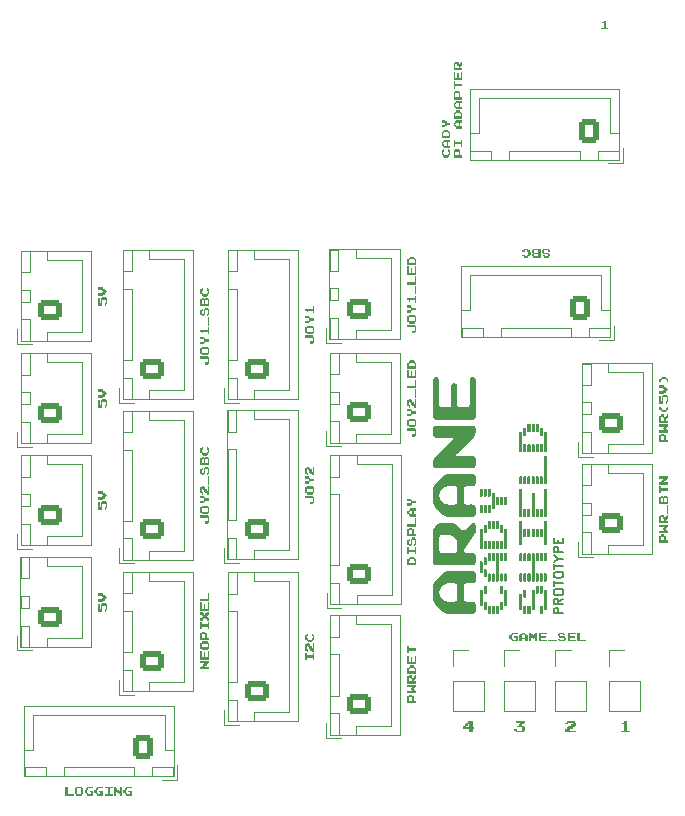
<source format=gto>
G04 #@! TF.GenerationSoftware,KiCad,Pcbnew,7.0.7*
G04 #@! TF.CreationDate,2024-04-25T01:55:24+02:00*
G04 #@! TF.ProjectId,autopcb,6175746f-7063-4622-9e6b-696361645f70,rev?*
G04 #@! TF.SameCoordinates,Original*
G04 #@! TF.FileFunction,Legend,Top*
G04 #@! TF.FilePolarity,Positive*
%FSLAX46Y46*%
G04 Gerber Fmt 4.6, Leading zero omitted, Abs format (unit mm)*
G04 Created by KiCad (PCBNEW 7.0.7) date 2024-04-25 01:55:24*
%MOMM*%
%LPD*%
G01*
G04 APERTURE LIST*
G04 Aperture macros list*
%AMRoundRect*
0 Rectangle with rounded corners*
0 $1 Rounding radius*
0 $2 $3 $4 $5 $6 $7 $8 $9 X,Y pos of 4 corners*
0 Add a 4 corners polygon primitive as box body*
4,1,4,$2,$3,$4,$5,$6,$7,$8,$9,$2,$3,0*
0 Add four circle primitives for the rounded corners*
1,1,$1+$1,$2,$3*
1,1,$1+$1,$4,$5*
1,1,$1+$1,$6,$7*
1,1,$1+$1,$8,$9*
0 Add four rect primitives between the rounded corners*
20,1,$1+$1,$2,$3,$4,$5,0*
20,1,$1+$1,$4,$5,$6,$7,0*
20,1,$1+$1,$6,$7,$8,$9,0*
20,1,$1+$1,$8,$9,$2,$3,0*%
G04 Aperture macros list end*
%ADD10C,0.150000*%
%ADD11C,0.120000*%
%ADD12RoundRect,0.250000X0.750000X-0.600000X0.750000X0.600000X-0.750000X0.600000X-0.750000X-0.600000X0*%
%ADD13O,2.000000X1.700000*%
%ADD14RoundRect,0.250000X0.725000X-0.600000X0.725000X0.600000X-0.725000X0.600000X-0.725000X-0.600000X0*%
%ADD15O,1.950000X1.700000*%
%ADD16R,1.700000X1.700000*%
%ADD17O,1.700000X1.700000*%
%ADD18RoundRect,0.250000X0.600000X0.725000X-0.600000X0.725000X-0.600000X-0.725000X0.600000X-0.725000X0*%
%ADD19O,1.700000X1.950000*%
%ADD20R,1.600000X1.600000*%
%ADD21O,1.600000X1.600000*%
G04 APERTURE END LIST*
D10*
X166799795Y-120119339D02*
X165999795Y-120119339D01*
X165999795Y-120119339D02*
X165999795Y-119814577D01*
X165999795Y-119814577D02*
X166037890Y-119738387D01*
X166037890Y-119738387D02*
X166075985Y-119700292D01*
X166075985Y-119700292D02*
X166152176Y-119662196D01*
X166152176Y-119662196D02*
X166266461Y-119662196D01*
X166266461Y-119662196D02*
X166342652Y-119700292D01*
X166342652Y-119700292D02*
X166380747Y-119738387D01*
X166380747Y-119738387D02*
X166418842Y-119814577D01*
X166418842Y-119814577D02*
X166418842Y-120119339D01*
X166799795Y-118862196D02*
X166418842Y-119128863D01*
X166799795Y-119319339D02*
X165999795Y-119319339D01*
X165999795Y-119319339D02*
X165999795Y-119014577D01*
X165999795Y-119014577D02*
X166037890Y-118938387D01*
X166037890Y-118938387D02*
X166075985Y-118900292D01*
X166075985Y-118900292D02*
X166152176Y-118862196D01*
X166152176Y-118862196D02*
X166266461Y-118862196D01*
X166266461Y-118862196D02*
X166342652Y-118900292D01*
X166342652Y-118900292D02*
X166380747Y-118938387D01*
X166380747Y-118938387D02*
X166418842Y-119014577D01*
X166418842Y-119014577D02*
X166418842Y-119319339D01*
X165999795Y-118366958D02*
X165999795Y-118214577D01*
X165999795Y-118214577D02*
X166037890Y-118138387D01*
X166037890Y-118138387D02*
X166114080Y-118062196D01*
X166114080Y-118062196D02*
X166266461Y-118024101D01*
X166266461Y-118024101D02*
X166533128Y-118024101D01*
X166533128Y-118024101D02*
X166685509Y-118062196D01*
X166685509Y-118062196D02*
X166761700Y-118138387D01*
X166761700Y-118138387D02*
X166799795Y-118214577D01*
X166799795Y-118214577D02*
X166799795Y-118366958D01*
X166799795Y-118366958D02*
X166761700Y-118443149D01*
X166761700Y-118443149D02*
X166685509Y-118519339D01*
X166685509Y-118519339D02*
X166533128Y-118557435D01*
X166533128Y-118557435D02*
X166266461Y-118557435D01*
X166266461Y-118557435D02*
X166114080Y-118519339D01*
X166114080Y-118519339D02*
X166037890Y-118443149D01*
X166037890Y-118443149D02*
X165999795Y-118366958D01*
X165999795Y-117795530D02*
X165999795Y-117338387D01*
X166799795Y-117566959D02*
X165999795Y-117566959D01*
X165999795Y-116919339D02*
X165999795Y-116766958D01*
X165999795Y-116766958D02*
X166037890Y-116690768D01*
X166037890Y-116690768D02*
X166114080Y-116614577D01*
X166114080Y-116614577D02*
X166266461Y-116576482D01*
X166266461Y-116576482D02*
X166533128Y-116576482D01*
X166533128Y-116576482D02*
X166685509Y-116614577D01*
X166685509Y-116614577D02*
X166761700Y-116690768D01*
X166761700Y-116690768D02*
X166799795Y-116766958D01*
X166799795Y-116766958D02*
X166799795Y-116919339D01*
X166799795Y-116919339D02*
X166761700Y-116995530D01*
X166761700Y-116995530D02*
X166685509Y-117071720D01*
X166685509Y-117071720D02*
X166533128Y-117109816D01*
X166533128Y-117109816D02*
X166266461Y-117109816D01*
X166266461Y-117109816D02*
X166114080Y-117071720D01*
X166114080Y-117071720D02*
X166037890Y-116995530D01*
X166037890Y-116995530D02*
X165999795Y-116919339D01*
X165999795Y-116347911D02*
X165999795Y-115890768D01*
X166799795Y-116119340D02*
X165999795Y-116119340D01*
X166418842Y-115471720D02*
X166799795Y-115471720D01*
X165999795Y-115738387D02*
X166418842Y-115471720D01*
X166418842Y-115471720D02*
X165999795Y-115205054D01*
X166799795Y-114938387D02*
X165999795Y-114938387D01*
X165999795Y-114938387D02*
X165999795Y-114633625D01*
X165999795Y-114633625D02*
X166037890Y-114557435D01*
X166037890Y-114557435D02*
X166075985Y-114519340D01*
X166075985Y-114519340D02*
X166152176Y-114481244D01*
X166152176Y-114481244D02*
X166266461Y-114481244D01*
X166266461Y-114481244D02*
X166342652Y-114519340D01*
X166342652Y-114519340D02*
X166380747Y-114557435D01*
X166380747Y-114557435D02*
X166418842Y-114633625D01*
X166418842Y-114633625D02*
X166418842Y-114938387D01*
X166380747Y-114138387D02*
X166380747Y-113871721D01*
X166799795Y-113757435D02*
X166799795Y-114138387D01*
X166799795Y-114138387D02*
X165999795Y-114138387D01*
X165999795Y-114138387D02*
X165999795Y-113757435D01*
G36*
X136109322Y-124838813D02*
G01*
X136109322Y-124633209D01*
X136214835Y-124633209D01*
X136214835Y-124530480D01*
X136317564Y-124530480D01*
X136317564Y-124427752D01*
X136420439Y-124427752D01*
X136420439Y-124324877D01*
X136109322Y-124324877D01*
X136109322Y-124119420D01*
X136831500Y-124119420D01*
X136831500Y-124324877D01*
X136728771Y-124324877D01*
X136728771Y-124427752D01*
X136625896Y-124427752D01*
X136625896Y-124530480D01*
X136523167Y-124530480D01*
X136523167Y-124633209D01*
X136831500Y-124633209D01*
X136831500Y-124838813D01*
X136109322Y-124838813D01*
G37*
G36*
X136109322Y-124016984D02*
G01*
X136109322Y-123297591D01*
X136212490Y-123297591D01*
X136212490Y-123811381D01*
X136418827Y-123811381D01*
X136418827Y-123400320D01*
X136521995Y-123400320D01*
X136521995Y-123811381D01*
X136728331Y-123811381D01*
X136728331Y-123297591D01*
X136831500Y-123297591D01*
X136831500Y-124016984D01*
X136109322Y-124016984D01*
G37*
G36*
X136728331Y-122578491D02*
G01*
X136831500Y-122578491D01*
X136831500Y-123092427D01*
X136728331Y-123092427D01*
X136728331Y-123195156D01*
X136212490Y-123195156D01*
X136212490Y-123092427D01*
X136109322Y-123092427D01*
X136109322Y-122681220D01*
X136212490Y-122681220D01*
X136212490Y-122989552D01*
X136728331Y-122989552D01*
X136728331Y-122681220D01*
X136212490Y-122681220D01*
X136109322Y-122681220D01*
X136109322Y-122578491D01*
X136212490Y-122578491D01*
X136212490Y-122475763D01*
X136728331Y-122475763D01*
X136728331Y-122578491D01*
G37*
G36*
X136521995Y-121756663D02*
G01*
X136625163Y-121756663D01*
X136625163Y-122167724D01*
X136831500Y-122167724D01*
X136831500Y-122373328D01*
X136109322Y-122373328D01*
X136109322Y-121859392D01*
X136212490Y-121859392D01*
X136212490Y-122167724D01*
X136521995Y-122167724D01*
X136521995Y-121859392D01*
X136212490Y-121859392D01*
X136109322Y-121859392D01*
X136109322Y-121756663D01*
X136212490Y-121756663D01*
X136212490Y-121653935D01*
X136521995Y-121653935D01*
X136521995Y-121756663D01*
G37*
G36*
X136109322Y-121448771D02*
G01*
X136109322Y-120832106D01*
X136212490Y-120832106D01*
X136212490Y-121037563D01*
X136728331Y-121037563D01*
X136728331Y-120832106D01*
X136831500Y-120832106D01*
X136831500Y-121448771D01*
X136728331Y-121448771D01*
X136728331Y-121243167D01*
X136212490Y-121243167D01*
X136212490Y-121448771D01*
X136109322Y-121448771D01*
G37*
G36*
X136109322Y-120729671D02*
G01*
X136109322Y-120524067D01*
X136214835Y-120524067D01*
X136214835Y-120421339D01*
X136315659Y-120421339D01*
X136315659Y-120318610D01*
X136214835Y-120318610D01*
X136214835Y-120215735D01*
X136109322Y-120215735D01*
X136109322Y-120010278D01*
X136315659Y-120010278D01*
X136315659Y-120113006D01*
X136420439Y-120113006D01*
X136420439Y-120215735D01*
X136523167Y-120215735D01*
X136523167Y-120113006D01*
X136625163Y-120113006D01*
X136625163Y-120010278D01*
X136831500Y-120010278D01*
X136831500Y-120215735D01*
X136728771Y-120215735D01*
X136728771Y-120318610D01*
X136625163Y-120318610D01*
X136625163Y-120421339D01*
X136728771Y-120421339D01*
X136728771Y-120524067D01*
X136831500Y-120524067D01*
X136831500Y-120729671D01*
X136625163Y-120729671D01*
X136625163Y-120626942D01*
X136523167Y-120626942D01*
X136523167Y-120524067D01*
X136420439Y-120524067D01*
X136420439Y-120626942D01*
X136315659Y-120626942D01*
X136315659Y-120729671D01*
X136109322Y-120729671D01*
G37*
G36*
X136109322Y-119907843D02*
G01*
X136109322Y-119188450D01*
X136212490Y-119188450D01*
X136212490Y-119702239D01*
X136418827Y-119702239D01*
X136418827Y-119291178D01*
X136521995Y-119291178D01*
X136521995Y-119702239D01*
X136728331Y-119702239D01*
X136728331Y-119188450D01*
X136831500Y-119188450D01*
X136831500Y-119907843D01*
X136109322Y-119907843D01*
G37*
G36*
X136109322Y-119086014D02*
G01*
X136109322Y-118880411D01*
X136728331Y-118880411D01*
X136728331Y-118366621D01*
X136831500Y-118366621D01*
X136831500Y-119086014D01*
X136109322Y-119086014D01*
G37*
G36*
X127473322Y-119960328D02*
G01*
X127473322Y-119343663D01*
X127576490Y-119343663D01*
X127576490Y-119754724D01*
X127679659Y-119754724D01*
X127679659Y-119343663D01*
X127782827Y-119343663D01*
X127782827Y-119240935D01*
X128092331Y-119240935D01*
X128092331Y-119343663D01*
X128195500Y-119343663D01*
X128195500Y-119857599D01*
X128092331Y-119857599D01*
X128092331Y-119960328D01*
X127989163Y-119960328D01*
X127989163Y-119754724D01*
X128092331Y-119754724D01*
X128092331Y-119446392D01*
X127782827Y-119446392D01*
X127782827Y-119960328D01*
X127473322Y-119960328D01*
G37*
G36*
X127473322Y-119138499D02*
G01*
X127473322Y-118932896D01*
X127784439Y-118932896D01*
X127784439Y-118830167D01*
X127887167Y-118830167D01*
X127887167Y-118727438D01*
X127784439Y-118727438D01*
X127784439Y-118624563D01*
X127473322Y-118624563D01*
X127473322Y-118419106D01*
X127887167Y-118419106D01*
X127887167Y-118521835D01*
X127989896Y-118521835D01*
X127989896Y-118624563D01*
X128092771Y-118624563D01*
X128092771Y-118727438D01*
X128195500Y-118727438D01*
X128195500Y-118830167D01*
X128092771Y-118830167D01*
X128092771Y-118932896D01*
X127989896Y-118932896D01*
X127989896Y-119035771D01*
X127887167Y-119035771D01*
X127887167Y-119138499D01*
X127473322Y-119138499D01*
G37*
G36*
X144999322Y-110362220D02*
G01*
X144999322Y-110156763D01*
X145618331Y-110156763D01*
X145618331Y-110259491D01*
X145721500Y-110259491D01*
X145721500Y-110773427D01*
X145618331Y-110773427D01*
X145618331Y-110876156D01*
X145411995Y-110876156D01*
X145411995Y-110670552D01*
X145618331Y-110670552D01*
X145618331Y-110362220D01*
X144999322Y-110362220D01*
G37*
G36*
X145618331Y-109437663D02*
G01*
X145721500Y-109437663D01*
X145721500Y-109951599D01*
X145618331Y-109951599D01*
X145618331Y-110054327D01*
X145102490Y-110054327D01*
X145102490Y-109951599D01*
X144999322Y-109951599D01*
X144999322Y-109540391D01*
X145102490Y-109540391D01*
X145102490Y-109848724D01*
X145618331Y-109848724D01*
X145618331Y-109540391D01*
X145102490Y-109540391D01*
X144999322Y-109540391D01*
X144999322Y-109437663D01*
X145102490Y-109437663D01*
X145102490Y-109334934D01*
X145618331Y-109334934D01*
X145618331Y-109437663D01*
G37*
G36*
X144999322Y-109129770D02*
G01*
X144999322Y-108924167D01*
X145310439Y-108924167D01*
X145310439Y-108718563D01*
X144999322Y-108718563D01*
X144999322Y-108513106D01*
X145310439Y-108513106D01*
X145310439Y-108615834D01*
X145413167Y-108615834D01*
X145413167Y-108718563D01*
X145721500Y-108718563D01*
X145721500Y-108924167D01*
X145413167Y-108924167D01*
X145413167Y-109026895D01*
X145310439Y-109026895D01*
X145310439Y-109129770D01*
X144999322Y-109129770D01*
G37*
G36*
X145205659Y-108410671D02*
G01*
X145102490Y-108410671D01*
X145102490Y-108307942D01*
X144999322Y-108307942D01*
X144999322Y-107794006D01*
X145102490Y-107794006D01*
X145102490Y-107691278D01*
X145308827Y-107691278D01*
X145308827Y-107794006D01*
X145411995Y-107794006D01*
X145411995Y-107896735D01*
X145515163Y-107896735D01*
X145515163Y-108102338D01*
X145618331Y-108102338D01*
X145618331Y-107691278D01*
X145721500Y-107691278D01*
X145721500Y-108410671D01*
X145515163Y-108410671D01*
X145515163Y-108307942D01*
X145413167Y-108307942D01*
X145413167Y-108205067D01*
X145308827Y-108205067D01*
X145308827Y-107999610D01*
X145205659Y-107999610D01*
X145205659Y-107896735D01*
X145102490Y-107896735D01*
X145102490Y-108205067D01*
X145205659Y-108205067D01*
X145205659Y-108410671D01*
G37*
G36*
X162784086Y-129215596D02*
G01*
X163606305Y-129215596D01*
X163606305Y-129353154D01*
X163469334Y-129353154D01*
X163469334Y-129490712D01*
X163332362Y-129490712D01*
X163332362Y-129628269D01*
X163469334Y-129628269D01*
X163469334Y-129765827D01*
X163606305Y-129765827D01*
X163606305Y-130040942D01*
X163469334Y-130040942D01*
X163469334Y-130178500D01*
X162784086Y-130178500D01*
X162784086Y-130040942D01*
X162647115Y-130040942D01*
X162647115Y-129903384D01*
X162921253Y-129903384D01*
X162921253Y-130040942D01*
X163332362Y-130040942D01*
X163332362Y-129765827D01*
X162921253Y-129765827D01*
X162921253Y-129628269D01*
X163058224Y-129628269D01*
X163058224Y-129490712D01*
X163195195Y-129490712D01*
X163195195Y-129353154D01*
X162784086Y-129353154D01*
X162784086Y-129215596D01*
G37*
G36*
X136109322Y-98543877D02*
G01*
X136109322Y-98338420D01*
X136728331Y-98338420D01*
X136728331Y-98441148D01*
X136831500Y-98441148D01*
X136831500Y-98955084D01*
X136728331Y-98955084D01*
X136728331Y-99057813D01*
X136521995Y-99057813D01*
X136521995Y-98852209D01*
X136728331Y-98852209D01*
X136728331Y-98543877D01*
X136109322Y-98543877D01*
G37*
G36*
X136728331Y-97619320D02*
G01*
X136831500Y-97619320D01*
X136831500Y-98133256D01*
X136728331Y-98133256D01*
X136728331Y-98235984D01*
X136212490Y-98235984D01*
X136212490Y-98133256D01*
X136109322Y-98133256D01*
X136109322Y-97722048D01*
X136212490Y-97722048D01*
X136212490Y-98030381D01*
X136728331Y-98030381D01*
X136728331Y-97722048D01*
X136212490Y-97722048D01*
X136109322Y-97722048D01*
X136109322Y-97619320D01*
X136212490Y-97619320D01*
X136212490Y-97516591D01*
X136728331Y-97516591D01*
X136728331Y-97619320D01*
G37*
G36*
X136109322Y-97311427D02*
G01*
X136109322Y-97105824D01*
X136420439Y-97105824D01*
X136420439Y-96900220D01*
X136109322Y-96900220D01*
X136109322Y-96694763D01*
X136420439Y-96694763D01*
X136420439Y-96797491D01*
X136523167Y-96797491D01*
X136523167Y-96900220D01*
X136831500Y-96900220D01*
X136831500Y-97105824D01*
X136523167Y-97105824D01*
X136523167Y-97208552D01*
X136420439Y-97208552D01*
X136420439Y-97311427D01*
X136109322Y-97311427D01*
G37*
G36*
X136212490Y-96386724D02*
G01*
X136212490Y-96283995D01*
X136109322Y-96283995D01*
X136109322Y-96078392D01*
X136728331Y-96078392D01*
X136728331Y-95872935D01*
X136831500Y-95872935D01*
X136831500Y-96489599D01*
X136728331Y-96489599D01*
X136728331Y-96283995D01*
X136315659Y-96283995D01*
X136315659Y-96386724D01*
X136212490Y-96386724D01*
G37*
G36*
X136728331Y-95770499D02*
G01*
X136728331Y-95051106D01*
X136831500Y-95051106D01*
X136831500Y-95770499D01*
X136728331Y-95770499D01*
G37*
G36*
X136109322Y-94845942D02*
G01*
X136109322Y-94434735D01*
X136212490Y-94434735D01*
X136212490Y-94332006D01*
X136315659Y-94332006D01*
X136315659Y-94537610D01*
X136212490Y-94537610D01*
X136212490Y-94743067D01*
X136418827Y-94743067D01*
X136418827Y-94332006D01*
X136521995Y-94332006D01*
X136521995Y-94229278D01*
X136728331Y-94229278D01*
X136728331Y-94332006D01*
X136831500Y-94332006D01*
X136831500Y-94845942D01*
X136728331Y-94845942D01*
X136728331Y-94948671D01*
X136625163Y-94948671D01*
X136625163Y-94743067D01*
X136728331Y-94743067D01*
X136728331Y-94434735D01*
X136521995Y-94434735D01*
X136521995Y-94845942D01*
X136418827Y-94845942D01*
X136418827Y-94948671D01*
X136212490Y-94948671D01*
X136212490Y-94845942D01*
X136109322Y-94845942D01*
G37*
G36*
X136418827Y-93510178D02*
G01*
X136521995Y-93510178D01*
X136521995Y-93407450D01*
X136728331Y-93407450D01*
X136728331Y-93510178D01*
X136831500Y-93510178D01*
X136831500Y-94126843D01*
X136109322Y-94126843D01*
X136109322Y-93612907D01*
X136212490Y-93612907D01*
X136212490Y-93921239D01*
X136418827Y-93921239D01*
X136418827Y-93612907D01*
X136521995Y-93612907D01*
X136521995Y-93921239D01*
X136728331Y-93921239D01*
X136728331Y-93612907D01*
X136521995Y-93612907D01*
X136418827Y-93612907D01*
X136212490Y-93612907D01*
X136109322Y-93612907D01*
X136109322Y-93510178D01*
X136212490Y-93510178D01*
X136212490Y-93407450D01*
X136418827Y-93407450D01*
X136418827Y-93510178D01*
G37*
G36*
X136109322Y-93099411D02*
G01*
X136109322Y-92688350D01*
X136212490Y-92688350D01*
X136212490Y-92585621D01*
X136315659Y-92585621D01*
X136315659Y-92791078D01*
X136212490Y-92791078D01*
X136212490Y-92996682D01*
X136315659Y-92996682D01*
X136315659Y-93099411D01*
X136625163Y-93099411D01*
X136625163Y-92996682D01*
X136728331Y-92996682D01*
X136728331Y-92791078D01*
X136625163Y-92791078D01*
X136625163Y-92585621D01*
X136728331Y-92585621D01*
X136728331Y-92688350D01*
X136831500Y-92688350D01*
X136831500Y-93099411D01*
X136728331Y-93099411D01*
X136728331Y-93202286D01*
X136625163Y-93202286D01*
X136625163Y-93305014D01*
X136315659Y-93305014D01*
X136315659Y-93202286D01*
X136212490Y-93202286D01*
X136212490Y-93099411D01*
X136109322Y-93099411D01*
G37*
G36*
X144999322Y-124078513D02*
G01*
X144999322Y-123461849D01*
X145102490Y-123461849D01*
X145102490Y-123667306D01*
X145618331Y-123667306D01*
X145618331Y-123461849D01*
X145721500Y-123461849D01*
X145721500Y-124078513D01*
X145618331Y-124078513D01*
X145618331Y-123872909D01*
X145102490Y-123872909D01*
X145102490Y-124078513D01*
X144999322Y-124078513D01*
G37*
G36*
X145205659Y-123359413D02*
G01*
X145102490Y-123359413D01*
X145102490Y-123256685D01*
X144999322Y-123256685D01*
X144999322Y-122742749D01*
X145102490Y-122742749D01*
X145102490Y-122640020D01*
X145308827Y-122640020D01*
X145308827Y-122742749D01*
X145411995Y-122742749D01*
X145411995Y-122845477D01*
X145515163Y-122845477D01*
X145515163Y-123051081D01*
X145618331Y-123051081D01*
X145618331Y-122640020D01*
X145721500Y-122640020D01*
X145721500Y-123359413D01*
X145515163Y-123359413D01*
X145515163Y-123256685D01*
X145413167Y-123256685D01*
X145413167Y-123153810D01*
X145308827Y-123153810D01*
X145308827Y-122948352D01*
X145205659Y-122948352D01*
X145205659Y-122845477D01*
X145102490Y-122845477D01*
X145102490Y-123153810D01*
X145205659Y-123153810D01*
X145205659Y-123359413D01*
G37*
G36*
X144999322Y-122331981D02*
G01*
X144999322Y-121920920D01*
X145102490Y-121920920D01*
X145102490Y-121818192D01*
X145205659Y-121818192D01*
X145205659Y-122023649D01*
X145102490Y-122023649D01*
X145102490Y-122229253D01*
X145205659Y-122229253D01*
X145205659Y-122331981D01*
X145515163Y-122331981D01*
X145515163Y-122229253D01*
X145618331Y-122229253D01*
X145618331Y-122023649D01*
X145515163Y-122023649D01*
X145515163Y-121818192D01*
X145618331Y-121818192D01*
X145618331Y-121920920D01*
X145721500Y-121920920D01*
X145721500Y-122331981D01*
X145618331Y-122331981D01*
X145618331Y-122434856D01*
X145515163Y-122434856D01*
X145515163Y-122537585D01*
X145205659Y-122537585D01*
X145205659Y-122434856D01*
X145102490Y-122434856D01*
X145102490Y-122331981D01*
X144999322Y-122331981D01*
G37*
G36*
X124659101Y-134824322D02*
G01*
X124864704Y-134824322D01*
X124864704Y-135443331D01*
X125378493Y-135443331D01*
X125378493Y-135546500D01*
X124659101Y-135546500D01*
X124659101Y-134824322D01*
G37*
G36*
X126097593Y-134927490D02*
G01*
X126200322Y-134927490D01*
X126200322Y-135443331D01*
X126097593Y-135443331D01*
X126097593Y-135546500D01*
X125583657Y-135546500D01*
X125583657Y-135443331D01*
X125480929Y-135443331D01*
X125480929Y-134927490D01*
X125583657Y-134927490D01*
X125686532Y-134927490D01*
X125686532Y-135443331D01*
X125994865Y-135443331D01*
X125994865Y-134927490D01*
X125686532Y-134927490D01*
X125583657Y-134927490D01*
X125583657Y-134824322D01*
X126097593Y-134824322D01*
X126097593Y-134927490D01*
G37*
G36*
X126508361Y-134824322D02*
G01*
X127022150Y-134824322D01*
X127022150Y-134927490D01*
X126611089Y-134927490D01*
X126611089Y-135030659D01*
X126508361Y-135030659D01*
X126508361Y-135340163D01*
X126611089Y-135340163D01*
X126611089Y-135443331D01*
X126816693Y-135443331D01*
X126816693Y-135236995D01*
X126713818Y-135236995D01*
X126713818Y-135133827D01*
X127022150Y-135133827D01*
X127022150Y-135546500D01*
X126508361Y-135546500D01*
X126508361Y-135443331D01*
X126405486Y-135443331D01*
X126405486Y-135340163D01*
X126302757Y-135340163D01*
X126302757Y-135030659D01*
X126405486Y-135030659D01*
X126405486Y-134927490D01*
X126508361Y-134927490D01*
X126508361Y-134824322D01*
G37*
G36*
X127330189Y-134824322D02*
G01*
X127843978Y-134824322D01*
X127843978Y-134927490D01*
X127432918Y-134927490D01*
X127432918Y-135030659D01*
X127330189Y-135030659D01*
X127330189Y-135340163D01*
X127432918Y-135340163D01*
X127432918Y-135443331D01*
X127638521Y-135443331D01*
X127638521Y-135236995D01*
X127535646Y-135236995D01*
X127535646Y-135133827D01*
X127843978Y-135133827D01*
X127843978Y-135546500D01*
X127330189Y-135546500D01*
X127330189Y-135443331D01*
X127227314Y-135443331D01*
X127227314Y-135340163D01*
X127124585Y-135340163D01*
X127124585Y-135030659D01*
X127227314Y-135030659D01*
X127227314Y-134927490D01*
X127330189Y-134927490D01*
X127330189Y-134824322D01*
G37*
G36*
X128049142Y-134824322D02*
G01*
X128665807Y-134824322D01*
X128665807Y-134927490D01*
X128460350Y-134927490D01*
X128460350Y-135443331D01*
X128665807Y-135443331D01*
X128665807Y-135546500D01*
X128049142Y-135546500D01*
X128049142Y-135443331D01*
X128254746Y-135443331D01*
X128254746Y-134927490D01*
X128049142Y-134927490D01*
X128049142Y-134824322D01*
G37*
G36*
X128768242Y-134824322D02*
G01*
X128973846Y-134824322D01*
X128973846Y-134929835D01*
X129076574Y-134929835D01*
X129076574Y-135032564D01*
X129179303Y-135032564D01*
X129179303Y-135135439D01*
X129282178Y-135135439D01*
X129282178Y-134824322D01*
X129487635Y-134824322D01*
X129487635Y-135546500D01*
X129282178Y-135546500D01*
X129282178Y-135443771D01*
X129179303Y-135443771D01*
X129179303Y-135340896D01*
X129076574Y-135340896D01*
X129076574Y-135238167D01*
X128973846Y-135238167D01*
X128973846Y-135546500D01*
X128768242Y-135546500D01*
X128768242Y-134824322D01*
G37*
G36*
X129795674Y-134824322D02*
G01*
X130309463Y-134824322D01*
X130309463Y-134927490D01*
X129898403Y-134927490D01*
X129898403Y-135030659D01*
X129795674Y-135030659D01*
X129795674Y-135340163D01*
X129898403Y-135340163D01*
X129898403Y-135443331D01*
X130104006Y-135443331D01*
X130104006Y-135236995D01*
X130001131Y-135236995D01*
X130001131Y-135133827D01*
X130309463Y-135133827D01*
X130309463Y-135546500D01*
X129795674Y-135546500D01*
X129795674Y-135443331D01*
X129692799Y-135443331D01*
X129692799Y-135340163D01*
X129590070Y-135340163D01*
X129590070Y-135030659D01*
X129692799Y-135030659D01*
X129692799Y-134927490D01*
X129795674Y-134927490D01*
X129795674Y-134824322D01*
G37*
G36*
X127473322Y-94052328D02*
G01*
X127473322Y-93435663D01*
X127576490Y-93435663D01*
X127576490Y-93846724D01*
X127679659Y-93846724D01*
X127679659Y-93435663D01*
X127782827Y-93435663D01*
X127782827Y-93332935D01*
X128092331Y-93332935D01*
X128092331Y-93435663D01*
X128195500Y-93435663D01*
X128195500Y-93949599D01*
X128092331Y-93949599D01*
X128092331Y-94052328D01*
X127989163Y-94052328D01*
X127989163Y-93846724D01*
X128092331Y-93846724D01*
X128092331Y-93538392D01*
X127782827Y-93538392D01*
X127782827Y-94052328D01*
X127473322Y-94052328D01*
G37*
G36*
X127473322Y-93230499D02*
G01*
X127473322Y-93024896D01*
X127784439Y-93024896D01*
X127784439Y-92922167D01*
X127887167Y-92922167D01*
X127887167Y-92819438D01*
X127784439Y-92819438D01*
X127784439Y-92716563D01*
X127473322Y-92716563D01*
X127473322Y-92511106D01*
X127887167Y-92511106D01*
X127887167Y-92613835D01*
X127989896Y-92613835D01*
X127989896Y-92716563D01*
X128092771Y-92716563D01*
X128092771Y-92819438D01*
X128195500Y-92819438D01*
X128195500Y-92922167D01*
X128092771Y-92922167D01*
X128092771Y-93024896D01*
X127989896Y-93024896D01*
X127989896Y-93127771D01*
X127887167Y-93127771D01*
X127887167Y-93230499D01*
X127473322Y-93230499D01*
G37*
G36*
X154151163Y-115429234D02*
G01*
X154254331Y-115429234D01*
X154254331Y-115531963D01*
X154357500Y-115531963D01*
X154357500Y-116045899D01*
X153635322Y-116045899D01*
X153635322Y-115840295D01*
X153738490Y-115840295D01*
X154254331Y-115840295D01*
X154254331Y-115634838D01*
X154151163Y-115634838D01*
X154151163Y-115531963D01*
X153841659Y-115531963D01*
X153841659Y-115634838D01*
X153738490Y-115634838D01*
X153738490Y-115840295D01*
X153635322Y-115840295D01*
X153635322Y-115531963D01*
X153738490Y-115531963D01*
X153738490Y-115429234D01*
X153841659Y-115429234D01*
X153841659Y-115326506D01*
X154151163Y-115326506D01*
X154151163Y-115429234D01*
G37*
G36*
X153635322Y-115121342D02*
G01*
X153635322Y-114504677D01*
X153738490Y-114504677D01*
X153738490Y-114710134D01*
X154254331Y-114710134D01*
X154254331Y-114504677D01*
X154357500Y-114504677D01*
X154357500Y-115121342D01*
X154254331Y-115121342D01*
X154254331Y-114915738D01*
X153738490Y-114915738D01*
X153738490Y-115121342D01*
X153635322Y-115121342D01*
G37*
G36*
X153635322Y-114299513D02*
G01*
X153635322Y-113888306D01*
X153738490Y-113888306D01*
X153738490Y-113785577D01*
X153841659Y-113785577D01*
X153841659Y-113991181D01*
X153738490Y-113991181D01*
X153738490Y-114196638D01*
X153944827Y-114196638D01*
X153944827Y-113785577D01*
X154047995Y-113785577D01*
X154047995Y-113682849D01*
X154254331Y-113682849D01*
X154254331Y-113785577D01*
X154357500Y-113785577D01*
X154357500Y-114299513D01*
X154254331Y-114299513D01*
X154254331Y-114402242D01*
X154151163Y-114402242D01*
X154151163Y-114196638D01*
X154254331Y-114196638D01*
X154254331Y-113888306D01*
X154047995Y-113888306D01*
X154047995Y-114299513D01*
X153944827Y-114299513D01*
X153944827Y-114402242D01*
X153738490Y-114402242D01*
X153738490Y-114299513D01*
X153635322Y-114299513D01*
G37*
G36*
X154047995Y-112963749D02*
G01*
X154151163Y-112963749D01*
X154151163Y-113374810D01*
X154357500Y-113374810D01*
X154357500Y-113580414D01*
X153635322Y-113580414D01*
X153635322Y-113066478D01*
X153738490Y-113066478D01*
X153738490Y-113374810D01*
X154047995Y-113374810D01*
X154047995Y-113066478D01*
X153738490Y-113066478D01*
X153635322Y-113066478D01*
X153635322Y-112963749D01*
X153738490Y-112963749D01*
X153738490Y-112861021D01*
X154047995Y-112861021D01*
X154047995Y-112963749D01*
G37*
G36*
X153635322Y-112758585D02*
G01*
X153635322Y-112552982D01*
X154254331Y-112552982D01*
X154254331Y-112039192D01*
X154357500Y-112039192D01*
X154357500Y-112758585D01*
X153635322Y-112758585D01*
G37*
G36*
X154357500Y-111422821D02*
G01*
X154151163Y-111422821D01*
X154151163Y-111731153D01*
X154357500Y-111731153D01*
X154357500Y-111936757D01*
X153841659Y-111936757D01*
X153841659Y-111834028D01*
X153738490Y-111834028D01*
X153738490Y-111731153D01*
X153635322Y-111731153D01*
X153635322Y-111628425D01*
X153738490Y-111628425D01*
X153841659Y-111628425D01*
X153841659Y-111731153D01*
X154047995Y-111731153D01*
X154047995Y-111422821D01*
X153841659Y-111422821D01*
X153841659Y-111525696D01*
X153738490Y-111525696D01*
X153738490Y-111628425D01*
X153635322Y-111628425D01*
X153635322Y-111422821D01*
X153738490Y-111422821D01*
X153738490Y-111320092D01*
X153841659Y-111320092D01*
X153841659Y-111217364D01*
X154357500Y-111217364D01*
X154357500Y-111422821D01*
G37*
G36*
X153635322Y-111012200D02*
G01*
X153635322Y-110806596D01*
X153946439Y-110806596D01*
X153946439Y-110600993D01*
X153635322Y-110600993D01*
X153635322Y-110395536D01*
X153946439Y-110395536D01*
X153946439Y-110498264D01*
X154049167Y-110498264D01*
X154049167Y-110600993D01*
X154357500Y-110600993D01*
X154357500Y-110806596D01*
X154049167Y-110806596D01*
X154049167Y-110909325D01*
X153946439Y-110909325D01*
X153946439Y-111012200D01*
X153635322Y-111012200D01*
G37*
G36*
X159163896Y-116543675D02*
G01*
X159196533Y-116546895D01*
X159227523Y-116553693D01*
X159256868Y-116564069D01*
X159284568Y-116578022D01*
X159310621Y-116595553D01*
X159335028Y-116616662D01*
X159344168Y-116625958D01*
X159364436Y-116650402D01*
X159381019Y-116676563D01*
X159393917Y-116704441D01*
X159403129Y-116734036D01*
X159408657Y-116765349D01*
X159410500Y-116798379D01*
X159410500Y-117312021D01*
X159409020Y-117343875D01*
X159404580Y-117373674D01*
X159392372Y-117414518D01*
X159373505Y-117450739D01*
X159347979Y-117482336D01*
X159315794Y-117509308D01*
X159290638Y-117524722D01*
X159262523Y-117538080D01*
X159231448Y-117549382D01*
X159197413Y-117558630D01*
X159160419Y-117565823D01*
X159120465Y-117570961D01*
X159077552Y-117574043D01*
X159031679Y-117575071D01*
X159025743Y-117575057D01*
X158994921Y-117574638D01*
X158961879Y-117573779D01*
X158928610Y-117572652D01*
X158896857Y-117571407D01*
X158885852Y-117570875D01*
X158854862Y-117569484D01*
X158822550Y-117568252D01*
X158790688Y-117567359D01*
X158761302Y-117567011D01*
X158715429Y-117568021D01*
X158672516Y-117571052D01*
X158632562Y-117576104D01*
X158595568Y-117583177D01*
X158561533Y-117592270D01*
X158530458Y-117603384D01*
X158502343Y-117616519D01*
X158477187Y-117631674D01*
X158445002Y-117658196D01*
X158419476Y-117689265D01*
X158400609Y-117724880D01*
X158388400Y-117765042D01*
X158383961Y-117794343D01*
X158382481Y-117825664D01*
X158382481Y-118853682D01*
X158383961Y-118885536D01*
X158388400Y-118915334D01*
X158400609Y-118956179D01*
X158419476Y-118992400D01*
X158445002Y-119023996D01*
X158477187Y-119050969D01*
X158502343Y-119066382D01*
X158530458Y-119079740D01*
X158561533Y-119091043D01*
X158595568Y-119100291D01*
X158632562Y-119107484D01*
X158672516Y-119112622D01*
X158715429Y-119115704D01*
X158761302Y-119116732D01*
X158770337Y-119116700D01*
X158802003Y-119116217D01*
X158831360Y-119115440D01*
X158864854Y-119114313D01*
X158896857Y-119113068D01*
X158907773Y-119112536D01*
X158938531Y-119111145D01*
X158970638Y-119109912D01*
X159002351Y-119109019D01*
X159031679Y-119108672D01*
X159077552Y-119109682D01*
X159120465Y-119112713D01*
X159160419Y-119117765D01*
X159197413Y-119124838D01*
X159231448Y-119133931D01*
X159262523Y-119145045D01*
X159290638Y-119158180D01*
X159315794Y-119173335D01*
X159347979Y-119199857D01*
X159373505Y-119230926D01*
X159392372Y-119266541D01*
X159404580Y-119306703D01*
X159409020Y-119336004D01*
X159410500Y-119367325D01*
X159410500Y-119881700D01*
X159410205Y-119895038D01*
X159406888Y-119927281D01*
X159399886Y-119957950D01*
X159389200Y-119987044D01*
X159374828Y-120014565D01*
X159356771Y-120040511D01*
X159335028Y-120064882D01*
X159325463Y-120074022D01*
X159300397Y-120094290D01*
X159273685Y-120110873D01*
X159245328Y-120123771D01*
X159215325Y-120132983D01*
X159183676Y-120138511D01*
X159150381Y-120140354D01*
X157087017Y-120140354D01*
X157055338Y-120139644D01*
X157024232Y-120137514D01*
X156993697Y-120133965D01*
X156963736Y-120128996D01*
X156934346Y-120122608D01*
X156905530Y-120114800D01*
X156877285Y-120105572D01*
X156849613Y-120094924D01*
X156822514Y-120082857D01*
X156795987Y-120069370D01*
X156770032Y-120054464D01*
X156744650Y-120038138D01*
X156719840Y-120020392D01*
X156695603Y-120001227D01*
X156671938Y-119980642D01*
X156648846Y-119958637D01*
X155982063Y-119294052D01*
X155959969Y-119271037D01*
X155939301Y-119247421D01*
X155920058Y-119223203D01*
X155902241Y-119198385D01*
X155885849Y-119172966D01*
X155870883Y-119146945D01*
X155857341Y-119120324D01*
X155845226Y-119093101D01*
X155834535Y-119065278D01*
X155825270Y-119036853D01*
X155817431Y-119007827D01*
X155811016Y-118978200D01*
X155806027Y-118947972D01*
X155802464Y-118917143D01*
X155800326Y-118885713D01*
X155799613Y-118853682D01*
X155799613Y-118339307D01*
X156327178Y-118339307D01*
X156328151Y-118373029D01*
X156331070Y-118406603D01*
X156335936Y-118440028D01*
X156342748Y-118473304D01*
X156351507Y-118506432D01*
X156362211Y-118539410D01*
X156374862Y-118572240D01*
X156389460Y-118604921D01*
X156406003Y-118637453D01*
X156424493Y-118669836D01*
X156444930Y-118702070D01*
X156467312Y-118734156D01*
X156491641Y-118766092D01*
X156517916Y-118797880D01*
X156546138Y-118829519D01*
X156576306Y-118861009D01*
X156607529Y-118891443D01*
X156638919Y-118919914D01*
X156670475Y-118946421D01*
X156702197Y-118970965D01*
X156734085Y-118993545D01*
X156766139Y-119014161D01*
X156798359Y-119032814D01*
X156830745Y-119049504D01*
X156863298Y-119064230D01*
X156896016Y-119076993D01*
X156928900Y-119087792D01*
X156961950Y-119096627D01*
X156995166Y-119103500D01*
X157028548Y-119108408D01*
X157062096Y-119111354D01*
X157095810Y-119112335D01*
X157610185Y-119112335D01*
X157623523Y-119112041D01*
X157655766Y-119108724D01*
X157686435Y-119101722D01*
X157715530Y-119091035D01*
X157743050Y-119076663D01*
X157768996Y-119058606D01*
X157793368Y-119036864D01*
X157802507Y-119027304D01*
X157822775Y-119002303D01*
X157839358Y-118975727D01*
X157852256Y-118947577D01*
X157861468Y-118917853D01*
X157866996Y-118886555D01*
X157868839Y-118853682D01*
X157868839Y-117825664D01*
X157868544Y-117812246D01*
X157865227Y-117779903D01*
X157858226Y-117749277D01*
X157847539Y-117720369D01*
X157833167Y-117693178D01*
X157815110Y-117667704D01*
X157793368Y-117643947D01*
X157783808Y-117635074D01*
X157758806Y-117615397D01*
X157732231Y-117599297D01*
X157704081Y-117586774D01*
X157674356Y-117577830D01*
X157643058Y-117572463D01*
X157610185Y-117570675D01*
X157095810Y-117570675D01*
X157062096Y-117571648D01*
X157028548Y-117574567D01*
X156995166Y-117579433D01*
X156961950Y-117586245D01*
X156928900Y-117595003D01*
X156896016Y-117605708D01*
X156863298Y-117618359D01*
X156830745Y-117632956D01*
X156798359Y-117649500D01*
X156766139Y-117667990D01*
X156734085Y-117688426D01*
X156702197Y-117710809D01*
X156670475Y-117735138D01*
X156638919Y-117761413D01*
X156607529Y-117789634D01*
X156576306Y-117819802D01*
X156546138Y-117851026D01*
X156517916Y-117882416D01*
X156491641Y-117913972D01*
X156467312Y-117945694D01*
X156444930Y-117977582D01*
X156424493Y-118009636D01*
X156406003Y-118041856D01*
X156389460Y-118074242D01*
X156374862Y-118106794D01*
X156362211Y-118139512D01*
X156351507Y-118172396D01*
X156342748Y-118205446D01*
X156335936Y-118238662D01*
X156331070Y-118272045D01*
X156328151Y-118305593D01*
X156327178Y-118339307D01*
X155799613Y-118339307D01*
X155799613Y-117826397D01*
X155800326Y-117794809D01*
X155802464Y-117763794D01*
X155806027Y-117733352D01*
X155811016Y-117703482D01*
X155817431Y-117674184D01*
X155825270Y-117645459D01*
X155834535Y-117617306D01*
X155845226Y-117589725D01*
X155857341Y-117562718D01*
X155870883Y-117536282D01*
X155885849Y-117510419D01*
X155902241Y-117485128D01*
X155920058Y-117460410D01*
X155939301Y-117436265D01*
X155959969Y-117412691D01*
X155982063Y-117389691D01*
X156648846Y-116725106D01*
X156671938Y-116703101D01*
X156695603Y-116682516D01*
X156719840Y-116663350D01*
X156744650Y-116645605D01*
X156770032Y-116629279D01*
X156795987Y-116614372D01*
X156822514Y-116600885D01*
X156849613Y-116588818D01*
X156877285Y-116578171D01*
X156905530Y-116568943D01*
X156934346Y-116561135D01*
X156963736Y-116554746D01*
X156993697Y-116549778D01*
X157024232Y-116546228D01*
X157055338Y-116544099D01*
X157087017Y-116543389D01*
X159150381Y-116543389D01*
X159163896Y-116543675D01*
G37*
G36*
X157387738Y-112435774D02*
G01*
X157428211Y-112440353D01*
X157468556Y-112447984D01*
X157508771Y-112458668D01*
X157548858Y-112472404D01*
X157588816Y-112489193D01*
X157615383Y-112502082D01*
X157641893Y-112516327D01*
X157668346Y-112531929D01*
X157694741Y-112548888D01*
X157721079Y-112567203D01*
X157747360Y-112586875D01*
X157773584Y-112607904D01*
X157794235Y-112627319D01*
X157817820Y-112650537D01*
X157840662Y-112673345D01*
X157867923Y-112700777D01*
X157888551Y-112721634D01*
X157911142Y-112744547D01*
X157935697Y-112769514D01*
X157962216Y-112796536D01*
X157990698Y-112825613D01*
X158021143Y-112856746D01*
X158053552Y-112889933D01*
X158087924Y-112925176D01*
X158109068Y-112946204D01*
X158140042Y-112975204D01*
X158170127Y-113001150D01*
X158199324Y-113024045D01*
X158227632Y-113043886D01*
X158255052Y-113060675D01*
X158281582Y-113074412D01*
X158315574Y-113087979D01*
X158347986Y-113096119D01*
X158378818Y-113098832D01*
X158392239Y-113098532D01*
X158424614Y-113095151D01*
X158455308Y-113088013D01*
X158484320Y-113077119D01*
X158511651Y-113062468D01*
X158537300Y-113044060D01*
X158561267Y-113021896D01*
X158594280Y-112987998D01*
X158625541Y-112955916D01*
X158655051Y-112925648D01*
X158682808Y-112897194D01*
X158708815Y-112870556D01*
X158733069Y-112845732D01*
X158755572Y-112822722D01*
X158776323Y-112801528D01*
X158804165Y-112773138D01*
X158828066Y-112748831D01*
X158853803Y-112722774D01*
X158879271Y-112697297D01*
X158912616Y-112665443D01*
X158944873Y-112635645D01*
X158976043Y-112607901D01*
X159006125Y-112582213D01*
X159035119Y-112558579D01*
X159063026Y-112537001D01*
X159089845Y-112517478D01*
X159115576Y-112500010D01*
X159152134Y-112477661D01*
X159186244Y-112459936D01*
X159217908Y-112446835D01*
X159247124Y-112438358D01*
X159282272Y-112434247D01*
X159305920Y-112437777D01*
X159334084Y-112453462D01*
X159355572Y-112477479D01*
X159371646Y-112505712D01*
X159383389Y-112534631D01*
X159393952Y-112567074D01*
X159401921Y-112600288D01*
X159406687Y-112629371D01*
X159409546Y-112659020D01*
X159410500Y-112689237D01*
X159410500Y-113202880D01*
X158382481Y-114744541D01*
X158383961Y-114776394D01*
X158388400Y-114806193D01*
X158400609Y-114847037D01*
X158419476Y-114883258D01*
X158445002Y-114914855D01*
X158477187Y-114941828D01*
X158502343Y-114957241D01*
X158530458Y-114970599D01*
X158561533Y-114981902D01*
X158595568Y-114991149D01*
X158632562Y-114998342D01*
X158672516Y-115003480D01*
X158715429Y-115006563D01*
X158761302Y-115007590D01*
X158770337Y-115007558D01*
X158802003Y-115007075D01*
X158831360Y-115006298D01*
X158864854Y-115005171D01*
X158896857Y-115003926D01*
X158907773Y-115003394D01*
X158938531Y-115002003D01*
X158970638Y-115000771D01*
X159002351Y-114999878D01*
X159031679Y-114999530D01*
X159077552Y-115000540D01*
X159120465Y-115003572D01*
X159160419Y-115008623D01*
X159197413Y-115015696D01*
X159231448Y-115024789D01*
X159262523Y-115035903D01*
X159290638Y-115049038D01*
X159315794Y-115064193D01*
X159347979Y-115090715D01*
X159373505Y-115121784D01*
X159392372Y-115157399D01*
X159404580Y-115197561D01*
X159409020Y-115226862D01*
X159410500Y-115258183D01*
X159410500Y-115772559D01*
X159410205Y-115785897D01*
X159406888Y-115818140D01*
X159399886Y-115848808D01*
X159389200Y-115877903D01*
X159374828Y-115905423D01*
X159356771Y-115931369D01*
X159335028Y-115955741D01*
X159325463Y-115964880D01*
X159300397Y-115985148D01*
X159273685Y-116001731D01*
X159245328Y-116014629D01*
X159215325Y-116023842D01*
X159183676Y-116029369D01*
X159150381Y-116031212D01*
X156055336Y-116031212D01*
X156041917Y-116030917D01*
X156009574Y-116027600D01*
X155978949Y-116020599D01*
X155950040Y-116009912D01*
X155922849Y-115995540D01*
X155897375Y-115977483D01*
X155873619Y-115955741D01*
X155864657Y-115946181D01*
X155844783Y-115921179D01*
X155828522Y-115894604D01*
X155815874Y-115866454D01*
X155806840Y-115836730D01*
X155801420Y-115805431D01*
X155799613Y-115772559D01*
X155799613Y-114744541D01*
X156327178Y-114744541D01*
X156327464Y-114757878D01*
X156330684Y-114790121D01*
X156337482Y-114820790D01*
X156347857Y-114849885D01*
X156361811Y-114877405D01*
X156379342Y-114903351D01*
X156400451Y-114927723D01*
X156409747Y-114936862D01*
X156434191Y-114957130D01*
X156460351Y-114973713D01*
X156488229Y-114986611D01*
X156517825Y-114995823D01*
X156549137Y-115001351D01*
X156582167Y-115003194D01*
X157610185Y-115003194D01*
X157623523Y-115002899D01*
X157655766Y-114999582D01*
X157686435Y-114992581D01*
X157715530Y-114981894D01*
X157743050Y-114967522D01*
X157768996Y-114949465D01*
X157793368Y-114927723D01*
X157802507Y-114918163D01*
X157822775Y-114893161D01*
X157839358Y-114866586D01*
X157852256Y-114838436D01*
X157861468Y-114808712D01*
X157866996Y-114777413D01*
X157868839Y-114744541D01*
X157868839Y-114230165D01*
X157867857Y-114196451D01*
X157864912Y-114162903D01*
X157860003Y-114129521D01*
X157853131Y-114096305D01*
X157844295Y-114063255D01*
X157833496Y-114030371D01*
X157820733Y-113997653D01*
X157806007Y-113965101D01*
X157789318Y-113932715D01*
X157770664Y-113900494D01*
X157750048Y-113868440D01*
X157727468Y-113836552D01*
X157702924Y-113804830D01*
X157676417Y-113773274D01*
X157647947Y-113741885D01*
X157617513Y-113710661D01*
X157586023Y-113680493D01*
X157554384Y-113652271D01*
X157522596Y-113625996D01*
X157490659Y-113601667D01*
X157458574Y-113579285D01*
X157426339Y-113558848D01*
X157393956Y-113540358D01*
X157361424Y-113523815D01*
X157328743Y-113509217D01*
X157295914Y-113496566D01*
X157262935Y-113485862D01*
X157229808Y-113477103D01*
X157196532Y-113470291D01*
X157163107Y-113465425D01*
X157129533Y-113462506D01*
X157095810Y-113461533D01*
X156582167Y-113461533D01*
X156569273Y-113461828D01*
X156538014Y-113465144D01*
X156508150Y-113472146D01*
X156479682Y-113482833D01*
X156452609Y-113497205D01*
X156426931Y-113515262D01*
X156402649Y-113537004D01*
X156393510Y-113546549D01*
X156373242Y-113571390D01*
X156356659Y-113597626D01*
X156343761Y-113625257D01*
X156334548Y-113654283D01*
X156329020Y-113684705D01*
X156327178Y-113716522D01*
X156327178Y-114744541D01*
X155799613Y-114744541D01*
X155799613Y-113202880D01*
X155800592Y-113169166D01*
X155803529Y-113135617D01*
X155808423Y-113102235D01*
X155815275Y-113069019D01*
X155824085Y-113035969D01*
X155834853Y-113003085D01*
X155847578Y-112970367D01*
X155862262Y-112937815D01*
X155878902Y-112905429D01*
X155897501Y-112873209D01*
X155918058Y-112841155D01*
X155940572Y-112809267D01*
X155965044Y-112777545D01*
X155991474Y-112745989D01*
X156019861Y-112714599D01*
X156050206Y-112683375D01*
X156081522Y-112653207D01*
X156113004Y-112624986D01*
X156144651Y-112598711D01*
X156176465Y-112574382D01*
X156208444Y-112551999D01*
X156240590Y-112531563D01*
X156272902Y-112513073D01*
X156305379Y-112496529D01*
X156338023Y-112481932D01*
X156370832Y-112469281D01*
X156403808Y-112458576D01*
X156436950Y-112449818D01*
X156470257Y-112443006D01*
X156503731Y-112438140D01*
X156537371Y-112435221D01*
X156571176Y-112434247D01*
X157347136Y-112434247D01*
X157387738Y-112435774D01*
G37*
G36*
X159163896Y-108325392D02*
G01*
X159196533Y-108328612D01*
X159227523Y-108335410D01*
X159256868Y-108345785D01*
X159284568Y-108359739D01*
X159310621Y-108377270D01*
X159335028Y-108398379D01*
X159344168Y-108407675D01*
X159364436Y-108432118D01*
X159381019Y-108458279D01*
X159393917Y-108486157D01*
X159403129Y-108515753D01*
X159408657Y-108547065D01*
X159410500Y-108580095D01*
X159410500Y-109093738D01*
X159409020Y-109125592D01*
X159404580Y-109155390D01*
X159392372Y-109196235D01*
X159373505Y-109232456D01*
X159347979Y-109264052D01*
X159315794Y-109291025D01*
X159290638Y-109306438D01*
X159262523Y-109319796D01*
X159231448Y-109331099D01*
X159197413Y-109340347D01*
X159160419Y-109347540D01*
X159120465Y-109352677D01*
X159077552Y-109355760D01*
X159031679Y-109356788D01*
X159025743Y-109356773D01*
X158994921Y-109356355D01*
X158961879Y-109355496D01*
X158928610Y-109354369D01*
X158896857Y-109353124D01*
X158885852Y-109352592D01*
X158854862Y-109351200D01*
X158822550Y-109349968D01*
X158790688Y-109349075D01*
X158761302Y-109348728D01*
X158715429Y-109349738D01*
X158672516Y-109352769D01*
X158632562Y-109357821D01*
X158595568Y-109364893D01*
X158561533Y-109373987D01*
X158530458Y-109385101D01*
X158502343Y-109398235D01*
X158477187Y-109413391D01*
X158445002Y-109439913D01*
X158419476Y-109470982D01*
X158400609Y-109506597D01*
X158388400Y-109546759D01*
X158383961Y-109576059D01*
X158382481Y-109607381D01*
X158382481Y-110635399D01*
X158383961Y-110667253D01*
X158388400Y-110697051D01*
X158400609Y-110737896D01*
X158419476Y-110774116D01*
X158445002Y-110805713D01*
X158477187Y-110832686D01*
X158502343Y-110848099D01*
X158530458Y-110861457D01*
X158561533Y-110872760D01*
X158595568Y-110882008D01*
X158632562Y-110889201D01*
X158672516Y-110894338D01*
X158715429Y-110897421D01*
X158761302Y-110898448D01*
X158770337Y-110898416D01*
X158802003Y-110897933D01*
X158831360Y-110897157D01*
X158864854Y-110896030D01*
X158896857Y-110894785D01*
X158907773Y-110894252D01*
X158938531Y-110892861D01*
X158970638Y-110891629D01*
X159002351Y-110890736D01*
X159031679Y-110890388D01*
X159077552Y-110891399D01*
X159120465Y-110894430D01*
X159160419Y-110899482D01*
X159197413Y-110906554D01*
X159231448Y-110915647D01*
X159262523Y-110926761D01*
X159290638Y-110939896D01*
X159315794Y-110955052D01*
X159347979Y-110981574D01*
X159373505Y-111012642D01*
X159392372Y-111048258D01*
X159404580Y-111088420D01*
X159409020Y-111117720D01*
X159410500Y-111149042D01*
X159410500Y-111663417D01*
X159410205Y-111676755D01*
X159406888Y-111708998D01*
X159399886Y-111739667D01*
X159389200Y-111768761D01*
X159374828Y-111796281D01*
X159356771Y-111822227D01*
X159335028Y-111846599D01*
X159325463Y-111855738D01*
X159300397Y-111876006D01*
X159273685Y-111892589D01*
X159245328Y-111905487D01*
X159215325Y-111914700D01*
X159183676Y-111920228D01*
X159150381Y-111922070D01*
X157087017Y-111922070D01*
X157055338Y-111921360D01*
X157024232Y-111919231D01*
X156993697Y-111915682D01*
X156963736Y-111910713D01*
X156934346Y-111904324D01*
X156905530Y-111896516D01*
X156877285Y-111887288D01*
X156849613Y-111876641D01*
X156822514Y-111864574D01*
X156795987Y-111851087D01*
X156770032Y-111836181D01*
X156744650Y-111819855D01*
X156719840Y-111802109D01*
X156695603Y-111782943D01*
X156671938Y-111762358D01*
X156648846Y-111740354D01*
X155982063Y-111075769D01*
X155959969Y-111052754D01*
X155939301Y-111029137D01*
X155920058Y-111004920D01*
X155902241Y-110980102D01*
X155885849Y-110954682D01*
X155870883Y-110928662D01*
X155857341Y-110902040D01*
X155845226Y-110874818D01*
X155834535Y-110846994D01*
X155825270Y-110818570D01*
X155817431Y-110789544D01*
X155811016Y-110759917D01*
X155806027Y-110729689D01*
X155802464Y-110698860D01*
X155800326Y-110667430D01*
X155799613Y-110635399D01*
X155799613Y-110121023D01*
X156327178Y-110121023D01*
X156328151Y-110154746D01*
X156331070Y-110188320D01*
X156335936Y-110221745D01*
X156342748Y-110255021D01*
X156351507Y-110288148D01*
X156362211Y-110321127D01*
X156374862Y-110353957D01*
X156389460Y-110386638D01*
X156406003Y-110419170D01*
X156424493Y-110451553D01*
X156444930Y-110483787D01*
X156467312Y-110515873D01*
X156491641Y-110547809D01*
X156517916Y-110579597D01*
X156546138Y-110611236D01*
X156576306Y-110642726D01*
X156607529Y-110673160D01*
X156638919Y-110701631D01*
X156670475Y-110728138D01*
X156702197Y-110752681D01*
X156734085Y-110775261D01*
X156766139Y-110795878D01*
X156798359Y-110814531D01*
X156830745Y-110831221D01*
X156863298Y-110845947D01*
X156896016Y-110858709D01*
X156928900Y-110869508D01*
X156961950Y-110878344D01*
X156995166Y-110885216D01*
X157028548Y-110890125D01*
X157062096Y-110893070D01*
X157095810Y-110894052D01*
X157610185Y-110894052D01*
X157623523Y-110893757D01*
X157655766Y-110890441D01*
X157686435Y-110883439D01*
X157715530Y-110872752D01*
X157743050Y-110858380D01*
X157768996Y-110840323D01*
X157793368Y-110818581D01*
X157802507Y-110809021D01*
X157822775Y-110784020D01*
X157839358Y-110757444D01*
X157852256Y-110729294D01*
X157861468Y-110699570D01*
X157866996Y-110668271D01*
X157868839Y-110635399D01*
X157868839Y-109607381D01*
X157868544Y-109593963D01*
X157865227Y-109561620D01*
X157858226Y-109530994D01*
X157847539Y-109502085D01*
X157833167Y-109474894D01*
X157815110Y-109449420D01*
X157793368Y-109425664D01*
X157783808Y-109416791D01*
X157758806Y-109397113D01*
X157732231Y-109381013D01*
X157704081Y-109368491D01*
X157674356Y-109359547D01*
X157643058Y-109354180D01*
X157610185Y-109352391D01*
X157095810Y-109352391D01*
X157062096Y-109353364D01*
X157028548Y-109356284D01*
X156995166Y-109361150D01*
X156961950Y-109367962D01*
X156928900Y-109376720D01*
X156896016Y-109387425D01*
X156863298Y-109400076D01*
X156830745Y-109414673D01*
X156798359Y-109431217D01*
X156766139Y-109449707D01*
X156734085Y-109470143D01*
X156702197Y-109492526D01*
X156670475Y-109516854D01*
X156638919Y-109543130D01*
X156607529Y-109571351D01*
X156576306Y-109601519D01*
X156546138Y-109632743D01*
X156517916Y-109664133D01*
X156491641Y-109695689D01*
X156467312Y-109727411D01*
X156444930Y-109759299D01*
X156424493Y-109791353D01*
X156406003Y-109823573D01*
X156389460Y-109855959D01*
X156374862Y-109888511D01*
X156362211Y-109921229D01*
X156351507Y-109954113D01*
X156342748Y-109987163D01*
X156335936Y-110020379D01*
X156331070Y-110053761D01*
X156328151Y-110087309D01*
X156327178Y-110121023D01*
X155799613Y-110121023D01*
X155799613Y-109608113D01*
X155800326Y-109576526D01*
X155802464Y-109545511D01*
X155806027Y-109515068D01*
X155811016Y-109485198D01*
X155817431Y-109455901D01*
X155825270Y-109427175D01*
X155834535Y-109399022D01*
X155845226Y-109371442D01*
X155857341Y-109344434D01*
X155870883Y-109317999D01*
X155885849Y-109292136D01*
X155902241Y-109266845D01*
X155920058Y-109242127D01*
X155939301Y-109217981D01*
X155959969Y-109194408D01*
X155982063Y-109171407D01*
X156648846Y-108506822D01*
X156671938Y-108484818D01*
X156695603Y-108464233D01*
X156719840Y-108445067D01*
X156744650Y-108427321D01*
X156770032Y-108410995D01*
X156795987Y-108396089D01*
X156822514Y-108382602D01*
X156849613Y-108370535D01*
X156877285Y-108359887D01*
X156905530Y-108350660D01*
X156934346Y-108342852D01*
X156963736Y-108336463D01*
X156993697Y-108331494D01*
X157024232Y-108327945D01*
X157055338Y-108325816D01*
X157087017Y-108325106D01*
X159150381Y-108325106D01*
X159163896Y-108325392D01*
G37*
G36*
X157486354Y-105320186D02*
G01*
X157480630Y-105350568D01*
X157465689Y-105379748D01*
X157447657Y-105403646D01*
X157427736Y-105424966D01*
X155982795Y-106858183D01*
X155958785Y-106883486D01*
X155936488Y-106909935D01*
X155915903Y-106937530D01*
X155897032Y-106966272D01*
X155879873Y-106996160D01*
X155864428Y-107027195D01*
X155850696Y-107059375D01*
X155838677Y-107092702D01*
X155828371Y-107127175D01*
X155819778Y-107162795D01*
X155815001Y-107187178D01*
X155810568Y-107219518D01*
X155807562Y-107252061D01*
X155805038Y-107290535D01*
X155803460Y-107323283D01*
X155802153Y-107359366D01*
X155801116Y-107398785D01*
X155800350Y-107441540D01*
X155799989Y-107471897D01*
X155799748Y-107503736D01*
X155799628Y-107537058D01*
X155799613Y-107554275D01*
X155801420Y-107587148D01*
X155806840Y-107618446D01*
X155815874Y-107648170D01*
X155828522Y-107676320D01*
X155844783Y-107702896D01*
X155864657Y-107727898D01*
X155873619Y-107737457D01*
X155897375Y-107759200D01*
X155922849Y-107777257D01*
X155950040Y-107791629D01*
X155978949Y-107802315D01*
X156009574Y-107809317D01*
X156041917Y-107812634D01*
X156055336Y-107812929D01*
X159150381Y-107812929D01*
X159183676Y-107811086D01*
X159215325Y-107805558D01*
X159245328Y-107796346D01*
X159273685Y-107783448D01*
X159300397Y-107766865D01*
X159325463Y-107746597D01*
X159335028Y-107737457D01*
X159356771Y-107713086D01*
X159374828Y-107687140D01*
X159389200Y-107659619D01*
X159399886Y-107630525D01*
X159406888Y-107599856D01*
X159410205Y-107567613D01*
X159410500Y-107554275D01*
X159410500Y-107039900D01*
X159408657Y-107006870D01*
X159403129Y-106975557D01*
X159393917Y-106945962D01*
X159381019Y-106918084D01*
X159364436Y-106891923D01*
X159344168Y-106867480D01*
X159335028Y-106858183D01*
X159310657Y-106837074D01*
X159284711Y-106819543D01*
X159257190Y-106805590D01*
X159228096Y-106795214D01*
X159197427Y-106788417D01*
X159165184Y-106785197D01*
X159151846Y-106784910D01*
X157868839Y-106784910D01*
X157838098Y-106783708D01*
X157805437Y-106778825D01*
X157774697Y-106768005D01*
X157750489Y-106748546D01*
X157738193Y-106717290D01*
X157737680Y-106707974D01*
X157743333Y-106677591D01*
X157758087Y-106648412D01*
X157775894Y-106624514D01*
X157795566Y-106603194D01*
X159228783Y-105169977D01*
X159252531Y-105144805D01*
X159274593Y-105118474D01*
X159294967Y-105090984D01*
X159313653Y-105062334D01*
X159330653Y-105032526D01*
X159345965Y-105001558D01*
X159359590Y-104969431D01*
X159371528Y-104936145D01*
X159381778Y-104901699D01*
X159390341Y-104866095D01*
X159395112Y-104841714D01*
X159399545Y-104809285D01*
X159402550Y-104776542D01*
X159405075Y-104737753D01*
X159406653Y-104704694D01*
X159407960Y-104668235D01*
X159408997Y-104628376D01*
X159409763Y-104585116D01*
X159410124Y-104554387D01*
X159410364Y-104522147D01*
X159410484Y-104488396D01*
X159410500Y-104470954D01*
X159408657Y-104437924D01*
X159403129Y-104406611D01*
X159393917Y-104377016D01*
X159381019Y-104349138D01*
X159364436Y-104322977D01*
X159344168Y-104298533D01*
X159335028Y-104289237D01*
X159310621Y-104268128D01*
X159284568Y-104250597D01*
X159256868Y-104236644D01*
X159227523Y-104226268D01*
X159196533Y-104219470D01*
X159163896Y-104216250D01*
X159150381Y-104215964D01*
X156055336Y-104215964D01*
X156023307Y-104217807D01*
X155992710Y-104223334D01*
X155963544Y-104232547D01*
X155935809Y-104245445D01*
X155909505Y-104262028D01*
X155884633Y-104282296D01*
X155875084Y-104291435D01*
X155853342Y-104315718D01*
X155835285Y-104341395D01*
X155820913Y-104368468D01*
X155810226Y-104396937D01*
X155803225Y-104426800D01*
X155799908Y-104458059D01*
X155799613Y-104470954D01*
X155799613Y-104984596D01*
X155801420Y-105017469D01*
X155806840Y-105048767D01*
X155815874Y-105078492D01*
X155828522Y-105106641D01*
X155844783Y-105133217D01*
X155864657Y-105158219D01*
X155873619Y-105167778D01*
X155897604Y-105189521D01*
X155923307Y-105207578D01*
X155950727Y-105221950D01*
X155979864Y-105232636D01*
X156010719Y-105239638D01*
X156043291Y-105242955D01*
X156056801Y-105243250D01*
X157353730Y-105243250D01*
X157384814Y-105244452D01*
X157417841Y-105249335D01*
X157448924Y-105260155D01*
X157473403Y-105279614D01*
X157485836Y-105310869D01*
X157486354Y-105320186D01*
G37*
G36*
X156059732Y-103703787D02*
G01*
X156026437Y-103701944D01*
X155994788Y-103696417D01*
X155964785Y-103687204D01*
X155936427Y-103674306D01*
X155909716Y-103657723D01*
X155884650Y-103637455D01*
X155875084Y-103628316D01*
X155853342Y-103603944D01*
X155835285Y-103577998D01*
X155820913Y-103550478D01*
X155810226Y-103521383D01*
X155803225Y-103490715D01*
X155799908Y-103458472D01*
X155799613Y-103445134D01*
X155799613Y-100361812D01*
X155801456Y-100328782D01*
X155806983Y-100297469D01*
X155816196Y-100267874D01*
X155829094Y-100239996D01*
X155845677Y-100213835D01*
X155865945Y-100189392D01*
X155875084Y-100180095D01*
X155899492Y-100158986D01*
X155925545Y-100141455D01*
X155953244Y-100127502D01*
X155982589Y-100117126D01*
X156013580Y-100110329D01*
X156046216Y-100107109D01*
X156059732Y-100106822D01*
X156091760Y-100108665D01*
X156122357Y-100114193D01*
X156151523Y-100123405D01*
X156179258Y-100136303D01*
X156205562Y-100152886D01*
X156230435Y-100173154D01*
X156239983Y-100182293D01*
X156261725Y-100206576D01*
X156279782Y-100232254D01*
X156294154Y-100259327D01*
X156304841Y-100287795D01*
X156311843Y-100317659D01*
X156315159Y-100348918D01*
X156315454Y-100361812D01*
X156315454Y-102417116D01*
X156317297Y-102449988D01*
X156322824Y-102481287D01*
X156332037Y-102511011D01*
X156344935Y-102539161D01*
X156361518Y-102565736D01*
X156381786Y-102590738D01*
X156390925Y-102600298D01*
X156415333Y-102622040D01*
X156441386Y-102640097D01*
X156469085Y-102654469D01*
X156498430Y-102665156D01*
X156529421Y-102672157D01*
X156562057Y-102675474D01*
X156575573Y-102675769D01*
X157087017Y-102675769D01*
X157120312Y-102673926D01*
X157151961Y-102668398D01*
X157181964Y-102659186D01*
X157210322Y-102646288D01*
X157237033Y-102629705D01*
X157262099Y-102609437D01*
X157271665Y-102600298D01*
X157293407Y-102575926D01*
X157311464Y-102549980D01*
X157325836Y-102522460D01*
X157336523Y-102493365D01*
X157343525Y-102462696D01*
X157346841Y-102430453D01*
X157347136Y-102417116D01*
X157347136Y-100875455D01*
X157348978Y-100843638D01*
X157354506Y-100813216D01*
X157363719Y-100784189D01*
X157376617Y-100756558D01*
X157393200Y-100730322D01*
X157413468Y-100705482D01*
X157422607Y-100695936D01*
X157446907Y-100674194D01*
X157472639Y-100656137D01*
X157499801Y-100641765D01*
X157528395Y-100631078D01*
X157558419Y-100624077D01*
X157589875Y-100620760D01*
X157602858Y-100620465D01*
X157636153Y-100622254D01*
X157667802Y-100627621D01*
X157697805Y-100636565D01*
X157726163Y-100649087D01*
X157752874Y-100665187D01*
X157777940Y-100684865D01*
X157787506Y-100693738D01*
X157809248Y-100717494D01*
X157827305Y-100742968D01*
X157841677Y-100770159D01*
X157852364Y-100799068D01*
X157859365Y-100829693D01*
X157862682Y-100862037D01*
X157862977Y-100875455D01*
X157862977Y-102417116D01*
X157864819Y-102449988D01*
X157870347Y-102481287D01*
X157879560Y-102511011D01*
X157892458Y-102539161D01*
X157909041Y-102565736D01*
X157929309Y-102590738D01*
X157938448Y-102600298D01*
X157962855Y-102622040D01*
X157988909Y-102640097D01*
X158016608Y-102654469D01*
X158045953Y-102665156D01*
X158076944Y-102672157D01*
X158109580Y-102675474D01*
X158123095Y-102675769D01*
X158634540Y-102675769D01*
X158667835Y-102673926D01*
X158699484Y-102668398D01*
X158729487Y-102659186D01*
X158757844Y-102646288D01*
X158784556Y-102629705D01*
X158809622Y-102609437D01*
X158819188Y-102600298D01*
X158840930Y-102575926D01*
X158858987Y-102549980D01*
X158873359Y-102522460D01*
X158884045Y-102493365D01*
X158891047Y-102462696D01*
X158894364Y-102430453D01*
X158894659Y-102417116D01*
X158894659Y-100361812D01*
X158896501Y-100329995D01*
X158902029Y-100299573D01*
X158911242Y-100270546D01*
X158924139Y-100242915D01*
X158940722Y-100216679D01*
X158960991Y-100191839D01*
X158970130Y-100182293D01*
X158994430Y-100160551D01*
X159020161Y-100142494D01*
X159047324Y-100128122D01*
X159075917Y-100117436D01*
X159105942Y-100110434D01*
X159137398Y-100107117D01*
X159150381Y-100106822D01*
X159183676Y-100108611D01*
X159215325Y-100113978D01*
X159245328Y-100122922D01*
X159273685Y-100135445D01*
X159300397Y-100151545D01*
X159325463Y-100171222D01*
X159335028Y-100180095D01*
X159356771Y-100203852D01*
X159374828Y-100229325D01*
X159389200Y-100256517D01*
X159399886Y-100285425D01*
X159406888Y-100316051D01*
X159410205Y-100348394D01*
X159410500Y-100361812D01*
X159410500Y-103445134D01*
X159408657Y-103478006D01*
X159403129Y-103509305D01*
X159393917Y-103539029D01*
X159381019Y-103567179D01*
X159364436Y-103593754D01*
X159344168Y-103618756D01*
X159335028Y-103628316D01*
X159310621Y-103650058D01*
X159284568Y-103668115D01*
X159256868Y-103682487D01*
X159227523Y-103693174D01*
X159196533Y-103700175D01*
X159163896Y-103703492D01*
X159150381Y-103703787D01*
X156059732Y-103703787D01*
G37*
G36*
X175383995Y-113524234D02*
G01*
X175487163Y-113524234D01*
X175487163Y-113935295D01*
X175693500Y-113935295D01*
X175693500Y-114140899D01*
X174971322Y-114140899D01*
X174971322Y-113626963D01*
X175074490Y-113626963D01*
X175074490Y-113935295D01*
X175383995Y-113935295D01*
X175383995Y-113626963D01*
X175074490Y-113626963D01*
X174971322Y-113626963D01*
X174971322Y-113524234D01*
X175074490Y-113524234D01*
X175074490Y-113421506D01*
X175383995Y-113421506D01*
X175383995Y-113524234D01*
G37*
G36*
X174971322Y-113319070D02*
G01*
X174971322Y-113113467D01*
X175383995Y-113113467D01*
X175383995Y-113010738D01*
X175280827Y-113010738D01*
X175280827Y-112908009D01*
X175383995Y-112908009D01*
X175383995Y-112805134D01*
X174971322Y-112805134D01*
X174971322Y-112599677D01*
X175693500Y-112599677D01*
X175693500Y-112805134D01*
X175590331Y-112805134D01*
X175590331Y-112908009D01*
X175487163Y-112908009D01*
X175487163Y-113010738D01*
X175590331Y-113010738D01*
X175590331Y-113113467D01*
X175693500Y-113113467D01*
X175693500Y-113319070D01*
X174971322Y-113319070D01*
G37*
G36*
X175383995Y-111983306D02*
G01*
X175487163Y-111983306D01*
X175487163Y-111880577D01*
X175590331Y-111880577D01*
X175590331Y-111777849D01*
X175693500Y-111777849D01*
X175693500Y-112086181D01*
X175590331Y-112086181D01*
X175590331Y-112188910D01*
X175487163Y-112188910D01*
X175487163Y-112291638D01*
X175693500Y-112291638D01*
X175693500Y-112497242D01*
X174971322Y-112497242D01*
X174971322Y-111983306D01*
X175074490Y-111983306D01*
X175074490Y-112291638D01*
X175383995Y-112291638D01*
X175383995Y-112086181D01*
X175280827Y-112086181D01*
X175280827Y-111983306D01*
X175074490Y-111983306D01*
X174971322Y-111983306D01*
X174971322Y-111880577D01*
X175074490Y-111880577D01*
X175074490Y-111777849D01*
X175383995Y-111777849D01*
X175383995Y-111983306D01*
G37*
G36*
X175590331Y-111675414D02*
G01*
X175590331Y-110956021D01*
X175693500Y-110956021D01*
X175693500Y-111675414D01*
X175590331Y-111675414D01*
G37*
G36*
X175280827Y-110236921D02*
G01*
X175383995Y-110236921D01*
X175383995Y-110134192D01*
X175590331Y-110134192D01*
X175590331Y-110236921D01*
X175693500Y-110236921D01*
X175693500Y-110853585D01*
X174971322Y-110853585D01*
X174971322Y-110339649D01*
X175074490Y-110339649D01*
X175074490Y-110647982D01*
X175280827Y-110647982D01*
X175280827Y-110339649D01*
X175383995Y-110339649D01*
X175383995Y-110647982D01*
X175590331Y-110647982D01*
X175590331Y-110339649D01*
X175383995Y-110339649D01*
X175280827Y-110339649D01*
X175074490Y-110339649D01*
X174971322Y-110339649D01*
X174971322Y-110236921D01*
X175074490Y-110236921D01*
X175074490Y-110134192D01*
X175280827Y-110134192D01*
X175280827Y-110236921D01*
G37*
G36*
X174971322Y-109929028D02*
G01*
X174971322Y-109312364D01*
X175074490Y-109312364D01*
X175074490Y-109517821D01*
X175693500Y-109517821D01*
X175693500Y-109723425D01*
X175074490Y-109723425D01*
X175074490Y-109929028D01*
X174971322Y-109929028D01*
G37*
G36*
X174971322Y-109209929D02*
G01*
X174971322Y-109004325D01*
X175076835Y-109004325D01*
X175076835Y-108901596D01*
X175179564Y-108901596D01*
X175179564Y-108798868D01*
X175282439Y-108798868D01*
X175282439Y-108695993D01*
X174971322Y-108695993D01*
X174971322Y-108490536D01*
X175693500Y-108490536D01*
X175693500Y-108695993D01*
X175590771Y-108695993D01*
X175590771Y-108798868D01*
X175487896Y-108798868D01*
X175487896Y-108901596D01*
X175385167Y-108901596D01*
X175385167Y-109004325D01*
X175693500Y-109004325D01*
X175693500Y-109209929D01*
X174971322Y-109209929D01*
G37*
G36*
X162475790Y-121743322D02*
G01*
X162989579Y-121743322D01*
X162989579Y-121846490D01*
X162578519Y-121846490D01*
X162578519Y-121949659D01*
X162475790Y-121949659D01*
X162475790Y-122259163D01*
X162578519Y-122259163D01*
X162578519Y-122362331D01*
X162784122Y-122362331D01*
X162784122Y-122155995D01*
X162681247Y-122155995D01*
X162681247Y-122052827D01*
X162989579Y-122052827D01*
X162989579Y-122465500D01*
X162475790Y-122465500D01*
X162475790Y-122362331D01*
X162372915Y-122362331D01*
X162372915Y-122259163D01*
X162270187Y-122259163D01*
X162270187Y-121949659D01*
X162372915Y-121949659D01*
X162372915Y-121846490D01*
X162475790Y-121846490D01*
X162475790Y-121743322D01*
G37*
G36*
X163605951Y-121846490D02*
G01*
X163708679Y-121846490D01*
X163708679Y-121949659D01*
X163811408Y-121949659D01*
X163811408Y-122465500D01*
X163605951Y-122465500D01*
X163605951Y-122259163D01*
X163297618Y-122259163D01*
X163297618Y-122465500D01*
X163092015Y-122465500D01*
X163092015Y-122155995D01*
X163297618Y-122155995D01*
X163605951Y-122155995D01*
X163605951Y-121949659D01*
X163503076Y-121949659D01*
X163503076Y-121846490D01*
X163400347Y-121846490D01*
X163400347Y-121949659D01*
X163297618Y-121949659D01*
X163297618Y-122155995D01*
X163092015Y-122155995D01*
X163092015Y-121949659D01*
X163194743Y-121949659D01*
X163194743Y-121846490D01*
X163297618Y-121846490D01*
X163297618Y-121743322D01*
X163605951Y-121743322D01*
X163605951Y-121846490D01*
G37*
G36*
X163913843Y-121743322D02*
G01*
X164119447Y-121743322D01*
X164119447Y-121848835D01*
X164222175Y-121848835D01*
X164222175Y-121951564D01*
X164324904Y-121951564D01*
X164324904Y-121848835D01*
X164427779Y-121848835D01*
X164427779Y-121743322D01*
X164633236Y-121743322D01*
X164633236Y-122465500D01*
X164427779Y-122465500D01*
X164427779Y-122157167D01*
X164324904Y-122157167D01*
X164324904Y-122259896D01*
X164222175Y-122259896D01*
X164222175Y-122157167D01*
X164119447Y-122157167D01*
X164119447Y-122465500D01*
X163913843Y-122465500D01*
X163913843Y-121743322D01*
G37*
G36*
X164735671Y-121743322D02*
G01*
X165455064Y-121743322D01*
X165455064Y-121846490D01*
X164941275Y-121846490D01*
X164941275Y-122052827D01*
X165352336Y-122052827D01*
X165352336Y-122155995D01*
X164941275Y-122155995D01*
X164941275Y-122362331D01*
X165455064Y-122362331D01*
X165455064Y-122465500D01*
X164735671Y-122465500D01*
X164735671Y-121743322D01*
G37*
G36*
X165557500Y-122362331D02*
G01*
X166276893Y-122362331D01*
X166276893Y-122465500D01*
X165557500Y-122465500D01*
X165557500Y-122362331D01*
G37*
G36*
X166482057Y-121743322D02*
G01*
X166893264Y-121743322D01*
X166893264Y-121846490D01*
X166995993Y-121846490D01*
X166995993Y-121949659D01*
X166790389Y-121949659D01*
X166790389Y-121846490D01*
X166584932Y-121846490D01*
X166584932Y-122052827D01*
X166995993Y-122052827D01*
X166995993Y-122155995D01*
X167098721Y-122155995D01*
X167098721Y-122362331D01*
X166995993Y-122362331D01*
X166995993Y-122465500D01*
X166482057Y-122465500D01*
X166482057Y-122362331D01*
X166379328Y-122362331D01*
X166379328Y-122259163D01*
X166584932Y-122259163D01*
X166584932Y-122362331D01*
X166893264Y-122362331D01*
X166893264Y-122155995D01*
X166482057Y-122155995D01*
X166482057Y-122052827D01*
X166379328Y-122052827D01*
X166379328Y-121846490D01*
X166482057Y-121846490D01*
X166482057Y-121743322D01*
G37*
G36*
X167201156Y-121743322D02*
G01*
X167920549Y-121743322D01*
X167920549Y-121846490D01*
X167406760Y-121846490D01*
X167406760Y-122052827D01*
X167817821Y-122052827D01*
X167817821Y-122155995D01*
X167406760Y-122155995D01*
X167406760Y-122362331D01*
X167920549Y-122362331D01*
X167920549Y-122465500D01*
X167201156Y-122465500D01*
X167201156Y-121743322D01*
G37*
G36*
X168022985Y-121743322D02*
G01*
X168228588Y-121743322D01*
X168228588Y-122362331D01*
X168742378Y-122362331D01*
X168742378Y-122465500D01*
X168022985Y-122465500D01*
X168022985Y-121743322D01*
G37*
G36*
X156536822Y-81328396D02*
G01*
X156536822Y-80917335D01*
X156639990Y-80917335D01*
X156639990Y-80814607D01*
X156743159Y-80814607D01*
X156743159Y-81020064D01*
X156639990Y-81020064D01*
X156639990Y-81225667D01*
X156743159Y-81225667D01*
X156743159Y-81328396D01*
X157052663Y-81328396D01*
X157052663Y-81225667D01*
X157155831Y-81225667D01*
X157155831Y-81020064D01*
X157052663Y-81020064D01*
X157052663Y-80814607D01*
X157155831Y-80814607D01*
X157155831Y-80917335D01*
X157259000Y-80917335D01*
X157259000Y-81328396D01*
X157155831Y-81328396D01*
X157155831Y-81431271D01*
X157052663Y-81431271D01*
X157052663Y-81534000D01*
X156743159Y-81534000D01*
X156743159Y-81431271D01*
X156639990Y-81431271D01*
X156639990Y-81328396D01*
X156536822Y-81328396D01*
G37*
G36*
X157259000Y-80198235D02*
G01*
X157052663Y-80198235D01*
X157052663Y-80506568D01*
X157259000Y-80506568D01*
X157259000Y-80712171D01*
X156743159Y-80712171D01*
X156743159Y-80609443D01*
X156639990Y-80609443D01*
X156639990Y-80506568D01*
X156536822Y-80506568D01*
X156536822Y-80403839D01*
X156639990Y-80403839D01*
X156743159Y-80403839D01*
X156743159Y-80506568D01*
X156949495Y-80506568D01*
X156949495Y-80198235D01*
X156743159Y-80198235D01*
X156743159Y-80301110D01*
X156639990Y-80301110D01*
X156639990Y-80403839D01*
X156536822Y-80403839D01*
X156536822Y-80198235D01*
X156639990Y-80198235D01*
X156639990Y-80095507D01*
X156743159Y-80095507D01*
X156743159Y-79992778D01*
X157259000Y-79992778D01*
X157259000Y-80198235D01*
G37*
G36*
X157052663Y-79273678D02*
G01*
X157155831Y-79273678D01*
X157155831Y-79376407D01*
X157259000Y-79376407D01*
X157259000Y-79890343D01*
X156536822Y-79890343D01*
X156536822Y-79684739D01*
X156639990Y-79684739D01*
X157155831Y-79684739D01*
X157155831Y-79479282D01*
X157052663Y-79479282D01*
X157052663Y-79376407D01*
X156743159Y-79376407D01*
X156743159Y-79479282D01*
X156639990Y-79479282D01*
X156639990Y-79684739D01*
X156536822Y-79684739D01*
X156536822Y-79376407D01*
X156639990Y-79376407D01*
X156639990Y-79273678D01*
X156743159Y-79273678D01*
X156743159Y-79170950D01*
X157052663Y-79170950D01*
X157052663Y-79273678D01*
G37*
G36*
X156536822Y-78965786D02*
G01*
X156536822Y-78760182D01*
X156847939Y-78760182D01*
X156847939Y-78554579D01*
X156536822Y-78554579D01*
X156536822Y-78349122D01*
X156847939Y-78349122D01*
X156847939Y-78451850D01*
X156950667Y-78451850D01*
X156950667Y-78554579D01*
X157259000Y-78554579D01*
X157259000Y-78760182D01*
X156950667Y-78760182D01*
X156950667Y-78862911D01*
X156847939Y-78862911D01*
X156847939Y-78965786D01*
X156536822Y-78965786D01*
G37*
G36*
X157957495Y-80917335D02*
G01*
X158060663Y-80917335D01*
X158060663Y-81328396D01*
X158267000Y-81328396D01*
X158267000Y-81534000D01*
X157544822Y-81534000D01*
X157544822Y-81020064D01*
X157647990Y-81020064D01*
X157647990Y-81328396D01*
X157957495Y-81328396D01*
X157957495Y-81020064D01*
X157647990Y-81020064D01*
X157544822Y-81020064D01*
X157544822Y-80917335D01*
X157647990Y-80917335D01*
X157647990Y-80814607D01*
X157957495Y-80814607D01*
X157957495Y-80917335D01*
G37*
G36*
X157544822Y-80609443D02*
G01*
X157544822Y-79992778D01*
X157647990Y-79992778D01*
X157647990Y-80198235D01*
X158163831Y-80198235D01*
X158163831Y-79992778D01*
X158267000Y-79992778D01*
X158267000Y-80609443D01*
X158163831Y-80609443D01*
X158163831Y-80403839D01*
X157647990Y-80403839D01*
X157647990Y-80609443D01*
X157544822Y-80609443D01*
G37*
G36*
X158267000Y-78554579D02*
G01*
X158060663Y-78554579D01*
X158060663Y-78862911D01*
X158267000Y-78862911D01*
X158267000Y-79068515D01*
X157751159Y-79068515D01*
X157751159Y-78965786D01*
X157647990Y-78965786D01*
X157647990Y-78862911D01*
X157544822Y-78862911D01*
X157544822Y-78760182D01*
X157647990Y-78760182D01*
X157751159Y-78760182D01*
X157751159Y-78862911D01*
X157957495Y-78862911D01*
X157957495Y-78554579D01*
X157751159Y-78554579D01*
X157751159Y-78657454D01*
X157647990Y-78657454D01*
X157647990Y-78760182D01*
X157544822Y-78760182D01*
X157544822Y-78554579D01*
X157647990Y-78554579D01*
X157647990Y-78451850D01*
X157751159Y-78451850D01*
X157751159Y-78349122D01*
X158267000Y-78349122D01*
X158267000Y-78554579D01*
G37*
G36*
X158060663Y-77630022D02*
G01*
X158163831Y-77630022D01*
X158163831Y-77732750D01*
X158267000Y-77732750D01*
X158267000Y-78246686D01*
X157544822Y-78246686D01*
X157544822Y-78041083D01*
X157647990Y-78041083D01*
X158163831Y-78041083D01*
X158163831Y-77835625D01*
X158060663Y-77835625D01*
X158060663Y-77732750D01*
X157751159Y-77732750D01*
X157751159Y-77835625D01*
X157647990Y-77835625D01*
X157647990Y-78041083D01*
X157544822Y-78041083D01*
X157544822Y-77732750D01*
X157647990Y-77732750D01*
X157647990Y-77630022D01*
X157751159Y-77630022D01*
X157751159Y-77527293D01*
X158060663Y-77527293D01*
X158060663Y-77630022D01*
G37*
G36*
X158267000Y-76910922D02*
G01*
X158060663Y-76910922D01*
X158060663Y-77219254D01*
X158267000Y-77219254D01*
X158267000Y-77424858D01*
X157751159Y-77424858D01*
X157751159Y-77322129D01*
X157647990Y-77322129D01*
X157647990Y-77219254D01*
X157544822Y-77219254D01*
X157544822Y-77116526D01*
X157647990Y-77116526D01*
X157751159Y-77116526D01*
X157751159Y-77219254D01*
X157957495Y-77219254D01*
X157957495Y-76910922D01*
X157751159Y-76910922D01*
X157751159Y-77013797D01*
X157647990Y-77013797D01*
X157647990Y-77116526D01*
X157544822Y-77116526D01*
X157544822Y-76910922D01*
X157647990Y-76910922D01*
X157647990Y-76808193D01*
X157751159Y-76808193D01*
X157751159Y-76705465D01*
X158267000Y-76705465D01*
X158267000Y-76910922D01*
G37*
G36*
X157957495Y-75986365D02*
G01*
X158060663Y-75986365D01*
X158060663Y-76397426D01*
X158267000Y-76397426D01*
X158267000Y-76603030D01*
X157544822Y-76603030D01*
X157544822Y-76089094D01*
X157647990Y-76089094D01*
X157647990Y-76397426D01*
X157957495Y-76397426D01*
X157957495Y-76089094D01*
X157647990Y-76089094D01*
X157544822Y-76089094D01*
X157544822Y-75986365D01*
X157647990Y-75986365D01*
X157647990Y-75883637D01*
X157957495Y-75883637D01*
X157957495Y-75986365D01*
G37*
G36*
X157544822Y-75678473D02*
G01*
X157544822Y-75061808D01*
X157647990Y-75061808D01*
X157647990Y-75267265D01*
X158267000Y-75267265D01*
X158267000Y-75472869D01*
X157647990Y-75472869D01*
X157647990Y-75678473D01*
X157544822Y-75678473D01*
G37*
G36*
X157544822Y-74959373D02*
G01*
X157544822Y-74239980D01*
X157647990Y-74239980D01*
X157647990Y-74753769D01*
X157854327Y-74753769D01*
X157854327Y-74342709D01*
X157957495Y-74342709D01*
X157957495Y-74753769D01*
X158163831Y-74753769D01*
X158163831Y-74239980D01*
X158267000Y-74239980D01*
X158267000Y-74959373D01*
X157544822Y-74959373D01*
G37*
G36*
X157957495Y-73623609D02*
G01*
X158060663Y-73623609D01*
X158060663Y-73520880D01*
X158163831Y-73520880D01*
X158163831Y-73418152D01*
X158267000Y-73418152D01*
X158267000Y-73726484D01*
X158163831Y-73726484D01*
X158163831Y-73829212D01*
X158060663Y-73829212D01*
X158060663Y-73931941D01*
X158267000Y-73931941D01*
X158267000Y-74137545D01*
X157544822Y-74137545D01*
X157544822Y-73623609D01*
X157647990Y-73623609D01*
X157647990Y-73931941D01*
X157957495Y-73931941D01*
X157957495Y-73726484D01*
X157854327Y-73726484D01*
X157854327Y-73623609D01*
X157647990Y-73623609D01*
X157544822Y-73623609D01*
X157544822Y-73520880D01*
X157647990Y-73520880D01*
X157647990Y-73418152D01*
X157957495Y-73418152D01*
X157957495Y-73623609D01*
G37*
G36*
X144999322Y-96773220D02*
G01*
X144999322Y-96567763D01*
X145618331Y-96567763D01*
X145618331Y-96670491D01*
X145721500Y-96670491D01*
X145721500Y-97184427D01*
X145618331Y-97184427D01*
X145618331Y-97287156D01*
X145411995Y-97287156D01*
X145411995Y-97081552D01*
X145618331Y-97081552D01*
X145618331Y-96773220D01*
X144999322Y-96773220D01*
G37*
G36*
X145618331Y-95848663D02*
G01*
X145721500Y-95848663D01*
X145721500Y-96362599D01*
X145618331Y-96362599D01*
X145618331Y-96465327D01*
X145102490Y-96465327D01*
X145102490Y-96362599D01*
X144999322Y-96362599D01*
X144999322Y-95951391D01*
X145102490Y-95951391D01*
X145102490Y-96259724D01*
X145618331Y-96259724D01*
X145618331Y-95951391D01*
X145102490Y-95951391D01*
X144999322Y-95951391D01*
X144999322Y-95848663D01*
X145102490Y-95848663D01*
X145102490Y-95745934D01*
X145618331Y-95745934D01*
X145618331Y-95848663D01*
G37*
G36*
X144999322Y-95540770D02*
G01*
X144999322Y-95335167D01*
X145310439Y-95335167D01*
X145310439Y-95129563D01*
X144999322Y-95129563D01*
X144999322Y-94924106D01*
X145310439Y-94924106D01*
X145310439Y-95026834D01*
X145413167Y-95026834D01*
X145413167Y-95129563D01*
X145721500Y-95129563D01*
X145721500Y-95335167D01*
X145413167Y-95335167D01*
X145413167Y-95437895D01*
X145310439Y-95437895D01*
X145310439Y-95540770D01*
X144999322Y-95540770D01*
G37*
G36*
X145102490Y-94616067D02*
G01*
X145102490Y-94513338D01*
X144999322Y-94513338D01*
X144999322Y-94307735D01*
X145618331Y-94307735D01*
X145618331Y-94102278D01*
X145721500Y-94102278D01*
X145721500Y-94718942D01*
X145618331Y-94718942D01*
X145618331Y-94513338D01*
X145205659Y-94513338D01*
X145205659Y-94616067D01*
X145102490Y-94616067D01*
G37*
G36*
X160349380Y-119770550D02*
G01*
X160349380Y-119170689D01*
X160341351Y-119151455D01*
X160324790Y-119140636D01*
X160304089Y-119133981D01*
X160283011Y-119130203D01*
X160257919Y-119127799D01*
X160236466Y-119126897D01*
X160220908Y-119126726D01*
X160197862Y-119127112D01*
X160177082Y-119128271D01*
X160152902Y-119131019D01*
X160132752Y-119135141D01*
X160113232Y-119142225D01*
X160096482Y-119155749D01*
X160091948Y-119170689D01*
X160091948Y-119770550D01*
X160100008Y-119788715D01*
X160120284Y-119800353D01*
X160142323Y-119806232D01*
X160164488Y-119809476D01*
X160190683Y-119811422D01*
X160212974Y-119812030D01*
X160220908Y-119812071D01*
X160243868Y-119811706D01*
X160264569Y-119810611D01*
X160288657Y-119808016D01*
X160308731Y-119804124D01*
X160328177Y-119797433D01*
X160344864Y-119784660D01*
X160349380Y-119770550D01*
G37*
G36*
X160349380Y-118400347D02*
G01*
X160349380Y-117799998D01*
X160341351Y-117780978D01*
X160324790Y-117770279D01*
X160304089Y-117763698D01*
X160283011Y-117759962D01*
X160257919Y-117757585D01*
X160236466Y-117756693D01*
X160220908Y-117756523D01*
X160197862Y-117756905D01*
X160177082Y-117758052D01*
X160152902Y-117760769D01*
X160132752Y-117764845D01*
X160113232Y-117771850D01*
X160096482Y-117785224D01*
X160091948Y-117799998D01*
X160091948Y-118400347D01*
X160100008Y-118418299D01*
X160120284Y-118429800D01*
X160142323Y-118435610D01*
X160164488Y-118438816D01*
X160190683Y-118440739D01*
X160212974Y-118441340D01*
X160220908Y-118441380D01*
X160243868Y-118441020D01*
X160264569Y-118439938D01*
X160288657Y-118437373D01*
X160308731Y-118433526D01*
X160328177Y-118426915D01*
X160344864Y-118414292D01*
X160349380Y-118400347D01*
G37*
G36*
X160006952Y-119428121D02*
G01*
X160006952Y-118142915D01*
X159998892Y-118123681D01*
X159982268Y-118112862D01*
X159961488Y-118106207D01*
X159940331Y-118102429D01*
X159915143Y-118100025D01*
X159893608Y-118099123D01*
X159877991Y-118098952D01*
X159855032Y-118099338D01*
X159834331Y-118100497D01*
X159810243Y-118103245D01*
X159790169Y-118107367D01*
X159770723Y-118114451D01*
X159754036Y-118127975D01*
X159749520Y-118142915D01*
X159749520Y-119428121D01*
X159757549Y-119446073D01*
X159777748Y-119457574D01*
X159799704Y-119463384D01*
X159821785Y-119466590D01*
X159847881Y-119468513D01*
X159870087Y-119469114D01*
X159877991Y-119469154D01*
X159901038Y-119468793D01*
X159921818Y-119467712D01*
X159945998Y-119465147D01*
X159966148Y-119461300D01*
X159985668Y-119454688D01*
X160002418Y-119442066D01*
X160006952Y-119428121D01*
G37*
G36*
X160692297Y-120113467D02*
G01*
X160692297Y-119513118D01*
X160684237Y-119493884D01*
X160667613Y-119483064D01*
X160646834Y-119476410D01*
X160625676Y-119472632D01*
X160600489Y-119470227D01*
X160578953Y-119469326D01*
X160563337Y-119469154D01*
X160540290Y-119469540D01*
X160519511Y-119470700D01*
X160495331Y-119473447D01*
X160475181Y-119477569D01*
X160455660Y-119484653D01*
X160438910Y-119498177D01*
X160434377Y-119513118D01*
X160434377Y-120113467D01*
X160442437Y-120131419D01*
X160462713Y-120142919D01*
X160484752Y-120148729D01*
X160506917Y-120151935D01*
X160533112Y-120153858D01*
X160555403Y-120154459D01*
X160563337Y-120154500D01*
X160586384Y-120154139D01*
X160607163Y-120153057D01*
X160631343Y-120150492D01*
X160651493Y-120146646D01*
X160671014Y-120140034D01*
X160687763Y-120127411D01*
X160692297Y-120113467D01*
G37*
G36*
X161377154Y-120113467D02*
G01*
X161377154Y-119513118D01*
X161369125Y-119493884D01*
X161352564Y-119483064D01*
X161331863Y-119476410D01*
X161310785Y-119472632D01*
X161285693Y-119470227D01*
X161264239Y-119469326D01*
X161248682Y-119469154D01*
X161225636Y-119469540D01*
X161204856Y-119470700D01*
X161180676Y-119473447D01*
X161160526Y-119477569D01*
X161141006Y-119484653D01*
X161124256Y-119498177D01*
X161119722Y-119513118D01*
X161119722Y-120113467D01*
X161127782Y-120131419D01*
X161148058Y-120142919D01*
X161170097Y-120148729D01*
X161192262Y-120151935D01*
X161218457Y-120153858D01*
X161240748Y-120154459D01*
X161248682Y-120154500D01*
X161271642Y-120154139D01*
X161292343Y-120153057D01*
X161316431Y-120150492D01*
X161336505Y-120146646D01*
X161355951Y-120140034D01*
X161372637Y-120127411D01*
X161377154Y-120113467D01*
G37*
G36*
X161034726Y-120113467D02*
G01*
X161034726Y-119513118D01*
X161026666Y-119493884D01*
X161010042Y-119483064D01*
X160989262Y-119476410D01*
X160968105Y-119472632D01*
X160942917Y-119470227D01*
X160921382Y-119469326D01*
X160905765Y-119469154D01*
X160882806Y-119469540D01*
X160862105Y-119470700D01*
X160838017Y-119473447D01*
X160817943Y-119477569D01*
X160798496Y-119484653D01*
X160781810Y-119498177D01*
X160777294Y-119513118D01*
X160777294Y-120113467D01*
X160785323Y-120131419D01*
X160805522Y-120142919D01*
X160827478Y-120148729D01*
X160849559Y-120151935D01*
X160875655Y-120153858D01*
X160897861Y-120154459D01*
X160905765Y-120154500D01*
X160928812Y-120154139D01*
X160949592Y-120153057D01*
X160973772Y-120150492D01*
X160993922Y-120146646D01*
X161013442Y-120140034D01*
X161030192Y-120127411D01*
X161034726Y-120113467D01*
G37*
G36*
X161720071Y-119770550D02*
G01*
X161720071Y-119170689D01*
X161712011Y-119151455D01*
X161695387Y-119140636D01*
X161674608Y-119133981D01*
X161653450Y-119130203D01*
X161628262Y-119127799D01*
X161606727Y-119126897D01*
X161591111Y-119126726D01*
X161568064Y-119127112D01*
X161547284Y-119128271D01*
X161523104Y-119131019D01*
X161502954Y-119135141D01*
X161483434Y-119142225D01*
X161466684Y-119155749D01*
X161462151Y-119170689D01*
X161462151Y-119770550D01*
X161470211Y-119788715D01*
X161490487Y-119800353D01*
X161512526Y-119806232D01*
X161534691Y-119809476D01*
X161560886Y-119811422D01*
X161583177Y-119812030D01*
X161591111Y-119812071D01*
X161614157Y-119811706D01*
X161634937Y-119810611D01*
X161659117Y-119808016D01*
X161679267Y-119804124D01*
X161698788Y-119797433D01*
X161715537Y-119784660D01*
X161720071Y-119770550D01*
G37*
G36*
X161720071Y-118400347D02*
G01*
X161720071Y-117799998D01*
X161712011Y-117780978D01*
X161695387Y-117770279D01*
X161674608Y-117763698D01*
X161653450Y-117759962D01*
X161628262Y-117757585D01*
X161606727Y-117756693D01*
X161591111Y-117756523D01*
X161568064Y-117756905D01*
X161547284Y-117758052D01*
X161523104Y-117760769D01*
X161502954Y-117764845D01*
X161483434Y-117771850D01*
X161466684Y-117785224D01*
X161462151Y-117799998D01*
X161462151Y-118400347D01*
X161470211Y-118418299D01*
X161490487Y-118429800D01*
X161512526Y-118435610D01*
X161534691Y-118438816D01*
X161560886Y-118440739D01*
X161583177Y-118441340D01*
X161591111Y-118441380D01*
X161614157Y-118441020D01*
X161634937Y-118439938D01*
X161659117Y-118437373D01*
X161679267Y-118433526D01*
X161698788Y-118426915D01*
X161715537Y-118414292D01*
X161720071Y-118400347D01*
G37*
G36*
X162062500Y-119428121D02*
G01*
X162062500Y-118142915D01*
X162054439Y-118123681D01*
X162037816Y-118112862D01*
X162017036Y-118106207D01*
X161995878Y-118102429D01*
X161970691Y-118100025D01*
X161949156Y-118099123D01*
X161933539Y-118098952D01*
X161910580Y-118099338D01*
X161889879Y-118100497D01*
X161865791Y-118103245D01*
X161845717Y-118107367D01*
X161826270Y-118114451D01*
X161809584Y-118127975D01*
X161805068Y-118142915D01*
X161805068Y-119428121D01*
X161813097Y-119446073D01*
X161833296Y-119457574D01*
X161855252Y-119463384D01*
X161877333Y-119466590D01*
X161903429Y-119468513D01*
X161925635Y-119469114D01*
X161933539Y-119469154D01*
X161956586Y-119468793D01*
X161977366Y-119467712D01*
X162001546Y-119465147D01*
X162021696Y-119461300D01*
X162041216Y-119454688D01*
X162057966Y-119442066D01*
X162062500Y-119428121D01*
G37*
G36*
X160349380Y-117031122D02*
G01*
X160349380Y-116431262D01*
X160341351Y-116412027D01*
X160324790Y-116401208D01*
X160304089Y-116394554D01*
X160283011Y-116390775D01*
X160257919Y-116388371D01*
X160236466Y-116387470D01*
X160220908Y-116387298D01*
X160197862Y-116387684D01*
X160177082Y-116388843D01*
X160152902Y-116391591D01*
X160132752Y-116395713D01*
X160113232Y-116402797D01*
X160096482Y-116416321D01*
X160091948Y-116431262D01*
X160091948Y-117031122D01*
X160100008Y-117049288D01*
X160120284Y-117060925D01*
X160142323Y-117066804D01*
X160164488Y-117070048D01*
X160190683Y-117071994D01*
X160212974Y-117072603D01*
X160220908Y-117072643D01*
X160243868Y-117072278D01*
X160264569Y-117071184D01*
X160288657Y-117068588D01*
X160308731Y-117064696D01*
X160328177Y-117058005D01*
X160344864Y-117045233D01*
X160349380Y-117031122D01*
G37*
G36*
X160349380Y-116003348D02*
G01*
X160349380Y-115403488D01*
X160341351Y-115384254D01*
X160324790Y-115373434D01*
X160304089Y-115366780D01*
X160283011Y-115363002D01*
X160257919Y-115360597D01*
X160236466Y-115359696D01*
X160220908Y-115359524D01*
X160197862Y-115359910D01*
X160177082Y-115361070D01*
X160152902Y-115363817D01*
X160132752Y-115367939D01*
X160113232Y-115375023D01*
X160096482Y-115388547D01*
X160091948Y-115403488D01*
X160091948Y-116003348D01*
X160100008Y-116021514D01*
X160120284Y-116033151D01*
X160142323Y-116039030D01*
X160164488Y-116042274D01*
X160190683Y-116044221D01*
X160212974Y-116044829D01*
X160220908Y-116044869D01*
X160243868Y-116044504D01*
X160264569Y-116043410D01*
X160288657Y-116040815D01*
X160308731Y-116036922D01*
X160328177Y-116030231D01*
X160344864Y-116017459D01*
X160349380Y-116003348D01*
G37*
G36*
X160006952Y-116688693D02*
G01*
X160006952Y-115745916D01*
X159998892Y-115726682D01*
X159982268Y-115715863D01*
X159961488Y-115709208D01*
X159940331Y-115705430D01*
X159915143Y-115703026D01*
X159893608Y-115702124D01*
X159877991Y-115701952D01*
X159855032Y-115702339D01*
X159834331Y-115703498D01*
X159810243Y-115706246D01*
X159790169Y-115710367D01*
X159770723Y-115717451D01*
X159754036Y-115730975D01*
X159749520Y-115745916D01*
X159749520Y-116688693D01*
X159757549Y-116706645D01*
X159777748Y-116718146D01*
X159799704Y-116723956D01*
X159821785Y-116727162D01*
X159847881Y-116729085D01*
X159870087Y-116729686D01*
X159877991Y-116729726D01*
X159901038Y-116729366D01*
X159921818Y-116728284D01*
X159945998Y-116725719D01*
X159966148Y-116721872D01*
X159985668Y-116715261D01*
X160002418Y-116702638D01*
X160006952Y-116688693D01*
G37*
G36*
X160692297Y-117374039D02*
G01*
X160692297Y-116773690D01*
X160684237Y-116754456D01*
X160667613Y-116743637D01*
X160646834Y-116736982D01*
X160625676Y-116733204D01*
X160600489Y-116730800D01*
X160578953Y-116729898D01*
X160563337Y-116729726D01*
X160540290Y-116730113D01*
X160519511Y-116731272D01*
X160495331Y-116734020D01*
X160475181Y-116738141D01*
X160455660Y-116745225D01*
X160438910Y-116758749D01*
X160434377Y-116773690D01*
X160434377Y-117374039D01*
X160442437Y-117391991D01*
X160462713Y-117403491D01*
X160484752Y-117409301D01*
X160506917Y-117412507D01*
X160533112Y-117414431D01*
X160555403Y-117415032D01*
X160563337Y-117415072D01*
X160586384Y-117414711D01*
X160607163Y-117413629D01*
X160631343Y-117411065D01*
X160651493Y-117407218D01*
X160671014Y-117400606D01*
X160687763Y-117387984D01*
X160692297Y-117374039D01*
G37*
G36*
X160692297Y-115660920D02*
G01*
X160692297Y-115060571D01*
X160684237Y-115041550D01*
X160667613Y-115030851D01*
X160646834Y-115024271D01*
X160625676Y-115020534D01*
X160600489Y-115018157D01*
X160578953Y-115017265D01*
X160563337Y-115017095D01*
X160540290Y-115017478D01*
X160519511Y-115018624D01*
X160495331Y-115021341D01*
X160475181Y-115025417D01*
X160455660Y-115032422D01*
X160438910Y-115045796D01*
X160434377Y-115060571D01*
X160434377Y-115660920D01*
X160442437Y-115678871D01*
X160462713Y-115690372D01*
X160484752Y-115696182D01*
X160506917Y-115699388D01*
X160533112Y-115701311D01*
X160555403Y-115701912D01*
X160563337Y-115701952D01*
X160586384Y-115701592D01*
X160607163Y-115700510D01*
X160631343Y-115697945D01*
X160651493Y-115694098D01*
X160671014Y-115687487D01*
X160687763Y-115674864D01*
X160692297Y-115660920D01*
G37*
G36*
X161034726Y-117374039D02*
G01*
X161034726Y-116773690D01*
X161026666Y-116754456D01*
X161010042Y-116743637D01*
X160989262Y-116736982D01*
X160968105Y-116733204D01*
X160942917Y-116730800D01*
X160921382Y-116729898D01*
X160905765Y-116729726D01*
X160882806Y-116730113D01*
X160862105Y-116731272D01*
X160838017Y-116734020D01*
X160817943Y-116738141D01*
X160798496Y-116745225D01*
X160781810Y-116758749D01*
X160777294Y-116773690D01*
X160777294Y-117374039D01*
X160785323Y-117391991D01*
X160805522Y-117403491D01*
X160827478Y-117409301D01*
X160849559Y-117412507D01*
X160875655Y-117414431D01*
X160897861Y-117415032D01*
X160905765Y-117415072D01*
X160928812Y-117414711D01*
X160949592Y-117413629D01*
X160973772Y-117411065D01*
X160993922Y-117407218D01*
X161013442Y-117400606D01*
X161030192Y-117387984D01*
X161034726Y-117374039D01*
G37*
G36*
X161034726Y-115660920D02*
G01*
X161034726Y-115060571D01*
X161026666Y-115041550D01*
X161010042Y-115030851D01*
X160989262Y-115024271D01*
X160968105Y-115020534D01*
X160942917Y-115018157D01*
X160921382Y-115017265D01*
X160905765Y-115017095D01*
X160882806Y-115017478D01*
X160862105Y-115018624D01*
X160838017Y-115021341D01*
X160817943Y-115025417D01*
X160798496Y-115032422D01*
X160781810Y-115045796D01*
X160777294Y-115060571D01*
X160777294Y-115660920D01*
X160785323Y-115678871D01*
X160805522Y-115690372D01*
X160827478Y-115696182D01*
X160849559Y-115699388D01*
X160875655Y-115701311D01*
X160897861Y-115701912D01*
X160905765Y-115701952D01*
X160928812Y-115701592D01*
X160949592Y-115700510D01*
X160973772Y-115697945D01*
X160993922Y-115694098D01*
X161013442Y-115687487D01*
X161030192Y-115674864D01*
X161034726Y-115660920D01*
G37*
G36*
X161377154Y-117374039D02*
G01*
X161377154Y-115060571D01*
X161369125Y-115041550D01*
X161352564Y-115030851D01*
X161331863Y-115024271D01*
X161310785Y-115020534D01*
X161285693Y-115018157D01*
X161264239Y-115017265D01*
X161248682Y-115017095D01*
X161225636Y-115017478D01*
X161204856Y-115018624D01*
X161180676Y-115021341D01*
X161160526Y-115025417D01*
X161141006Y-115032422D01*
X161124256Y-115045796D01*
X161119722Y-115060571D01*
X161119722Y-117374039D01*
X161127782Y-117391991D01*
X161148058Y-117403491D01*
X161170097Y-117409301D01*
X161192262Y-117412507D01*
X161218457Y-117414431D01*
X161240748Y-117415032D01*
X161248682Y-117415072D01*
X161271642Y-117414711D01*
X161292343Y-117413629D01*
X161316431Y-117411065D01*
X161336505Y-117407218D01*
X161355951Y-117400606D01*
X161372637Y-117387984D01*
X161377154Y-117374039D01*
G37*
G36*
X161720071Y-117374039D02*
G01*
X161720071Y-116773690D01*
X161712011Y-116754456D01*
X161695387Y-116743637D01*
X161674608Y-116736982D01*
X161653450Y-116733204D01*
X161628262Y-116730800D01*
X161606727Y-116729898D01*
X161591111Y-116729726D01*
X161568064Y-116730113D01*
X161547284Y-116731272D01*
X161523104Y-116734020D01*
X161502954Y-116738141D01*
X161483434Y-116745225D01*
X161466684Y-116758749D01*
X161462151Y-116773690D01*
X161462151Y-117374039D01*
X161470211Y-117391991D01*
X161490487Y-117403491D01*
X161512526Y-117409301D01*
X161534691Y-117412507D01*
X161560886Y-117414431D01*
X161583177Y-117415032D01*
X161591111Y-117415072D01*
X161614157Y-117414711D01*
X161634937Y-117413629D01*
X161659117Y-117411065D01*
X161679267Y-117407218D01*
X161698788Y-117400606D01*
X161715537Y-117387984D01*
X161720071Y-117374039D01*
G37*
G36*
X161720071Y-115660920D02*
G01*
X161720071Y-115060571D01*
X161712011Y-115041550D01*
X161695387Y-115030851D01*
X161674608Y-115024271D01*
X161653450Y-115020534D01*
X161628262Y-115018157D01*
X161606727Y-115017265D01*
X161591111Y-115017095D01*
X161568064Y-115017478D01*
X161547284Y-115018624D01*
X161523104Y-115021341D01*
X161502954Y-115025417D01*
X161483434Y-115032422D01*
X161466684Y-115045796D01*
X161462151Y-115060571D01*
X161462151Y-115660920D01*
X161470211Y-115678871D01*
X161490487Y-115690372D01*
X161512526Y-115696182D01*
X161534691Y-115699388D01*
X161560886Y-115701311D01*
X161583177Y-115701912D01*
X161591111Y-115701952D01*
X161614157Y-115701592D01*
X161634937Y-115700510D01*
X161659117Y-115697945D01*
X161679267Y-115694098D01*
X161698788Y-115687487D01*
X161715537Y-115674864D01*
X161720071Y-115660920D01*
G37*
G36*
X162062500Y-117374039D02*
G01*
X162062500Y-116773690D01*
X162054439Y-116754456D01*
X162037816Y-116743637D01*
X162017036Y-116736982D01*
X161995878Y-116733204D01*
X161970691Y-116730800D01*
X161949156Y-116729898D01*
X161933539Y-116729726D01*
X161910580Y-116730113D01*
X161889879Y-116731272D01*
X161865791Y-116734020D01*
X161845717Y-116738141D01*
X161826270Y-116745225D01*
X161809584Y-116758749D01*
X161805068Y-116773690D01*
X161805068Y-117374039D01*
X161813097Y-117391991D01*
X161833296Y-117403491D01*
X161855252Y-117409301D01*
X161877333Y-117412507D01*
X161903429Y-117414431D01*
X161925635Y-117415032D01*
X161933539Y-117415072D01*
X161956586Y-117414711D01*
X161977366Y-117413629D01*
X162001546Y-117411065D01*
X162021696Y-117407218D01*
X162041216Y-117400606D01*
X162057966Y-117387984D01*
X162062500Y-117374039D01*
G37*
G36*
X162062500Y-115660920D02*
G01*
X162062500Y-115060571D01*
X162054439Y-115041550D01*
X162037816Y-115030851D01*
X162017036Y-115024271D01*
X161995878Y-115020534D01*
X161970691Y-115018157D01*
X161949156Y-115017265D01*
X161933539Y-115017095D01*
X161910580Y-115017478D01*
X161889879Y-115018624D01*
X161865791Y-115021341D01*
X161845717Y-115025417D01*
X161826270Y-115032422D01*
X161809584Y-115045796D01*
X161805068Y-115060571D01*
X161805068Y-115660920D01*
X161813097Y-115678871D01*
X161833296Y-115690372D01*
X161855252Y-115696182D01*
X161877333Y-115699388D01*
X161903429Y-115701311D01*
X161925635Y-115701912D01*
X161933539Y-115701952D01*
X161956586Y-115701592D01*
X161977366Y-115700510D01*
X162001546Y-115697945D01*
X162021696Y-115694098D01*
X162041216Y-115687487D01*
X162057966Y-115674864D01*
X162062500Y-115660920D01*
G37*
G36*
X160349380Y-114634611D02*
G01*
X160349380Y-114034262D01*
X160341351Y-114015028D01*
X160324790Y-114004209D01*
X160304089Y-113997554D01*
X160283011Y-113993776D01*
X160257919Y-113991372D01*
X160236466Y-113990470D01*
X160220908Y-113990299D01*
X160197862Y-113990685D01*
X160177082Y-113991844D01*
X160152902Y-113994592D01*
X160132752Y-113998713D01*
X160113232Y-114005797D01*
X160096482Y-114019321D01*
X160091948Y-114034262D01*
X160091948Y-114634611D01*
X160100008Y-114652563D01*
X160120284Y-114664063D01*
X160142323Y-114669874D01*
X160164488Y-114673079D01*
X160190683Y-114675003D01*
X160212974Y-114675604D01*
X160220908Y-114675644D01*
X160243868Y-114675283D01*
X160264569Y-114674201D01*
X160288657Y-114671637D01*
X160308731Y-114667790D01*
X160328177Y-114661178D01*
X160344864Y-114648556D01*
X160349380Y-114634611D01*
G37*
G36*
X160349380Y-113263920D02*
G01*
X160349380Y-112664060D01*
X160341351Y-112644826D01*
X160324790Y-112634007D01*
X160304089Y-112627352D01*
X160283011Y-112623574D01*
X160257919Y-112621169D01*
X160236466Y-112620268D01*
X160220908Y-112620096D01*
X160197862Y-112620483D01*
X160177082Y-112621642D01*
X160152902Y-112624389D01*
X160132752Y-112628511D01*
X160113232Y-112635595D01*
X160096482Y-112649119D01*
X160091948Y-112664060D01*
X160091948Y-113263920D01*
X160100008Y-113282086D01*
X160120284Y-113293723D01*
X160142323Y-113299603D01*
X160164488Y-113302846D01*
X160190683Y-113304793D01*
X160212974Y-113305401D01*
X160220908Y-113305442D01*
X160243868Y-113305077D01*
X160264569Y-113303982D01*
X160288657Y-113301387D01*
X160308731Y-113297494D01*
X160328177Y-113290804D01*
X160344864Y-113278031D01*
X160349380Y-113263920D01*
G37*
G36*
X160006952Y-114634611D02*
G01*
X160006952Y-113006488D01*
X159998892Y-112987254D01*
X159982268Y-112976435D01*
X159961488Y-112969780D01*
X159940331Y-112966002D01*
X159915143Y-112963598D01*
X159893608Y-112962696D01*
X159877991Y-112962525D01*
X159855032Y-112962911D01*
X159834331Y-112964070D01*
X159810243Y-112966818D01*
X159790169Y-112970940D01*
X159770723Y-112978024D01*
X159754036Y-112991548D01*
X159749520Y-113006488D01*
X159749520Y-114634611D01*
X159757549Y-114652563D01*
X159777748Y-114664063D01*
X159799704Y-114669874D01*
X159821785Y-114673079D01*
X159847881Y-114675003D01*
X159870087Y-114675604D01*
X159877991Y-114675644D01*
X159901038Y-114675283D01*
X159921818Y-114674201D01*
X159945998Y-114671637D01*
X159966148Y-114667790D01*
X159985668Y-114661178D01*
X160002418Y-114648556D01*
X160006952Y-114634611D01*
G37*
G36*
X160692297Y-114634611D02*
G01*
X160692297Y-114034262D01*
X160684237Y-114015028D01*
X160667613Y-114004209D01*
X160646834Y-113997554D01*
X160625676Y-113993776D01*
X160600489Y-113991372D01*
X160578953Y-113990470D01*
X160563337Y-113990299D01*
X160540290Y-113990685D01*
X160519511Y-113991844D01*
X160495331Y-113994592D01*
X160475181Y-113998713D01*
X160455660Y-114005797D01*
X160438910Y-114019321D01*
X160434377Y-114034262D01*
X160434377Y-114634611D01*
X160442437Y-114652563D01*
X160462713Y-114664063D01*
X160484752Y-114669874D01*
X160506917Y-114673079D01*
X160533112Y-114675003D01*
X160555403Y-114675604D01*
X160563337Y-114675644D01*
X160586384Y-114675283D01*
X160607163Y-114674201D01*
X160631343Y-114671637D01*
X160651493Y-114667790D01*
X160671014Y-114661178D01*
X160687763Y-114648556D01*
X160692297Y-114634611D01*
G37*
G36*
X160692297Y-112921492D02*
G01*
X160692297Y-112321143D01*
X160684237Y-112302122D01*
X160667613Y-112291424D01*
X160646834Y-112284843D01*
X160625676Y-112281107D01*
X160600489Y-112278729D01*
X160578953Y-112277838D01*
X160563337Y-112277668D01*
X160540290Y-112278050D01*
X160519511Y-112279196D01*
X160495331Y-112281913D01*
X160475181Y-112285989D01*
X160455660Y-112292994D01*
X160438910Y-112306368D01*
X160434377Y-112321143D01*
X160434377Y-112921492D01*
X160442437Y-112939444D01*
X160462713Y-112950944D01*
X160484752Y-112956754D01*
X160506917Y-112959960D01*
X160533112Y-112961883D01*
X160555403Y-112962485D01*
X160563337Y-112962525D01*
X160586384Y-112962164D01*
X160607163Y-112961082D01*
X160631343Y-112958518D01*
X160651493Y-112954671D01*
X160671014Y-112948059D01*
X160687763Y-112935437D01*
X160692297Y-112921492D01*
G37*
G36*
X161377154Y-114634611D02*
G01*
X161377154Y-114034262D01*
X161369125Y-114015028D01*
X161352564Y-114004209D01*
X161331863Y-113997554D01*
X161310785Y-113993776D01*
X161285693Y-113991372D01*
X161264239Y-113990470D01*
X161248682Y-113990299D01*
X161225636Y-113990685D01*
X161204856Y-113991844D01*
X161180676Y-113994592D01*
X161160526Y-113998713D01*
X161141006Y-114005797D01*
X161124256Y-114019321D01*
X161119722Y-114034262D01*
X161119722Y-114634611D01*
X161127782Y-114652563D01*
X161148058Y-114664063D01*
X161170097Y-114669874D01*
X161192262Y-114673079D01*
X161218457Y-114675003D01*
X161240748Y-114675604D01*
X161248682Y-114675644D01*
X161271642Y-114675283D01*
X161292343Y-114674201D01*
X161316431Y-114671637D01*
X161336505Y-114667790D01*
X161355951Y-114661178D01*
X161372637Y-114648556D01*
X161377154Y-114634611D01*
G37*
G36*
X161377154Y-112921492D02*
G01*
X161377154Y-112321143D01*
X161369125Y-112302122D01*
X161352564Y-112291424D01*
X161331863Y-112284843D01*
X161310785Y-112281107D01*
X161285693Y-112278729D01*
X161264239Y-112277838D01*
X161248682Y-112277668D01*
X161225636Y-112278050D01*
X161204856Y-112279196D01*
X161180676Y-112281913D01*
X161160526Y-112285989D01*
X161141006Y-112292994D01*
X161124256Y-112306368D01*
X161119722Y-112321143D01*
X161119722Y-112921492D01*
X161127782Y-112939444D01*
X161148058Y-112950944D01*
X161170097Y-112956754D01*
X161192262Y-112959960D01*
X161218457Y-112961883D01*
X161240748Y-112962485D01*
X161248682Y-112962525D01*
X161271642Y-112962164D01*
X161292343Y-112961082D01*
X161316431Y-112958518D01*
X161336505Y-112954671D01*
X161355951Y-112948059D01*
X161372637Y-112935437D01*
X161377154Y-112921492D01*
G37*
G36*
X161034726Y-114634611D02*
G01*
X161034726Y-114034262D01*
X161026666Y-114015028D01*
X161010042Y-114004209D01*
X160989262Y-113997554D01*
X160968105Y-113993776D01*
X160942917Y-113991372D01*
X160921382Y-113990470D01*
X160905765Y-113990299D01*
X160882806Y-113990685D01*
X160862105Y-113991844D01*
X160838017Y-113994592D01*
X160817943Y-113998713D01*
X160798496Y-114005797D01*
X160781810Y-114019321D01*
X160777294Y-114034262D01*
X160777294Y-114634611D01*
X160785323Y-114652563D01*
X160805522Y-114664063D01*
X160827478Y-114669874D01*
X160849559Y-114673079D01*
X160875655Y-114675003D01*
X160897861Y-114675604D01*
X160905765Y-114675644D01*
X160928812Y-114675283D01*
X160949592Y-114674201D01*
X160973772Y-114671637D01*
X160993922Y-114667790D01*
X161013442Y-114661178D01*
X161030192Y-114648556D01*
X161034726Y-114634611D01*
G37*
G36*
X161720071Y-114634611D02*
G01*
X161720071Y-114034262D01*
X161712011Y-114015028D01*
X161695387Y-114004209D01*
X161674608Y-113997554D01*
X161653450Y-113993776D01*
X161628262Y-113991372D01*
X161606727Y-113990470D01*
X161591111Y-113990299D01*
X161568064Y-113990685D01*
X161547284Y-113991844D01*
X161523104Y-113994592D01*
X161502954Y-113998713D01*
X161483434Y-114005797D01*
X161466684Y-114019321D01*
X161462151Y-114034262D01*
X161462151Y-114634611D01*
X161470211Y-114652563D01*
X161490487Y-114664063D01*
X161512526Y-114669874D01*
X161534691Y-114673079D01*
X161560886Y-114675003D01*
X161583177Y-114675604D01*
X161591111Y-114675644D01*
X161614157Y-114675283D01*
X161634937Y-114674201D01*
X161659117Y-114671637D01*
X161679267Y-114667790D01*
X161698788Y-114661178D01*
X161715537Y-114648556D01*
X161720071Y-114634611D01*
G37*
G36*
X161720071Y-113263920D02*
G01*
X161720071Y-112664060D01*
X161712011Y-112644826D01*
X161695387Y-112634007D01*
X161674608Y-112627352D01*
X161653450Y-112623574D01*
X161628262Y-112621169D01*
X161606727Y-112620268D01*
X161591111Y-112620096D01*
X161568064Y-112620483D01*
X161547284Y-112621642D01*
X161523104Y-112624389D01*
X161502954Y-112628511D01*
X161483434Y-112635595D01*
X161466684Y-112649119D01*
X161462151Y-112664060D01*
X161462151Y-113263920D01*
X161470211Y-113282086D01*
X161490487Y-113293723D01*
X161512526Y-113299603D01*
X161534691Y-113302846D01*
X161560886Y-113304793D01*
X161583177Y-113305401D01*
X161591111Y-113305442D01*
X161614157Y-113305077D01*
X161634937Y-113303982D01*
X161659117Y-113301387D01*
X161679267Y-113297494D01*
X161698788Y-113290804D01*
X161715537Y-113278031D01*
X161720071Y-113263920D01*
G37*
G36*
X162062500Y-114634611D02*
G01*
X162062500Y-113006488D01*
X162054439Y-112987254D01*
X162037816Y-112976435D01*
X162017036Y-112969780D01*
X161995878Y-112966002D01*
X161970691Y-112963598D01*
X161949156Y-112962696D01*
X161933539Y-112962525D01*
X161910580Y-112962911D01*
X161889879Y-112964070D01*
X161865791Y-112966818D01*
X161845717Y-112970940D01*
X161826270Y-112978024D01*
X161809584Y-112991548D01*
X161805068Y-113006488D01*
X161805068Y-114634611D01*
X161813097Y-114652563D01*
X161833296Y-114664063D01*
X161855252Y-114669874D01*
X161877333Y-114673079D01*
X161903429Y-114675003D01*
X161925635Y-114675604D01*
X161933539Y-114675644D01*
X161956586Y-114675283D01*
X161977366Y-114674201D01*
X162001546Y-114671637D01*
X162021696Y-114667790D01*
X162041216Y-114661178D01*
X162057966Y-114648556D01*
X162062500Y-114634611D01*
G37*
G36*
X161034726Y-112921492D02*
G01*
X161034726Y-112321143D01*
X161026666Y-112302122D01*
X161010042Y-112291424D01*
X160989262Y-112284843D01*
X160968105Y-112281107D01*
X160942917Y-112278729D01*
X160921382Y-112277838D01*
X160905765Y-112277668D01*
X160882806Y-112278050D01*
X160862105Y-112279196D01*
X160838017Y-112281913D01*
X160817943Y-112285989D01*
X160798496Y-112292994D01*
X160781810Y-112306368D01*
X160777294Y-112321143D01*
X160777294Y-112921492D01*
X160785323Y-112939444D01*
X160805522Y-112950944D01*
X160827478Y-112956754D01*
X160849559Y-112959960D01*
X160875655Y-112961883D01*
X160897861Y-112962485D01*
X160905765Y-112962525D01*
X160928812Y-112962164D01*
X160949592Y-112961082D01*
X160973772Y-112958518D01*
X160993922Y-112954671D01*
X161013442Y-112948059D01*
X161030192Y-112935437D01*
X161034726Y-112921492D01*
G37*
G36*
X160006952Y-111552266D02*
G01*
X160006952Y-110952406D01*
X159998892Y-110933172D01*
X159982268Y-110922353D01*
X159961488Y-110915698D01*
X159940331Y-110911920D01*
X159915143Y-110909516D01*
X159893608Y-110908614D01*
X159877991Y-110908442D01*
X159855032Y-110908829D01*
X159834331Y-110909988D01*
X159810243Y-110912736D01*
X159790169Y-110916857D01*
X159770723Y-110923941D01*
X159754036Y-110937465D01*
X159749520Y-110952406D01*
X159749520Y-111552266D01*
X159757549Y-111570432D01*
X159777748Y-111582069D01*
X159799704Y-111587949D01*
X159821785Y-111591193D01*
X159847881Y-111593139D01*
X159870087Y-111593747D01*
X159877991Y-111593788D01*
X159901038Y-111593423D01*
X159921818Y-111592328D01*
X159945998Y-111589733D01*
X159966148Y-111585840D01*
X159985668Y-111579150D01*
X160002418Y-111566377D01*
X160006952Y-111552266D01*
G37*
G36*
X160349380Y-111552266D02*
G01*
X160349380Y-110952406D01*
X160341351Y-110933172D01*
X160324790Y-110922353D01*
X160304089Y-110915698D01*
X160283011Y-110911920D01*
X160257919Y-110909516D01*
X160236466Y-110908614D01*
X160220908Y-110908442D01*
X160197862Y-110908829D01*
X160177082Y-110909988D01*
X160152902Y-110912736D01*
X160132752Y-110916857D01*
X160113232Y-110923941D01*
X160096482Y-110937465D01*
X160091948Y-110952406D01*
X160091948Y-111552266D01*
X160100008Y-111570432D01*
X160120284Y-111582069D01*
X160142323Y-111587949D01*
X160164488Y-111591193D01*
X160190683Y-111593139D01*
X160212974Y-111593747D01*
X160220908Y-111593788D01*
X160243868Y-111593423D01*
X160264569Y-111592328D01*
X160288657Y-111589733D01*
X160308731Y-111585840D01*
X160328177Y-111579150D01*
X160344864Y-111566377D01*
X160349380Y-111552266D01*
G37*
G36*
X160692297Y-111552266D02*
G01*
X160692297Y-110952406D01*
X160684237Y-110933172D01*
X160667613Y-110922353D01*
X160646834Y-110915698D01*
X160625676Y-110911920D01*
X160600489Y-110909516D01*
X160578953Y-110908614D01*
X160563337Y-110908442D01*
X160540290Y-110908829D01*
X160519511Y-110909988D01*
X160495331Y-110912736D01*
X160475181Y-110916857D01*
X160455660Y-110923941D01*
X160438910Y-110937465D01*
X160434377Y-110952406D01*
X160434377Y-111552266D01*
X160442437Y-111570432D01*
X160462713Y-111582069D01*
X160484752Y-111587949D01*
X160506917Y-111591193D01*
X160533112Y-111593139D01*
X160555403Y-111593747D01*
X160563337Y-111593788D01*
X160586384Y-111593423D01*
X160607163Y-111592328D01*
X160631343Y-111589733D01*
X160651493Y-111585840D01*
X160671014Y-111579150D01*
X160687763Y-111566377D01*
X160692297Y-111552266D01*
G37*
G36*
X161034726Y-111209838D02*
G01*
X161034726Y-109924632D01*
X161026666Y-109905398D01*
X161010042Y-109894579D01*
X160989262Y-109887924D01*
X160968105Y-109884146D01*
X160942917Y-109881742D01*
X160921382Y-109880840D01*
X160905765Y-109880668D01*
X160882806Y-109881055D01*
X160862105Y-109882214D01*
X160838017Y-109884962D01*
X160817943Y-109889083D01*
X160798496Y-109896167D01*
X160781810Y-109909691D01*
X160777294Y-109924632D01*
X160777294Y-111209838D01*
X160785323Y-111227790D01*
X160805522Y-111239290D01*
X160827478Y-111245101D01*
X160849559Y-111248306D01*
X160875655Y-111250230D01*
X160897861Y-111250831D01*
X160905765Y-111250871D01*
X160928812Y-111250510D01*
X160949592Y-111249428D01*
X160973772Y-111246864D01*
X160993922Y-111243017D01*
X161013442Y-111236405D01*
X161030192Y-111223783D01*
X161034726Y-111209838D01*
G37*
G36*
X160006952Y-110182064D02*
G01*
X160006952Y-109581715D01*
X159998892Y-109562695D01*
X159982268Y-109551996D01*
X159961488Y-109545415D01*
X159940331Y-109541679D01*
X159915143Y-109539301D01*
X159893608Y-109538410D01*
X159877991Y-109538240D01*
X159855032Y-109538622D01*
X159834331Y-109539768D01*
X159810243Y-109542486D01*
X159790169Y-109546561D01*
X159770723Y-109553567D01*
X159754036Y-109566940D01*
X159749520Y-109581715D01*
X159749520Y-110182064D01*
X159757549Y-110200016D01*
X159777748Y-110211516D01*
X159799704Y-110217327D01*
X159821785Y-110220532D01*
X159847881Y-110222456D01*
X159870087Y-110223057D01*
X159877991Y-110223097D01*
X159901038Y-110222736D01*
X159921818Y-110221654D01*
X159945998Y-110219090D01*
X159966148Y-110215243D01*
X159985668Y-110208631D01*
X160002418Y-110196009D01*
X160006952Y-110182064D01*
G37*
G36*
X160349380Y-110182064D02*
G01*
X160349380Y-109581715D01*
X160341351Y-109562695D01*
X160324790Y-109551996D01*
X160304089Y-109545415D01*
X160283011Y-109541679D01*
X160257919Y-109539301D01*
X160236466Y-109538410D01*
X160220908Y-109538240D01*
X160197862Y-109538622D01*
X160177082Y-109539768D01*
X160152902Y-109542486D01*
X160132752Y-109546561D01*
X160113232Y-109553567D01*
X160096482Y-109566940D01*
X160091948Y-109581715D01*
X160091948Y-110182064D01*
X160100008Y-110200016D01*
X160120284Y-110211516D01*
X160142323Y-110217327D01*
X160164488Y-110220532D01*
X160190683Y-110222456D01*
X160212974Y-110223057D01*
X160220908Y-110223097D01*
X160243868Y-110222736D01*
X160264569Y-110221654D01*
X160288657Y-110219090D01*
X160308731Y-110215243D01*
X160328177Y-110208631D01*
X160344864Y-110196009D01*
X160349380Y-110182064D01*
G37*
G36*
X161377154Y-110867409D02*
G01*
X161377154Y-110267061D01*
X161369125Y-110247826D01*
X161352564Y-110237007D01*
X161331863Y-110230353D01*
X161310785Y-110226574D01*
X161285693Y-110224170D01*
X161264239Y-110223269D01*
X161248682Y-110223097D01*
X161225636Y-110223483D01*
X161204856Y-110224642D01*
X161180676Y-110227390D01*
X161160526Y-110231512D01*
X161141006Y-110238596D01*
X161124256Y-110252120D01*
X161119722Y-110267061D01*
X161119722Y-110867409D01*
X161127782Y-110885361D01*
X161148058Y-110896862D01*
X161170097Y-110902672D01*
X161192262Y-110905878D01*
X161218457Y-110907801D01*
X161240748Y-110908402D01*
X161248682Y-110908442D01*
X161271642Y-110908082D01*
X161292343Y-110907000D01*
X161316431Y-110904435D01*
X161336505Y-110900588D01*
X161355951Y-110893977D01*
X161372637Y-110881354D01*
X161377154Y-110867409D01*
G37*
G36*
X161720071Y-110867409D02*
G01*
X161720071Y-110267061D01*
X161712011Y-110247826D01*
X161695387Y-110237007D01*
X161674608Y-110230353D01*
X161653450Y-110226574D01*
X161628262Y-110224170D01*
X161606727Y-110223269D01*
X161591111Y-110223097D01*
X161568064Y-110223483D01*
X161547284Y-110224642D01*
X161523104Y-110227390D01*
X161502954Y-110231512D01*
X161483434Y-110238596D01*
X161466684Y-110252120D01*
X161462151Y-110267061D01*
X161462151Y-110867409D01*
X161470211Y-110885361D01*
X161490487Y-110896862D01*
X161512526Y-110902672D01*
X161534691Y-110905878D01*
X161560886Y-110907801D01*
X161583177Y-110908402D01*
X161591111Y-110908442D01*
X161614157Y-110908082D01*
X161634937Y-110907000D01*
X161659117Y-110904435D01*
X161679267Y-110900588D01*
X161698788Y-110893977D01*
X161715537Y-110881354D01*
X161720071Y-110867409D01*
G37*
G36*
X162062500Y-110867409D02*
G01*
X162062500Y-110267061D01*
X162054439Y-110247826D01*
X162037816Y-110237007D01*
X162017036Y-110230353D01*
X161995878Y-110226574D01*
X161970691Y-110224170D01*
X161949156Y-110223269D01*
X161933539Y-110223097D01*
X161910580Y-110223483D01*
X161889879Y-110224642D01*
X161865791Y-110227390D01*
X161845717Y-110231512D01*
X161826270Y-110238596D01*
X161809584Y-110252120D01*
X161805068Y-110267061D01*
X161805068Y-110867409D01*
X161813097Y-110885361D01*
X161833296Y-110896862D01*
X161855252Y-110902672D01*
X161877333Y-110905878D01*
X161903429Y-110907801D01*
X161925635Y-110908402D01*
X161933539Y-110908442D01*
X161956586Y-110908082D01*
X161977366Y-110907000D01*
X162001546Y-110904435D01*
X162021696Y-110900588D01*
X162041216Y-110893977D01*
X162057966Y-110881354D01*
X162062500Y-110867409D01*
G37*
G36*
X160692297Y-110182064D02*
G01*
X160692297Y-109581715D01*
X160684237Y-109562695D01*
X160667613Y-109551996D01*
X160646834Y-109545415D01*
X160625676Y-109541679D01*
X160600489Y-109539301D01*
X160578953Y-109538410D01*
X160563337Y-109538240D01*
X160540290Y-109538622D01*
X160519511Y-109539768D01*
X160495331Y-109542486D01*
X160475181Y-109546561D01*
X160455660Y-109553567D01*
X160438910Y-109566940D01*
X160434377Y-109581715D01*
X160434377Y-110182064D01*
X160442437Y-110200016D01*
X160462713Y-110211516D01*
X160484752Y-110217327D01*
X160506917Y-110220532D01*
X160533112Y-110222456D01*
X160555403Y-110223057D01*
X160563337Y-110223097D01*
X160586384Y-110222736D01*
X160607163Y-110221654D01*
X160631343Y-110219090D01*
X160651493Y-110215243D01*
X160671014Y-110208631D01*
X160687763Y-110196009D01*
X160692297Y-110182064D01*
G37*
G36*
X163709380Y-120113467D02*
G01*
X163709380Y-119513118D01*
X163701351Y-119493884D01*
X163684790Y-119483064D01*
X163664089Y-119476410D01*
X163643011Y-119472632D01*
X163617919Y-119470227D01*
X163596466Y-119469326D01*
X163580908Y-119469154D01*
X163557862Y-119469540D01*
X163537082Y-119470700D01*
X163512902Y-119473447D01*
X163492752Y-119477569D01*
X163473232Y-119484653D01*
X163456482Y-119498177D01*
X163451948Y-119513118D01*
X163451948Y-120113467D01*
X163460008Y-120131419D01*
X163480284Y-120142919D01*
X163502323Y-120148729D01*
X163524488Y-120151935D01*
X163550683Y-120153858D01*
X163572974Y-120154459D01*
X163580908Y-120154500D01*
X163603868Y-120154139D01*
X163624569Y-120153057D01*
X163648657Y-120150492D01*
X163668731Y-120146646D01*
X163688177Y-120140034D01*
X163704864Y-120127411D01*
X163709380Y-120113467D01*
G37*
G36*
X163709380Y-118742776D02*
G01*
X163709380Y-118142915D01*
X163701351Y-118123681D01*
X163684790Y-118112862D01*
X163664089Y-118106207D01*
X163643011Y-118102429D01*
X163617919Y-118100025D01*
X163596466Y-118099123D01*
X163580908Y-118098952D01*
X163557862Y-118099338D01*
X163537082Y-118100497D01*
X163512902Y-118103245D01*
X163492752Y-118107367D01*
X163473232Y-118114451D01*
X163456482Y-118127975D01*
X163451948Y-118142915D01*
X163451948Y-118742776D01*
X163460008Y-118760941D01*
X163480284Y-118772579D01*
X163502323Y-118778458D01*
X163524488Y-118781702D01*
X163550683Y-118783648D01*
X163572974Y-118784257D01*
X163580908Y-118784297D01*
X163603868Y-118783932D01*
X163624569Y-118782837D01*
X163648657Y-118780242D01*
X163668731Y-118776350D01*
X163688177Y-118769659D01*
X163704864Y-118756887D01*
X163709380Y-118742776D01*
G37*
G36*
X163366952Y-119770550D02*
G01*
X163366952Y-118485344D01*
X163358892Y-118466110D01*
X163342268Y-118455291D01*
X163321488Y-118448636D01*
X163300331Y-118444858D01*
X163275143Y-118442454D01*
X163253608Y-118441552D01*
X163237991Y-118441380D01*
X163215032Y-118441767D01*
X163194331Y-118442926D01*
X163170243Y-118445674D01*
X163150169Y-118449795D01*
X163130723Y-118456879D01*
X163114036Y-118470403D01*
X163109520Y-118485344D01*
X163109520Y-119770550D01*
X163117549Y-119788715D01*
X163137748Y-119800353D01*
X163159704Y-119806232D01*
X163181785Y-119809476D01*
X163207881Y-119811422D01*
X163230087Y-119812030D01*
X163237991Y-119812071D01*
X163261038Y-119811706D01*
X163281818Y-119810611D01*
X163305998Y-119808016D01*
X163326148Y-119804124D01*
X163345668Y-119797433D01*
X163362418Y-119784660D01*
X163366952Y-119770550D01*
G37*
G36*
X164052297Y-120113467D02*
G01*
X164052297Y-119513118D01*
X164044237Y-119493884D01*
X164027613Y-119483064D01*
X164006834Y-119476410D01*
X163985676Y-119472632D01*
X163960489Y-119470227D01*
X163938953Y-119469326D01*
X163923337Y-119469154D01*
X163900290Y-119469540D01*
X163879511Y-119470700D01*
X163855331Y-119473447D01*
X163835181Y-119477569D01*
X163815660Y-119484653D01*
X163798910Y-119498177D01*
X163794377Y-119513118D01*
X163794377Y-120113467D01*
X163802437Y-120131419D01*
X163822713Y-120142919D01*
X163844752Y-120148729D01*
X163866917Y-120151935D01*
X163893112Y-120153858D01*
X163915403Y-120154459D01*
X163923337Y-120154500D01*
X163946384Y-120154139D01*
X163967163Y-120153057D01*
X163991343Y-120150492D01*
X164011493Y-120146646D01*
X164031014Y-120140034D01*
X164047763Y-120127411D01*
X164052297Y-120113467D01*
G37*
G36*
X164737154Y-118400347D02*
G01*
X164737154Y-117799998D01*
X164729125Y-117780978D01*
X164712564Y-117770279D01*
X164691863Y-117763698D01*
X164670785Y-117759962D01*
X164645693Y-117757585D01*
X164624239Y-117756693D01*
X164608682Y-117756523D01*
X164585636Y-117756905D01*
X164564856Y-117758052D01*
X164540676Y-117760769D01*
X164520526Y-117764845D01*
X164501006Y-117771850D01*
X164484256Y-117785224D01*
X164479722Y-117799998D01*
X164479722Y-118400347D01*
X164487782Y-118418299D01*
X164508058Y-118429800D01*
X164530097Y-118435610D01*
X164552262Y-118438816D01*
X164578457Y-118440739D01*
X164600748Y-118441340D01*
X164608682Y-118441380D01*
X164631642Y-118441020D01*
X164652343Y-118439938D01*
X164676431Y-118437373D01*
X164696505Y-118433526D01*
X164715951Y-118426915D01*
X164732637Y-118414292D01*
X164737154Y-118400347D01*
G37*
G36*
X164394726Y-119770550D02*
G01*
X164394726Y-118142915D01*
X164386666Y-118123681D01*
X164370042Y-118112862D01*
X164349262Y-118106207D01*
X164328105Y-118102429D01*
X164302917Y-118100025D01*
X164281382Y-118099123D01*
X164265765Y-118098952D01*
X164242806Y-118099338D01*
X164222105Y-118100497D01*
X164198017Y-118103245D01*
X164177943Y-118107367D01*
X164158496Y-118114451D01*
X164141810Y-118127975D01*
X164137294Y-118142915D01*
X164137294Y-119770550D01*
X164145323Y-119788715D01*
X164165522Y-119800353D01*
X164187478Y-119806232D01*
X164209559Y-119809476D01*
X164235655Y-119811422D01*
X164257861Y-119812030D01*
X164265765Y-119812071D01*
X164288812Y-119811706D01*
X164309592Y-119810611D01*
X164333772Y-119808016D01*
X164353922Y-119804124D01*
X164373442Y-119797433D01*
X164390192Y-119784660D01*
X164394726Y-119770550D01*
G37*
G36*
X165080071Y-120113467D02*
G01*
X165080071Y-119513118D01*
X165072011Y-119493884D01*
X165055387Y-119483064D01*
X165034608Y-119476410D01*
X165013450Y-119472632D01*
X164988262Y-119470227D01*
X164966727Y-119469326D01*
X164951111Y-119469154D01*
X164928064Y-119469540D01*
X164907284Y-119470700D01*
X164883104Y-119473447D01*
X164862954Y-119477569D01*
X164843434Y-119484653D01*
X164826684Y-119498177D01*
X164822151Y-119513118D01*
X164822151Y-120113467D01*
X164830211Y-120131419D01*
X164850487Y-120142919D01*
X164872526Y-120148729D01*
X164894691Y-120151935D01*
X164920886Y-120153858D01*
X164943177Y-120154459D01*
X164951111Y-120154500D01*
X164974157Y-120154139D01*
X164994937Y-120153057D01*
X165019117Y-120150492D01*
X165039267Y-120146646D01*
X165058788Y-120140034D01*
X165075537Y-120127411D01*
X165080071Y-120113467D01*
G37*
G36*
X165080071Y-118400347D02*
G01*
X165080071Y-117799998D01*
X165072011Y-117780978D01*
X165055387Y-117770279D01*
X165034608Y-117763698D01*
X165013450Y-117759962D01*
X164988262Y-117757585D01*
X164966727Y-117756693D01*
X164951111Y-117756523D01*
X164928064Y-117756905D01*
X164907284Y-117758052D01*
X164883104Y-117760769D01*
X164862954Y-117764845D01*
X164843434Y-117771850D01*
X164826684Y-117785224D01*
X164822151Y-117799998D01*
X164822151Y-118400347D01*
X164830211Y-118418299D01*
X164850487Y-118429800D01*
X164872526Y-118435610D01*
X164894691Y-118438816D01*
X164920886Y-118440739D01*
X164943177Y-118441340D01*
X164951111Y-118441380D01*
X164974157Y-118441020D01*
X164994937Y-118439938D01*
X165019117Y-118437373D01*
X165039267Y-118433526D01*
X165058788Y-118426915D01*
X165075537Y-118414292D01*
X165080071Y-118400347D01*
G37*
G36*
X165422500Y-119770550D02*
G01*
X165422500Y-118142915D01*
X165414439Y-118123681D01*
X165397816Y-118112862D01*
X165377036Y-118106207D01*
X165355878Y-118102429D01*
X165330691Y-118100025D01*
X165309156Y-118099123D01*
X165293539Y-118098952D01*
X165270580Y-118099338D01*
X165249879Y-118100497D01*
X165225791Y-118103245D01*
X165205717Y-118107367D01*
X165186270Y-118114451D01*
X165169584Y-118127975D01*
X165165068Y-118142915D01*
X165165068Y-119770550D01*
X165173097Y-119788715D01*
X165193296Y-119800353D01*
X165215252Y-119806232D01*
X165237333Y-119809476D01*
X165263429Y-119811422D01*
X165285635Y-119812030D01*
X165293539Y-119812071D01*
X165316586Y-119811706D01*
X165337366Y-119810611D01*
X165361546Y-119808016D01*
X165381696Y-119804124D01*
X165401216Y-119797433D01*
X165417966Y-119784660D01*
X165422500Y-119770550D01*
G37*
G36*
X163709380Y-117374039D02*
G01*
X163709380Y-116773690D01*
X163701351Y-116754456D01*
X163684790Y-116743637D01*
X163664089Y-116736982D01*
X163643011Y-116733204D01*
X163617919Y-116730800D01*
X163596466Y-116729898D01*
X163580908Y-116729726D01*
X163557862Y-116730113D01*
X163537082Y-116731272D01*
X163512902Y-116734020D01*
X163492752Y-116738141D01*
X163473232Y-116745225D01*
X163456482Y-116758749D01*
X163451948Y-116773690D01*
X163451948Y-117374039D01*
X163460008Y-117391991D01*
X163480284Y-117403491D01*
X163502323Y-117409301D01*
X163524488Y-117412507D01*
X163550683Y-117414431D01*
X163572974Y-117415032D01*
X163580908Y-117415072D01*
X163603868Y-117414711D01*
X163624569Y-117413629D01*
X163648657Y-117411065D01*
X163668731Y-117407218D01*
X163688177Y-117400606D01*
X163704864Y-117387984D01*
X163709380Y-117374039D01*
G37*
G36*
X164052297Y-117374039D02*
G01*
X164052297Y-116773690D01*
X164044237Y-116754456D01*
X164027613Y-116743637D01*
X164006834Y-116736982D01*
X163985676Y-116733204D01*
X163960489Y-116730800D01*
X163938953Y-116729898D01*
X163923337Y-116729726D01*
X163900290Y-116730113D01*
X163879511Y-116731272D01*
X163855331Y-116734020D01*
X163835181Y-116738141D01*
X163815660Y-116745225D01*
X163798910Y-116758749D01*
X163794377Y-116773690D01*
X163794377Y-117374039D01*
X163802437Y-117391991D01*
X163822713Y-117403491D01*
X163844752Y-117409301D01*
X163866917Y-117412507D01*
X163893112Y-117414431D01*
X163915403Y-117415032D01*
X163923337Y-117415072D01*
X163946384Y-117414711D01*
X163967163Y-117413629D01*
X163991343Y-117411065D01*
X164011493Y-117407218D01*
X164031014Y-117400606D01*
X164047763Y-117387984D01*
X164052297Y-117374039D01*
G37*
G36*
X164737154Y-117374039D02*
G01*
X164737154Y-116773690D01*
X164729125Y-116754456D01*
X164712564Y-116743637D01*
X164691863Y-116736982D01*
X164670785Y-116733204D01*
X164645693Y-116730800D01*
X164624239Y-116729898D01*
X164608682Y-116729726D01*
X164585636Y-116730113D01*
X164564856Y-116731272D01*
X164540676Y-116734020D01*
X164520526Y-116738141D01*
X164501006Y-116745225D01*
X164484256Y-116758749D01*
X164479722Y-116773690D01*
X164479722Y-117374039D01*
X164487782Y-117391991D01*
X164508058Y-117403491D01*
X164530097Y-117409301D01*
X164552262Y-117412507D01*
X164578457Y-117414431D01*
X164600748Y-117415032D01*
X164608682Y-117415072D01*
X164631642Y-117414711D01*
X164652343Y-117413629D01*
X164676431Y-117411065D01*
X164696505Y-117407218D01*
X164715951Y-117400606D01*
X164732637Y-117387984D01*
X164737154Y-117374039D01*
G37*
G36*
X164394726Y-117374039D02*
G01*
X164394726Y-115060571D01*
X164386666Y-115041550D01*
X164370042Y-115030851D01*
X164349262Y-115024271D01*
X164328105Y-115020534D01*
X164302917Y-115018157D01*
X164281382Y-115017265D01*
X164265765Y-115017095D01*
X164242806Y-115017478D01*
X164222105Y-115018624D01*
X164198017Y-115021341D01*
X164177943Y-115025417D01*
X164158496Y-115032422D01*
X164141810Y-115045796D01*
X164137294Y-115060571D01*
X164137294Y-117374039D01*
X164145323Y-117391991D01*
X164165522Y-117403491D01*
X164187478Y-117409301D01*
X164209559Y-117412507D01*
X164235655Y-117414431D01*
X164257861Y-117415032D01*
X164265765Y-117415072D01*
X164288812Y-117414711D01*
X164309592Y-117413629D01*
X164333772Y-117411065D01*
X164353922Y-117407218D01*
X164373442Y-117400606D01*
X164390192Y-117387984D01*
X164394726Y-117374039D01*
G37*
G36*
X165080071Y-117374039D02*
G01*
X165080071Y-116773690D01*
X165072011Y-116754456D01*
X165055387Y-116743637D01*
X165034608Y-116736982D01*
X165013450Y-116733204D01*
X164988262Y-116730800D01*
X164966727Y-116729898D01*
X164951111Y-116729726D01*
X164928064Y-116730113D01*
X164907284Y-116731272D01*
X164883104Y-116734020D01*
X164862954Y-116738141D01*
X164843434Y-116745225D01*
X164826684Y-116758749D01*
X164822151Y-116773690D01*
X164822151Y-117374039D01*
X164830211Y-117391991D01*
X164850487Y-117403491D01*
X164872526Y-117409301D01*
X164894691Y-117412507D01*
X164920886Y-117414431D01*
X164943177Y-117415032D01*
X164951111Y-117415072D01*
X164974157Y-117414711D01*
X164994937Y-117413629D01*
X165019117Y-117411065D01*
X165039267Y-117407218D01*
X165058788Y-117400606D01*
X165075537Y-117387984D01*
X165080071Y-117374039D01*
G37*
G36*
X163366952Y-117374039D02*
G01*
X163366952Y-116773690D01*
X163358892Y-116754456D01*
X163342268Y-116743637D01*
X163321488Y-116736982D01*
X163300331Y-116733204D01*
X163275143Y-116730800D01*
X163253608Y-116729898D01*
X163237991Y-116729726D01*
X163215032Y-116730113D01*
X163194331Y-116731272D01*
X163170243Y-116734020D01*
X163150169Y-116738141D01*
X163130723Y-116745225D01*
X163114036Y-116758749D01*
X163109520Y-116773690D01*
X163109520Y-117374039D01*
X163117549Y-117391991D01*
X163137748Y-117403491D01*
X163159704Y-117409301D01*
X163181785Y-117412507D01*
X163207881Y-117414431D01*
X163230087Y-117415032D01*
X163237991Y-117415072D01*
X163261038Y-117414711D01*
X163281818Y-117413629D01*
X163305998Y-117411065D01*
X163326148Y-117407218D01*
X163345668Y-117400606D01*
X163362418Y-117387984D01*
X163366952Y-117374039D01*
G37*
G36*
X165422500Y-117374039D02*
G01*
X165422500Y-116773690D01*
X165414439Y-116754456D01*
X165397816Y-116743637D01*
X165377036Y-116736982D01*
X165355878Y-116733204D01*
X165330691Y-116730800D01*
X165309156Y-116729898D01*
X165293539Y-116729726D01*
X165270580Y-116730113D01*
X165249879Y-116731272D01*
X165225791Y-116734020D01*
X165205717Y-116738141D01*
X165186270Y-116745225D01*
X165169584Y-116758749D01*
X165165068Y-116773690D01*
X165165068Y-117374039D01*
X165173097Y-117391991D01*
X165193296Y-117403491D01*
X165215252Y-117409301D01*
X165237333Y-117412507D01*
X165263429Y-117414431D01*
X165285635Y-117415032D01*
X165293539Y-117415072D01*
X165316586Y-117414711D01*
X165337366Y-117413629D01*
X165361546Y-117411065D01*
X165381696Y-117407218D01*
X165401216Y-117400606D01*
X165417966Y-117387984D01*
X165422500Y-117374039D01*
G37*
G36*
X163709380Y-115660920D02*
G01*
X163709380Y-115060571D01*
X163701351Y-115041550D01*
X163684790Y-115030851D01*
X163664089Y-115024271D01*
X163643011Y-115020534D01*
X163617919Y-115018157D01*
X163596466Y-115017265D01*
X163580908Y-115017095D01*
X163557862Y-115017478D01*
X163537082Y-115018624D01*
X163512902Y-115021341D01*
X163492752Y-115025417D01*
X163473232Y-115032422D01*
X163456482Y-115045796D01*
X163451948Y-115060571D01*
X163451948Y-115660920D01*
X163460008Y-115678871D01*
X163480284Y-115690372D01*
X163502323Y-115696182D01*
X163524488Y-115699388D01*
X163550683Y-115701311D01*
X163572974Y-115701912D01*
X163580908Y-115701952D01*
X163603868Y-115701592D01*
X163624569Y-115700510D01*
X163648657Y-115697945D01*
X163668731Y-115694098D01*
X163688177Y-115687487D01*
X163704864Y-115674864D01*
X163709380Y-115660920D01*
G37*
G36*
X164052297Y-115660920D02*
G01*
X164052297Y-115060571D01*
X164044237Y-115041550D01*
X164027613Y-115030851D01*
X164006834Y-115024271D01*
X163985676Y-115020534D01*
X163960489Y-115018157D01*
X163938953Y-115017265D01*
X163923337Y-115017095D01*
X163900290Y-115017478D01*
X163879511Y-115018624D01*
X163855331Y-115021341D01*
X163835181Y-115025417D01*
X163815660Y-115032422D01*
X163798910Y-115045796D01*
X163794377Y-115060571D01*
X163794377Y-115660920D01*
X163802437Y-115678871D01*
X163822713Y-115690372D01*
X163844752Y-115696182D01*
X163866917Y-115699388D01*
X163893112Y-115701311D01*
X163915403Y-115701912D01*
X163923337Y-115701952D01*
X163946384Y-115701592D01*
X163967163Y-115700510D01*
X163991343Y-115697945D01*
X164011493Y-115694098D01*
X164031014Y-115687487D01*
X164047763Y-115674864D01*
X164052297Y-115660920D01*
G37*
G36*
X164737154Y-115660920D02*
G01*
X164737154Y-115060571D01*
X164729125Y-115041550D01*
X164712564Y-115030851D01*
X164691863Y-115024271D01*
X164670785Y-115020534D01*
X164645693Y-115018157D01*
X164624239Y-115017265D01*
X164608682Y-115017095D01*
X164585636Y-115017478D01*
X164564856Y-115018624D01*
X164540676Y-115021341D01*
X164520526Y-115025417D01*
X164501006Y-115032422D01*
X164484256Y-115045796D01*
X164479722Y-115060571D01*
X164479722Y-115660920D01*
X164487782Y-115678871D01*
X164508058Y-115690372D01*
X164530097Y-115696182D01*
X164552262Y-115699388D01*
X164578457Y-115701311D01*
X164600748Y-115701912D01*
X164608682Y-115701952D01*
X164631642Y-115701592D01*
X164652343Y-115700510D01*
X164676431Y-115697945D01*
X164696505Y-115694098D01*
X164715951Y-115687487D01*
X164732637Y-115674864D01*
X164737154Y-115660920D01*
G37*
G36*
X165080071Y-115660920D02*
G01*
X165080071Y-115060571D01*
X165072011Y-115041550D01*
X165055387Y-115030851D01*
X165034608Y-115024271D01*
X165013450Y-115020534D01*
X164988262Y-115018157D01*
X164966727Y-115017265D01*
X164951111Y-115017095D01*
X164928064Y-115017478D01*
X164907284Y-115018624D01*
X164883104Y-115021341D01*
X164862954Y-115025417D01*
X164843434Y-115032422D01*
X164826684Y-115045796D01*
X164822151Y-115060571D01*
X164822151Y-115660920D01*
X164830211Y-115678871D01*
X164850487Y-115690372D01*
X164872526Y-115696182D01*
X164894691Y-115699388D01*
X164920886Y-115701311D01*
X164943177Y-115701912D01*
X164951111Y-115701952D01*
X164974157Y-115701592D01*
X164994937Y-115700510D01*
X165019117Y-115697945D01*
X165039267Y-115694098D01*
X165058788Y-115687487D01*
X165075537Y-115674864D01*
X165080071Y-115660920D01*
G37*
G36*
X163366952Y-115660920D02*
G01*
X163366952Y-115060571D01*
X163358892Y-115041550D01*
X163342268Y-115030851D01*
X163321488Y-115024271D01*
X163300331Y-115020534D01*
X163275143Y-115018157D01*
X163253608Y-115017265D01*
X163237991Y-115017095D01*
X163215032Y-115017478D01*
X163194331Y-115018624D01*
X163170243Y-115021341D01*
X163150169Y-115025417D01*
X163130723Y-115032422D01*
X163114036Y-115045796D01*
X163109520Y-115060571D01*
X163109520Y-115660920D01*
X163117549Y-115678871D01*
X163137748Y-115690372D01*
X163159704Y-115696182D01*
X163181785Y-115699388D01*
X163207881Y-115701311D01*
X163230087Y-115701912D01*
X163237991Y-115701952D01*
X163261038Y-115701592D01*
X163281818Y-115700510D01*
X163305998Y-115697945D01*
X163326148Y-115694098D01*
X163345668Y-115687487D01*
X163362418Y-115674864D01*
X163366952Y-115660920D01*
G37*
G36*
X165422500Y-115660920D02*
G01*
X165422500Y-115060571D01*
X165414439Y-115041550D01*
X165397816Y-115030851D01*
X165377036Y-115024271D01*
X165355878Y-115020534D01*
X165330691Y-115018157D01*
X165309156Y-115017265D01*
X165293539Y-115017095D01*
X165270580Y-115017478D01*
X165249879Y-115018624D01*
X165225791Y-115021341D01*
X165205717Y-115025417D01*
X165186270Y-115032422D01*
X165169584Y-115045796D01*
X165165068Y-115060571D01*
X165165068Y-115660920D01*
X165173097Y-115678871D01*
X165193296Y-115690372D01*
X165215252Y-115696182D01*
X165237333Y-115699388D01*
X165263429Y-115701311D01*
X165285635Y-115701912D01*
X165293539Y-115701952D01*
X165316586Y-115701592D01*
X165337366Y-115700510D01*
X165361546Y-115697945D01*
X165381696Y-115694098D01*
X165401216Y-115687487D01*
X165417966Y-115674864D01*
X165422500Y-115660920D01*
G37*
G36*
X163359136Y-114292183D02*
G01*
X163359136Y-112321631D01*
X163351320Y-112302397D01*
X163331659Y-112290075D01*
X163310287Y-112283850D01*
X163288794Y-112280415D01*
X163263393Y-112278355D01*
X163241777Y-112277711D01*
X163234084Y-112277668D01*
X163211735Y-112278054D01*
X163191585Y-112279213D01*
X163168138Y-112281961D01*
X163148599Y-112286083D01*
X163129670Y-112293167D01*
X163113428Y-112306691D01*
X163109031Y-112321631D01*
X163109031Y-114292183D01*
X163116847Y-114310135D01*
X163136509Y-114321635D01*
X163157880Y-114327445D01*
X163179373Y-114330651D01*
X163204774Y-114332574D01*
X163226390Y-114333175D01*
X163234084Y-114333215D01*
X163256432Y-114332855D01*
X163276582Y-114331773D01*
X163300029Y-114329208D01*
X163319569Y-114325362D01*
X163338497Y-114318750D01*
X163354740Y-114306127D01*
X163359136Y-114292183D01*
G37*
G36*
X163703030Y-113606837D02*
G01*
X163703030Y-113006488D01*
X163695214Y-112987254D01*
X163675553Y-112974932D01*
X163654181Y-112968707D01*
X163632688Y-112965272D01*
X163607287Y-112963212D01*
X163585671Y-112962568D01*
X163577978Y-112962525D01*
X163555629Y-112962911D01*
X163535479Y-112964070D01*
X163512032Y-112966818D01*
X163492493Y-112970940D01*
X163473564Y-112978024D01*
X163457322Y-112991548D01*
X163452925Y-113006488D01*
X163452925Y-113606837D01*
X163460741Y-113624789D01*
X163480403Y-113636290D01*
X163501774Y-113642100D01*
X163523267Y-113645306D01*
X163548668Y-113647229D01*
X163570284Y-113647830D01*
X163577978Y-113647870D01*
X163600326Y-113647509D01*
X163620476Y-113646427D01*
X163643923Y-113643863D01*
X163663463Y-113640016D01*
X163682391Y-113633404D01*
X163698633Y-113620782D01*
X163703030Y-113606837D01*
G37*
G36*
X164046924Y-113606837D02*
G01*
X164046924Y-113006488D01*
X164039108Y-112987254D01*
X164019446Y-112974932D01*
X163998075Y-112968707D01*
X163976582Y-112965272D01*
X163951181Y-112963212D01*
X163929565Y-112962568D01*
X163921871Y-112962525D01*
X163899523Y-112962911D01*
X163879373Y-112964070D01*
X163855926Y-112966818D01*
X163836386Y-112970940D01*
X163817458Y-112978024D01*
X163801215Y-112991548D01*
X163796819Y-113006488D01*
X163796819Y-113606837D01*
X163804635Y-113624789D01*
X163824296Y-113636290D01*
X163845668Y-113642100D01*
X163867161Y-113645306D01*
X163892562Y-113647229D01*
X163914178Y-113647830D01*
X163921871Y-113647870D01*
X163944220Y-113647509D01*
X163964370Y-113646427D01*
X163987817Y-113643863D01*
X164007356Y-113640016D01*
X164026285Y-113633404D01*
X164042527Y-113620782D01*
X164046924Y-113606837D01*
G37*
G36*
X164390818Y-113606837D02*
G01*
X164390818Y-113006488D01*
X164383002Y-112987254D01*
X164363340Y-112974932D01*
X164341969Y-112968707D01*
X164320476Y-112965272D01*
X164295075Y-112963212D01*
X164273459Y-112962568D01*
X164265765Y-112962525D01*
X164243417Y-112962911D01*
X164223267Y-112964070D01*
X164199820Y-112966818D01*
X164180280Y-112970940D01*
X164161352Y-112978024D01*
X164145109Y-112991548D01*
X164140713Y-113006488D01*
X164140713Y-113606837D01*
X164148529Y-113624789D01*
X164168190Y-113636290D01*
X164189562Y-113642100D01*
X164211055Y-113645306D01*
X164236456Y-113647229D01*
X164258072Y-113647830D01*
X164265765Y-113647870D01*
X164288114Y-113647509D01*
X164308264Y-113646427D01*
X164331711Y-113643863D01*
X164351250Y-113640016D01*
X164370179Y-113633404D01*
X164386421Y-113620782D01*
X164390818Y-113606837D01*
G37*
G36*
X164734712Y-113606837D02*
G01*
X164734712Y-113006488D01*
X164726896Y-112987254D01*
X164707234Y-112974932D01*
X164685863Y-112968707D01*
X164664370Y-112965272D01*
X164638968Y-112963212D01*
X164617353Y-112962568D01*
X164609659Y-112962525D01*
X164587311Y-112962911D01*
X164567161Y-112964070D01*
X164543714Y-112966818D01*
X164524174Y-112970940D01*
X164505245Y-112978024D01*
X164489003Y-112991548D01*
X164484607Y-113006488D01*
X164484607Y-113606837D01*
X164492423Y-113624789D01*
X164512084Y-113636290D01*
X164533456Y-113642100D01*
X164554949Y-113645306D01*
X164580350Y-113647229D01*
X164601966Y-113647830D01*
X164609659Y-113647870D01*
X164632008Y-113647509D01*
X164652158Y-113646427D01*
X164675605Y-113643863D01*
X164695144Y-113640016D01*
X164714073Y-113633404D01*
X164730315Y-113620782D01*
X164734712Y-113606837D01*
G37*
G36*
X165080071Y-113606837D02*
G01*
X165080071Y-113006488D01*
X165072225Y-112987254D01*
X165052486Y-112974932D01*
X165031032Y-112968707D01*
X165009454Y-112965272D01*
X164983954Y-112963212D01*
X164962254Y-112962568D01*
X164954530Y-112962525D01*
X164932007Y-112962911D01*
X164911700Y-112964070D01*
X164888069Y-112966818D01*
X164868377Y-112970940D01*
X164849301Y-112978024D01*
X164832932Y-112991548D01*
X164828501Y-113006488D01*
X164828501Y-113606837D01*
X164836378Y-113624789D01*
X164856193Y-113636290D01*
X164877731Y-113642100D01*
X164899392Y-113645306D01*
X164924992Y-113647229D01*
X164946776Y-113647830D01*
X164954530Y-113647870D01*
X164976966Y-113647509D01*
X164997194Y-113646427D01*
X165020733Y-113643863D01*
X165040349Y-113640016D01*
X165059352Y-113633404D01*
X165075657Y-113620782D01*
X165080071Y-113606837D01*
G37*
G36*
X165422500Y-114292183D02*
G01*
X165422500Y-112321631D01*
X165414684Y-112302397D01*
X165395022Y-112290075D01*
X165373651Y-112283850D01*
X165352158Y-112280415D01*
X165326756Y-112278355D01*
X165305141Y-112277711D01*
X165297447Y-112277668D01*
X165275099Y-112278054D01*
X165254949Y-112279213D01*
X165231502Y-112281961D01*
X165211962Y-112286083D01*
X165193033Y-112293167D01*
X165176791Y-112306691D01*
X165172395Y-112321631D01*
X165172395Y-114292183D01*
X165180211Y-114310135D01*
X165199872Y-114321635D01*
X165221243Y-114327445D01*
X165242737Y-114330651D01*
X165268138Y-114332574D01*
X165289754Y-114333175D01*
X165297447Y-114333215D01*
X165319795Y-114332855D01*
X165339945Y-114331773D01*
X165363393Y-114329208D01*
X165382932Y-114325362D01*
X165401861Y-114318750D01*
X165418103Y-114306127D01*
X165422500Y-114292183D01*
G37*
G36*
X163703030Y-111895183D02*
G01*
X163703030Y-111294834D01*
X163695214Y-111275600D01*
X163675553Y-111263278D01*
X163654181Y-111257053D01*
X163632688Y-111253618D01*
X163607287Y-111251558D01*
X163585671Y-111250914D01*
X163577978Y-111250871D01*
X163555629Y-111251257D01*
X163535479Y-111252416D01*
X163512032Y-111255164D01*
X163492493Y-111259286D01*
X163473564Y-111266370D01*
X163457322Y-111279894D01*
X163452925Y-111294834D01*
X163452925Y-111895183D01*
X163460741Y-111913135D01*
X163480403Y-111924636D01*
X163501774Y-111930446D01*
X163523267Y-111933652D01*
X163548668Y-111935575D01*
X163570284Y-111936176D01*
X163577978Y-111936216D01*
X163600326Y-111935856D01*
X163620476Y-111934774D01*
X163643923Y-111932209D01*
X163663463Y-111928362D01*
X163682391Y-111921751D01*
X163698633Y-111909128D01*
X163703030Y-111895183D01*
G37*
G36*
X163359136Y-111895183D02*
G01*
X163359136Y-109582204D01*
X163351320Y-109562969D01*
X163331659Y-109550648D01*
X163310287Y-109544422D01*
X163288794Y-109540988D01*
X163263393Y-109538927D01*
X163241777Y-109538283D01*
X163234084Y-109538240D01*
X163211735Y-109538626D01*
X163191585Y-109539786D01*
X163168138Y-109542533D01*
X163148599Y-109546655D01*
X163129670Y-109553739D01*
X163113428Y-109567263D01*
X163109031Y-109582204D01*
X163109031Y-111895183D01*
X163116847Y-111913135D01*
X163136509Y-111924636D01*
X163157880Y-111930446D01*
X163179373Y-111933652D01*
X163204774Y-111935575D01*
X163226390Y-111936176D01*
X163234084Y-111936216D01*
X163256432Y-111935856D01*
X163276582Y-111934774D01*
X163300029Y-111932209D01*
X163319569Y-111928362D01*
X163338497Y-111921751D01*
X163354740Y-111909128D01*
X163359136Y-111895183D01*
G37*
G36*
X164046924Y-111895183D02*
G01*
X164046924Y-111294834D01*
X164039108Y-111275600D01*
X164019446Y-111263278D01*
X163998075Y-111257053D01*
X163976582Y-111253618D01*
X163951181Y-111251558D01*
X163929565Y-111250914D01*
X163921871Y-111250871D01*
X163899523Y-111251257D01*
X163879373Y-111252416D01*
X163855926Y-111255164D01*
X163836386Y-111259286D01*
X163817458Y-111266370D01*
X163801215Y-111279894D01*
X163796819Y-111294834D01*
X163796819Y-111895183D01*
X163804635Y-111913135D01*
X163824296Y-111924636D01*
X163845668Y-111930446D01*
X163867161Y-111933652D01*
X163892562Y-111935575D01*
X163914178Y-111936176D01*
X163921871Y-111936216D01*
X163944220Y-111935856D01*
X163964370Y-111934774D01*
X163987817Y-111932209D01*
X164007356Y-111928362D01*
X164026285Y-111921751D01*
X164042527Y-111909128D01*
X164046924Y-111895183D01*
G37*
G36*
X164734712Y-111895183D02*
G01*
X164734712Y-111294834D01*
X164726896Y-111275600D01*
X164707234Y-111263278D01*
X164685863Y-111257053D01*
X164664370Y-111253618D01*
X164638968Y-111251558D01*
X164617353Y-111250914D01*
X164609659Y-111250871D01*
X164587311Y-111251257D01*
X164567161Y-111252416D01*
X164543714Y-111255164D01*
X164524174Y-111259286D01*
X164505245Y-111266370D01*
X164489003Y-111279894D01*
X164484607Y-111294834D01*
X164484607Y-111895183D01*
X164492423Y-111913135D01*
X164512084Y-111924636D01*
X164533456Y-111930446D01*
X164554949Y-111933652D01*
X164580350Y-111935575D01*
X164601966Y-111936176D01*
X164609659Y-111936216D01*
X164632008Y-111935856D01*
X164652158Y-111934774D01*
X164675605Y-111932209D01*
X164695144Y-111928362D01*
X164714073Y-111921751D01*
X164730315Y-111909128D01*
X164734712Y-111895183D01*
G37*
G36*
X164390818Y-111895183D02*
G01*
X164390818Y-109924632D01*
X164383002Y-109905398D01*
X164363340Y-109893076D01*
X164341969Y-109886851D01*
X164320476Y-109883416D01*
X164295075Y-109881355D01*
X164273459Y-109880711D01*
X164265765Y-109880668D01*
X164243417Y-109881055D01*
X164223267Y-109882214D01*
X164199820Y-109884962D01*
X164180280Y-109889083D01*
X164161352Y-109896167D01*
X164145109Y-109909691D01*
X164140713Y-109924632D01*
X164140713Y-111895183D01*
X164148529Y-111913135D01*
X164168190Y-111924636D01*
X164189562Y-111930446D01*
X164211055Y-111933652D01*
X164236456Y-111935575D01*
X164258072Y-111936176D01*
X164265765Y-111936216D01*
X164288114Y-111935856D01*
X164308264Y-111934774D01*
X164331711Y-111932209D01*
X164351250Y-111928362D01*
X164370179Y-111921751D01*
X164386421Y-111909128D01*
X164390818Y-111895183D01*
G37*
G36*
X165080071Y-111895183D02*
G01*
X165080071Y-111294834D01*
X165072225Y-111275600D01*
X165052486Y-111263278D01*
X165031032Y-111257053D01*
X165009454Y-111253618D01*
X164983954Y-111251558D01*
X164962254Y-111250914D01*
X164954530Y-111250871D01*
X164932007Y-111251257D01*
X164911700Y-111252416D01*
X164888069Y-111255164D01*
X164868377Y-111259286D01*
X164849301Y-111266370D01*
X164832932Y-111279894D01*
X164828501Y-111294834D01*
X164828501Y-111895183D01*
X164836378Y-111913135D01*
X164856193Y-111924636D01*
X164877731Y-111930446D01*
X164899392Y-111933652D01*
X164924992Y-111935575D01*
X164946776Y-111936176D01*
X164954530Y-111936216D01*
X164976966Y-111935856D01*
X164997194Y-111934774D01*
X165020733Y-111932209D01*
X165040349Y-111928362D01*
X165059352Y-111921751D01*
X165075657Y-111909128D01*
X165080071Y-111895183D01*
G37*
G36*
X165422500Y-111895183D02*
G01*
X165422500Y-109582204D01*
X165414684Y-109562969D01*
X165395022Y-109550648D01*
X165373651Y-109544422D01*
X165352158Y-109540988D01*
X165326756Y-109538927D01*
X165305141Y-109538283D01*
X165297447Y-109538240D01*
X165275099Y-109538626D01*
X165254949Y-109539786D01*
X165231502Y-109542533D01*
X165211962Y-109546655D01*
X165193033Y-109553739D01*
X165176791Y-109567263D01*
X165172395Y-109582204D01*
X165172395Y-111895183D01*
X165180211Y-111913135D01*
X165199872Y-111924636D01*
X165221243Y-111930446D01*
X165242737Y-111933652D01*
X165268138Y-111935575D01*
X165289754Y-111936176D01*
X165297447Y-111936216D01*
X165319795Y-111935856D01*
X165339945Y-111934774D01*
X165363393Y-111932209D01*
X165382932Y-111928362D01*
X165401861Y-111921751D01*
X165418103Y-111909128D01*
X165422500Y-111895183D01*
G37*
G36*
X163703030Y-109155756D02*
G01*
X163703030Y-108555407D01*
X163695214Y-108536173D01*
X163675553Y-108523851D01*
X163654181Y-108517625D01*
X163632688Y-108514191D01*
X163607287Y-108512130D01*
X163585671Y-108511486D01*
X163577978Y-108511443D01*
X163555629Y-108511829D01*
X163535479Y-108512989D01*
X163512032Y-108515736D01*
X163492493Y-108519858D01*
X163473564Y-108526942D01*
X163457322Y-108540466D01*
X163452925Y-108555407D01*
X163452925Y-109155756D01*
X163460741Y-109173707D01*
X163480403Y-109185208D01*
X163501774Y-109191018D01*
X163523267Y-109194224D01*
X163548668Y-109196147D01*
X163570284Y-109196748D01*
X163577978Y-109196788D01*
X163600326Y-109196428D01*
X163620476Y-109195346D01*
X163643923Y-109192781D01*
X163663463Y-109188934D01*
X163682391Y-109182323D01*
X163698633Y-109169700D01*
X163703030Y-109155756D01*
G37*
G36*
X163359136Y-109155756D02*
G01*
X163359136Y-108555407D01*
X163351320Y-108536173D01*
X163331659Y-108523851D01*
X163310287Y-108517625D01*
X163288794Y-108514191D01*
X163263393Y-108512130D01*
X163241777Y-108511486D01*
X163234084Y-108511443D01*
X163211735Y-108511829D01*
X163191585Y-108512989D01*
X163168138Y-108515736D01*
X163148599Y-108519858D01*
X163129670Y-108526942D01*
X163113428Y-108540466D01*
X163109031Y-108555407D01*
X163109031Y-109155756D01*
X163116847Y-109173707D01*
X163136509Y-109185208D01*
X163157880Y-109191018D01*
X163179373Y-109194224D01*
X163204774Y-109196147D01*
X163226390Y-109196748D01*
X163234084Y-109196788D01*
X163256432Y-109196428D01*
X163276582Y-109195346D01*
X163300029Y-109192781D01*
X163319569Y-109188934D01*
X163338497Y-109182323D01*
X163354740Y-109169700D01*
X163359136Y-109155756D01*
G37*
G36*
X164046924Y-109155756D02*
G01*
X164046924Y-108555407D01*
X164039108Y-108536173D01*
X164019446Y-108523851D01*
X163998075Y-108517625D01*
X163976582Y-108514191D01*
X163951181Y-108512130D01*
X163929565Y-108511486D01*
X163921871Y-108511443D01*
X163899523Y-108511829D01*
X163879373Y-108512989D01*
X163855926Y-108515736D01*
X163836386Y-108519858D01*
X163817458Y-108526942D01*
X163801215Y-108540466D01*
X163796819Y-108555407D01*
X163796819Y-109155756D01*
X163804635Y-109173707D01*
X163824296Y-109185208D01*
X163845668Y-109191018D01*
X163867161Y-109194224D01*
X163892562Y-109196147D01*
X163914178Y-109196748D01*
X163921871Y-109196788D01*
X163944220Y-109196428D01*
X163964370Y-109195346D01*
X163987817Y-109192781D01*
X164007356Y-109188934D01*
X164026285Y-109182323D01*
X164042527Y-109169700D01*
X164046924Y-109155756D01*
G37*
G36*
X164734712Y-109155756D02*
G01*
X164734712Y-108555407D01*
X164726896Y-108536173D01*
X164707234Y-108523851D01*
X164685863Y-108517625D01*
X164664370Y-108514191D01*
X164638968Y-108512130D01*
X164617353Y-108511486D01*
X164609659Y-108511443D01*
X164587311Y-108511829D01*
X164567161Y-108512989D01*
X164543714Y-108515736D01*
X164524174Y-108519858D01*
X164505245Y-108526942D01*
X164489003Y-108540466D01*
X164484607Y-108555407D01*
X164484607Y-109155756D01*
X164492423Y-109173707D01*
X164512084Y-109185208D01*
X164533456Y-109191018D01*
X164554949Y-109194224D01*
X164580350Y-109196147D01*
X164601966Y-109196748D01*
X164609659Y-109196788D01*
X164632008Y-109196428D01*
X164652158Y-109195346D01*
X164675605Y-109192781D01*
X164695144Y-109188934D01*
X164714073Y-109182323D01*
X164730315Y-109169700D01*
X164734712Y-109155756D01*
G37*
G36*
X164390818Y-109155756D02*
G01*
X164390818Y-108555407D01*
X164383002Y-108536173D01*
X164363340Y-108523851D01*
X164341969Y-108517625D01*
X164320476Y-108514191D01*
X164295075Y-108512130D01*
X164273459Y-108511486D01*
X164265765Y-108511443D01*
X164243417Y-108511829D01*
X164223267Y-108512989D01*
X164199820Y-108515736D01*
X164180280Y-108519858D01*
X164161352Y-108526942D01*
X164145109Y-108540466D01*
X164140713Y-108555407D01*
X164140713Y-109155756D01*
X164148529Y-109173707D01*
X164168190Y-109185208D01*
X164189562Y-109191018D01*
X164211055Y-109194224D01*
X164236456Y-109196147D01*
X164258072Y-109196748D01*
X164265765Y-109196788D01*
X164288114Y-109196428D01*
X164308264Y-109195346D01*
X164331711Y-109192781D01*
X164351250Y-109188934D01*
X164370179Y-109182323D01*
X164386421Y-109169700D01*
X164390818Y-109155756D01*
G37*
G36*
X165080071Y-109155756D02*
G01*
X165080071Y-108555407D01*
X165072225Y-108536173D01*
X165052486Y-108523851D01*
X165031032Y-108517625D01*
X165009454Y-108514191D01*
X164983954Y-108512130D01*
X164962254Y-108511486D01*
X164954530Y-108511443D01*
X164932007Y-108511829D01*
X164911700Y-108512989D01*
X164888069Y-108515736D01*
X164868377Y-108519858D01*
X164849301Y-108526942D01*
X164832932Y-108540466D01*
X164828501Y-108555407D01*
X164828501Y-109155756D01*
X164836378Y-109173707D01*
X164856193Y-109185208D01*
X164877731Y-109191018D01*
X164899392Y-109194224D01*
X164924992Y-109196147D01*
X164946776Y-109196748D01*
X164954530Y-109196788D01*
X164976966Y-109196428D01*
X164997194Y-109195346D01*
X165020733Y-109192781D01*
X165040349Y-109188934D01*
X165059352Y-109182323D01*
X165075657Y-109169700D01*
X165080071Y-109155756D01*
G37*
G36*
X165422500Y-109155756D02*
G01*
X165422500Y-106842776D01*
X165414684Y-106823542D01*
X165395022Y-106811220D01*
X165373651Y-106804995D01*
X165352158Y-106801560D01*
X165326756Y-106799499D01*
X165305141Y-106798855D01*
X165297447Y-106798812D01*
X165275099Y-106799199D01*
X165254949Y-106800358D01*
X165231502Y-106803105D01*
X165211962Y-106807227D01*
X165193033Y-106814311D01*
X165176791Y-106827835D01*
X165172395Y-106842776D01*
X165172395Y-109155756D01*
X165180211Y-109173707D01*
X165199872Y-109185208D01*
X165221243Y-109191018D01*
X165242737Y-109194224D01*
X165268138Y-109196147D01*
X165289754Y-109196748D01*
X165297447Y-109196788D01*
X165319795Y-109196428D01*
X165339945Y-109195346D01*
X165363393Y-109192781D01*
X165382932Y-109188934D01*
X165401861Y-109182323D01*
X165418103Y-109169700D01*
X165422500Y-109155756D01*
G37*
G36*
X163709380Y-106416328D02*
G01*
X163709380Y-105815979D01*
X163701351Y-105796745D01*
X163684790Y-105785926D01*
X163664089Y-105779271D01*
X163643011Y-105775493D01*
X163617919Y-105773089D01*
X163596466Y-105772187D01*
X163580908Y-105772015D01*
X163557862Y-105772402D01*
X163537082Y-105773561D01*
X163512902Y-105776309D01*
X163492752Y-105780430D01*
X163473232Y-105787514D01*
X163456482Y-105801038D01*
X163451948Y-105815979D01*
X163451948Y-106416328D01*
X163460008Y-106434280D01*
X163480284Y-106445780D01*
X163502323Y-106451590D01*
X163524488Y-106454796D01*
X163550683Y-106456719D01*
X163572974Y-106457321D01*
X163580908Y-106457361D01*
X163603868Y-106457000D01*
X163624569Y-106455918D01*
X163648657Y-106453354D01*
X163668731Y-106449507D01*
X163688177Y-106442895D01*
X163704864Y-106430273D01*
X163709380Y-106416328D01*
G37*
G36*
X163709380Y-105045637D02*
G01*
X163709380Y-104445777D01*
X163701351Y-104426542D01*
X163684790Y-104415723D01*
X163664089Y-104409069D01*
X163643011Y-104405290D01*
X163617919Y-104402886D01*
X163596466Y-104401985D01*
X163580908Y-104401813D01*
X163557862Y-104402199D01*
X163537082Y-104403358D01*
X163512902Y-104406106D01*
X163492752Y-104410228D01*
X163473232Y-104417312D01*
X163456482Y-104430836D01*
X163451948Y-104445777D01*
X163451948Y-105045637D01*
X163460008Y-105063803D01*
X163480284Y-105075440D01*
X163502323Y-105081319D01*
X163524488Y-105084563D01*
X163550683Y-105086509D01*
X163572974Y-105087118D01*
X163580908Y-105087158D01*
X163603868Y-105086793D01*
X163624569Y-105085699D01*
X163648657Y-105083103D01*
X163668731Y-105079211D01*
X163688177Y-105072520D01*
X163704864Y-105059748D01*
X163709380Y-105045637D01*
G37*
G36*
X163366952Y-106416328D02*
G01*
X163366952Y-104788205D01*
X163358892Y-104768971D01*
X163342268Y-104758152D01*
X163321488Y-104751497D01*
X163300331Y-104747719D01*
X163275143Y-104745315D01*
X163253608Y-104744413D01*
X163237991Y-104744241D01*
X163215032Y-104744628D01*
X163194331Y-104745787D01*
X163170243Y-104748535D01*
X163150169Y-104752656D01*
X163130723Y-104759740D01*
X163114036Y-104773264D01*
X163109520Y-104788205D01*
X163109520Y-106416328D01*
X163117549Y-106434280D01*
X163137748Y-106445780D01*
X163159704Y-106451590D01*
X163181785Y-106454796D01*
X163207881Y-106456719D01*
X163230087Y-106457321D01*
X163237991Y-106457361D01*
X163261038Y-106457000D01*
X163281818Y-106455918D01*
X163305998Y-106453354D01*
X163326148Y-106449507D01*
X163345668Y-106442895D01*
X163362418Y-106430273D01*
X163366952Y-106416328D01*
G37*
G36*
X164052297Y-106416328D02*
G01*
X164052297Y-105815979D01*
X164044237Y-105796745D01*
X164027613Y-105785926D01*
X164006834Y-105779271D01*
X163985676Y-105775493D01*
X163960489Y-105773089D01*
X163938953Y-105772187D01*
X163923337Y-105772015D01*
X163900290Y-105772402D01*
X163879511Y-105773561D01*
X163855331Y-105776309D01*
X163835181Y-105780430D01*
X163815660Y-105787514D01*
X163798910Y-105801038D01*
X163794377Y-105815979D01*
X163794377Y-106416328D01*
X163802437Y-106434280D01*
X163822713Y-106445780D01*
X163844752Y-106451590D01*
X163866917Y-106454796D01*
X163893112Y-106456719D01*
X163915403Y-106457321D01*
X163923337Y-106457361D01*
X163946384Y-106457000D01*
X163967163Y-106455918D01*
X163991343Y-106453354D01*
X164011493Y-106449507D01*
X164031014Y-106442895D01*
X164047763Y-106430273D01*
X164052297Y-106416328D01*
G37*
G36*
X164052297Y-104703209D02*
G01*
X164052297Y-104102860D01*
X164044237Y-104083839D01*
X164027613Y-104073140D01*
X164006834Y-104066559D01*
X163985676Y-104062823D01*
X163960489Y-104060446D01*
X163938953Y-104059554D01*
X163923337Y-104059384D01*
X163900290Y-104059766D01*
X163879511Y-104060913D01*
X163855331Y-104063630D01*
X163835181Y-104067706D01*
X163815660Y-104074711D01*
X163798910Y-104088085D01*
X163794377Y-104102860D01*
X163794377Y-104703209D01*
X163802437Y-104721160D01*
X163822713Y-104732661D01*
X163844752Y-104738471D01*
X163866917Y-104741677D01*
X163893112Y-104743600D01*
X163915403Y-104744201D01*
X163923337Y-104744241D01*
X163946384Y-104743881D01*
X163967163Y-104742799D01*
X163991343Y-104740234D01*
X164011493Y-104736387D01*
X164031014Y-104729776D01*
X164047763Y-104717153D01*
X164052297Y-104703209D01*
G37*
G36*
X164737154Y-106416328D02*
G01*
X164737154Y-105815979D01*
X164729125Y-105796745D01*
X164712564Y-105785926D01*
X164691863Y-105779271D01*
X164670785Y-105775493D01*
X164645693Y-105773089D01*
X164624239Y-105772187D01*
X164608682Y-105772015D01*
X164585636Y-105772402D01*
X164564856Y-105773561D01*
X164540676Y-105776309D01*
X164520526Y-105780430D01*
X164501006Y-105787514D01*
X164484256Y-105801038D01*
X164479722Y-105815979D01*
X164479722Y-106416328D01*
X164487782Y-106434280D01*
X164508058Y-106445780D01*
X164530097Y-106451590D01*
X164552262Y-106454796D01*
X164578457Y-106456719D01*
X164600748Y-106457321D01*
X164608682Y-106457361D01*
X164631642Y-106457000D01*
X164652343Y-106455918D01*
X164676431Y-106453354D01*
X164696505Y-106449507D01*
X164715951Y-106442895D01*
X164732637Y-106430273D01*
X164737154Y-106416328D01*
G37*
G36*
X164737154Y-104703209D02*
G01*
X164737154Y-104102860D01*
X164729125Y-104083839D01*
X164712564Y-104073140D01*
X164691863Y-104066559D01*
X164670785Y-104062823D01*
X164645693Y-104060446D01*
X164624239Y-104059554D01*
X164608682Y-104059384D01*
X164585636Y-104059766D01*
X164564856Y-104060913D01*
X164540676Y-104063630D01*
X164520526Y-104067706D01*
X164501006Y-104074711D01*
X164484256Y-104088085D01*
X164479722Y-104102860D01*
X164479722Y-104703209D01*
X164487782Y-104721160D01*
X164508058Y-104732661D01*
X164530097Y-104738471D01*
X164552262Y-104741677D01*
X164578457Y-104743600D01*
X164600748Y-104744201D01*
X164608682Y-104744241D01*
X164631642Y-104743881D01*
X164652343Y-104742799D01*
X164676431Y-104740234D01*
X164696505Y-104736387D01*
X164715951Y-104729776D01*
X164732637Y-104717153D01*
X164737154Y-104703209D01*
G37*
G36*
X164394726Y-106416328D02*
G01*
X164394726Y-105815979D01*
X164386666Y-105796745D01*
X164370042Y-105785926D01*
X164349262Y-105779271D01*
X164328105Y-105775493D01*
X164302917Y-105773089D01*
X164281382Y-105772187D01*
X164265765Y-105772015D01*
X164242806Y-105772402D01*
X164222105Y-105773561D01*
X164198017Y-105776309D01*
X164177943Y-105780430D01*
X164158496Y-105787514D01*
X164141810Y-105801038D01*
X164137294Y-105815979D01*
X164137294Y-106416328D01*
X164145323Y-106434280D01*
X164165522Y-106445780D01*
X164187478Y-106451590D01*
X164209559Y-106454796D01*
X164235655Y-106456719D01*
X164257861Y-106457321D01*
X164265765Y-106457361D01*
X164288812Y-106457000D01*
X164309592Y-106455918D01*
X164333772Y-106453354D01*
X164353922Y-106449507D01*
X164373442Y-106442895D01*
X164390192Y-106430273D01*
X164394726Y-106416328D01*
G37*
G36*
X165080071Y-106416328D02*
G01*
X165080071Y-105815979D01*
X165072011Y-105796745D01*
X165055387Y-105785926D01*
X165034608Y-105779271D01*
X165013450Y-105775493D01*
X164988262Y-105773089D01*
X164966727Y-105772187D01*
X164951111Y-105772015D01*
X164928064Y-105772402D01*
X164907284Y-105773561D01*
X164883104Y-105776309D01*
X164862954Y-105780430D01*
X164843434Y-105787514D01*
X164826684Y-105801038D01*
X164822151Y-105815979D01*
X164822151Y-106416328D01*
X164830211Y-106434280D01*
X164850487Y-106445780D01*
X164872526Y-106451590D01*
X164894691Y-106454796D01*
X164920886Y-106456719D01*
X164943177Y-106457321D01*
X164951111Y-106457361D01*
X164974157Y-106457000D01*
X164994937Y-106455918D01*
X165019117Y-106453354D01*
X165039267Y-106449507D01*
X165058788Y-106442895D01*
X165075537Y-106430273D01*
X165080071Y-106416328D01*
G37*
G36*
X165080071Y-105045637D02*
G01*
X165080071Y-104445777D01*
X165072011Y-104426542D01*
X165055387Y-104415723D01*
X165034608Y-104409069D01*
X165013450Y-104405290D01*
X164988262Y-104402886D01*
X164966727Y-104401985D01*
X164951111Y-104401813D01*
X164928064Y-104402199D01*
X164907284Y-104403358D01*
X164883104Y-104406106D01*
X164862954Y-104410228D01*
X164843434Y-104417312D01*
X164826684Y-104430836D01*
X164822151Y-104445777D01*
X164822151Y-105045637D01*
X164830211Y-105063803D01*
X164850487Y-105075440D01*
X164872526Y-105081319D01*
X164894691Y-105084563D01*
X164920886Y-105086509D01*
X164943177Y-105087118D01*
X164951111Y-105087158D01*
X164974157Y-105086793D01*
X164994937Y-105085699D01*
X165019117Y-105083103D01*
X165039267Y-105079211D01*
X165058788Y-105072520D01*
X165075537Y-105059748D01*
X165080071Y-105045637D01*
G37*
G36*
X165422500Y-106416328D02*
G01*
X165422500Y-104788205D01*
X165414439Y-104768971D01*
X165397816Y-104758152D01*
X165377036Y-104751497D01*
X165355878Y-104747719D01*
X165330691Y-104745315D01*
X165309156Y-104744413D01*
X165293539Y-104744241D01*
X165270580Y-104744628D01*
X165249879Y-104745787D01*
X165225791Y-104748535D01*
X165205717Y-104752656D01*
X165186270Y-104759740D01*
X165169584Y-104773264D01*
X165165068Y-104788205D01*
X165165068Y-106416328D01*
X165173097Y-106434280D01*
X165193296Y-106445780D01*
X165215252Y-106451590D01*
X165237333Y-106454796D01*
X165263429Y-106456719D01*
X165285635Y-106457321D01*
X165293539Y-106457361D01*
X165316586Y-106457000D01*
X165337366Y-106455918D01*
X165361546Y-106453354D01*
X165381696Y-106449507D01*
X165401216Y-106442895D01*
X165417966Y-106430273D01*
X165422500Y-106416328D01*
G37*
G36*
X164394726Y-104703209D02*
G01*
X164394726Y-104102860D01*
X164386666Y-104083839D01*
X164370042Y-104073140D01*
X164349262Y-104066559D01*
X164328105Y-104062823D01*
X164302917Y-104060446D01*
X164281382Y-104059554D01*
X164265765Y-104059384D01*
X164242806Y-104059766D01*
X164222105Y-104060913D01*
X164198017Y-104063630D01*
X164177943Y-104067706D01*
X164158496Y-104074711D01*
X164141810Y-104088085D01*
X164137294Y-104102860D01*
X164137294Y-104703209D01*
X164145323Y-104721160D01*
X164165522Y-104732661D01*
X164187478Y-104738471D01*
X164209559Y-104741677D01*
X164235655Y-104743600D01*
X164257861Y-104744201D01*
X164265765Y-104744241D01*
X164288812Y-104743881D01*
X164309592Y-104742799D01*
X164333772Y-104740234D01*
X164353922Y-104736387D01*
X164373442Y-104729776D01*
X164390192Y-104717153D01*
X164394726Y-104703209D01*
G37*
G36*
X153635322Y-95876877D02*
G01*
X153635322Y-95671420D01*
X154254331Y-95671420D01*
X154254331Y-95774148D01*
X154357500Y-95774148D01*
X154357500Y-96288084D01*
X154254331Y-96288084D01*
X154254331Y-96390813D01*
X154047995Y-96390813D01*
X154047995Y-96185209D01*
X154254331Y-96185209D01*
X154254331Y-95876877D01*
X153635322Y-95876877D01*
G37*
G36*
X154254331Y-94952320D02*
G01*
X154357500Y-94952320D01*
X154357500Y-95466256D01*
X154254331Y-95466256D01*
X154254331Y-95568984D01*
X153738490Y-95568984D01*
X153738490Y-95466256D01*
X153635322Y-95466256D01*
X153635322Y-95055048D01*
X153738490Y-95055048D01*
X153738490Y-95363381D01*
X154254331Y-95363381D01*
X154254331Y-95055048D01*
X153738490Y-95055048D01*
X153635322Y-95055048D01*
X153635322Y-94952320D01*
X153738490Y-94952320D01*
X153738490Y-94849591D01*
X154254331Y-94849591D01*
X154254331Y-94952320D01*
G37*
G36*
X153635322Y-94644427D02*
G01*
X153635322Y-94438824D01*
X153946439Y-94438824D01*
X153946439Y-94233220D01*
X153635322Y-94233220D01*
X153635322Y-94027763D01*
X153946439Y-94027763D01*
X153946439Y-94130491D01*
X154049167Y-94130491D01*
X154049167Y-94233220D01*
X154357500Y-94233220D01*
X154357500Y-94438824D01*
X154049167Y-94438824D01*
X154049167Y-94541552D01*
X153946439Y-94541552D01*
X153946439Y-94644427D01*
X153635322Y-94644427D01*
G37*
G36*
X153738490Y-93719724D02*
G01*
X153738490Y-93616995D01*
X153635322Y-93616995D01*
X153635322Y-93411392D01*
X154254331Y-93411392D01*
X154254331Y-93205935D01*
X154357500Y-93205935D01*
X154357500Y-93822599D01*
X154254331Y-93822599D01*
X154254331Y-93616995D01*
X153841659Y-93616995D01*
X153841659Y-93719724D01*
X153738490Y-93719724D01*
G37*
G36*
X154254331Y-93103499D02*
G01*
X154254331Y-92384106D01*
X154357500Y-92384106D01*
X154357500Y-93103499D01*
X154254331Y-93103499D01*
G37*
G36*
X153635322Y-92281671D02*
G01*
X153635322Y-92076067D01*
X154254331Y-92076067D01*
X154254331Y-91562278D01*
X154357500Y-91562278D01*
X154357500Y-92281671D01*
X153635322Y-92281671D01*
G37*
G36*
X153635322Y-91459843D02*
G01*
X153635322Y-90740450D01*
X153738490Y-90740450D01*
X153738490Y-91254239D01*
X153944827Y-91254239D01*
X153944827Y-90843178D01*
X154047995Y-90843178D01*
X154047995Y-91254239D01*
X154254331Y-91254239D01*
X154254331Y-90740450D01*
X154357500Y-90740450D01*
X154357500Y-91459843D01*
X153635322Y-91459843D01*
G37*
G36*
X154151163Y-90021350D02*
G01*
X154254331Y-90021350D01*
X154254331Y-90124078D01*
X154357500Y-90124078D01*
X154357500Y-90638014D01*
X153635322Y-90638014D01*
X153635322Y-90432411D01*
X153738490Y-90432411D01*
X154254331Y-90432411D01*
X154254331Y-90226953D01*
X154151163Y-90226953D01*
X154151163Y-90124078D01*
X153841659Y-90124078D01*
X153841659Y-90226953D01*
X153738490Y-90226953D01*
X153738490Y-90432411D01*
X153635322Y-90432411D01*
X153635322Y-90124078D01*
X153738490Y-90124078D01*
X153738490Y-90021350D01*
X153841659Y-90021350D01*
X153841659Y-89918621D01*
X154151163Y-89918621D01*
X154151163Y-90021350D01*
G37*
G36*
X136109322Y-112005877D02*
G01*
X136109322Y-111800420D01*
X136728331Y-111800420D01*
X136728331Y-111903148D01*
X136831500Y-111903148D01*
X136831500Y-112417084D01*
X136728331Y-112417084D01*
X136728331Y-112519813D01*
X136521995Y-112519813D01*
X136521995Y-112314209D01*
X136728331Y-112314209D01*
X136728331Y-112005877D01*
X136109322Y-112005877D01*
G37*
G36*
X136728331Y-111081320D02*
G01*
X136831500Y-111081320D01*
X136831500Y-111595256D01*
X136728331Y-111595256D01*
X136728331Y-111697984D01*
X136212490Y-111697984D01*
X136212490Y-111595256D01*
X136109322Y-111595256D01*
X136109322Y-111184048D01*
X136212490Y-111184048D01*
X136212490Y-111492381D01*
X136728331Y-111492381D01*
X136728331Y-111184048D01*
X136212490Y-111184048D01*
X136109322Y-111184048D01*
X136109322Y-111081320D01*
X136212490Y-111081320D01*
X136212490Y-110978591D01*
X136728331Y-110978591D01*
X136728331Y-111081320D01*
G37*
G36*
X136109322Y-110773427D02*
G01*
X136109322Y-110567824D01*
X136420439Y-110567824D01*
X136420439Y-110362220D01*
X136109322Y-110362220D01*
X136109322Y-110156763D01*
X136420439Y-110156763D01*
X136420439Y-110259491D01*
X136523167Y-110259491D01*
X136523167Y-110362220D01*
X136831500Y-110362220D01*
X136831500Y-110567824D01*
X136523167Y-110567824D01*
X136523167Y-110670552D01*
X136420439Y-110670552D01*
X136420439Y-110773427D01*
X136109322Y-110773427D01*
G37*
G36*
X136315659Y-110054328D02*
G01*
X136212490Y-110054328D01*
X136212490Y-109951599D01*
X136109322Y-109951599D01*
X136109322Y-109437663D01*
X136212490Y-109437663D01*
X136212490Y-109334935D01*
X136418827Y-109334935D01*
X136418827Y-109437663D01*
X136521995Y-109437663D01*
X136521995Y-109540392D01*
X136625163Y-109540392D01*
X136625163Y-109745995D01*
X136728331Y-109745995D01*
X136728331Y-109334935D01*
X136831500Y-109334935D01*
X136831500Y-110054328D01*
X136625163Y-110054328D01*
X136625163Y-109951599D01*
X136523167Y-109951599D01*
X136523167Y-109848724D01*
X136418827Y-109848724D01*
X136418827Y-109643267D01*
X136315659Y-109643267D01*
X136315659Y-109540392D01*
X136212490Y-109540392D01*
X136212490Y-109848724D01*
X136315659Y-109848724D01*
X136315659Y-110054328D01*
G37*
G36*
X136728331Y-109232499D02*
G01*
X136728331Y-108513106D01*
X136831500Y-108513106D01*
X136831500Y-109232499D01*
X136728331Y-109232499D01*
G37*
G36*
X136109322Y-108307942D02*
G01*
X136109322Y-107896735D01*
X136212490Y-107896735D01*
X136212490Y-107794006D01*
X136315659Y-107794006D01*
X136315659Y-107999610D01*
X136212490Y-107999610D01*
X136212490Y-108205067D01*
X136418827Y-108205067D01*
X136418827Y-107794006D01*
X136521995Y-107794006D01*
X136521995Y-107691278D01*
X136728331Y-107691278D01*
X136728331Y-107794006D01*
X136831500Y-107794006D01*
X136831500Y-108307942D01*
X136728331Y-108307942D01*
X136728331Y-108410671D01*
X136625163Y-108410671D01*
X136625163Y-108205067D01*
X136728331Y-108205067D01*
X136728331Y-107896735D01*
X136521995Y-107896735D01*
X136521995Y-108307942D01*
X136418827Y-108307942D01*
X136418827Y-108410671D01*
X136212490Y-108410671D01*
X136212490Y-108307942D01*
X136109322Y-108307942D01*
G37*
G36*
X136418827Y-106972178D02*
G01*
X136521995Y-106972178D01*
X136521995Y-106869450D01*
X136728331Y-106869450D01*
X136728331Y-106972178D01*
X136831500Y-106972178D01*
X136831500Y-107588843D01*
X136109322Y-107588843D01*
X136109322Y-107074907D01*
X136212490Y-107074907D01*
X136212490Y-107383239D01*
X136418827Y-107383239D01*
X136418827Y-107074907D01*
X136521995Y-107074907D01*
X136521995Y-107383239D01*
X136728331Y-107383239D01*
X136728331Y-107074907D01*
X136521995Y-107074907D01*
X136418827Y-107074907D01*
X136212490Y-107074907D01*
X136109322Y-107074907D01*
X136109322Y-106972178D01*
X136212490Y-106972178D01*
X136212490Y-106869450D01*
X136418827Y-106869450D01*
X136418827Y-106972178D01*
G37*
G36*
X136109322Y-106561411D02*
G01*
X136109322Y-106150350D01*
X136212490Y-106150350D01*
X136212490Y-106047621D01*
X136315659Y-106047621D01*
X136315659Y-106253078D01*
X136212490Y-106253078D01*
X136212490Y-106458682D01*
X136315659Y-106458682D01*
X136315659Y-106561411D01*
X136625163Y-106561411D01*
X136625163Y-106458682D01*
X136728331Y-106458682D01*
X136728331Y-106253078D01*
X136625163Y-106253078D01*
X136625163Y-106047621D01*
X136728331Y-106047621D01*
X136728331Y-106150350D01*
X136831500Y-106150350D01*
X136831500Y-106561411D01*
X136728331Y-106561411D01*
X136728331Y-106664286D01*
X136625163Y-106664286D01*
X136625163Y-106767014D01*
X136315659Y-106767014D01*
X136315659Y-106664286D01*
X136212490Y-106664286D01*
X136212490Y-106561411D01*
X136109322Y-106561411D01*
G37*
G36*
X153635322Y-104639877D02*
G01*
X153635322Y-104434420D01*
X154254331Y-104434420D01*
X154254331Y-104537148D01*
X154357500Y-104537148D01*
X154357500Y-105051084D01*
X154254331Y-105051084D01*
X154254331Y-105153813D01*
X154047995Y-105153813D01*
X154047995Y-104948209D01*
X154254331Y-104948209D01*
X154254331Y-104639877D01*
X153635322Y-104639877D01*
G37*
G36*
X154254331Y-103715320D02*
G01*
X154357500Y-103715320D01*
X154357500Y-104229256D01*
X154254331Y-104229256D01*
X154254331Y-104331984D01*
X153738490Y-104331984D01*
X153738490Y-104229256D01*
X153635322Y-104229256D01*
X153635322Y-103818048D01*
X153738490Y-103818048D01*
X153738490Y-104126381D01*
X154254331Y-104126381D01*
X154254331Y-103818048D01*
X153738490Y-103818048D01*
X153635322Y-103818048D01*
X153635322Y-103715320D01*
X153738490Y-103715320D01*
X153738490Y-103612591D01*
X154254331Y-103612591D01*
X154254331Y-103715320D01*
G37*
G36*
X153635322Y-103407427D02*
G01*
X153635322Y-103201824D01*
X153946439Y-103201824D01*
X153946439Y-102996220D01*
X153635322Y-102996220D01*
X153635322Y-102790763D01*
X153946439Y-102790763D01*
X153946439Y-102893491D01*
X154049167Y-102893491D01*
X154049167Y-102996220D01*
X154357500Y-102996220D01*
X154357500Y-103201824D01*
X154049167Y-103201824D01*
X154049167Y-103304552D01*
X153946439Y-103304552D01*
X153946439Y-103407427D01*
X153635322Y-103407427D01*
G37*
G36*
X153841659Y-102688328D02*
G01*
X153738490Y-102688328D01*
X153738490Y-102585599D01*
X153635322Y-102585599D01*
X153635322Y-102071663D01*
X153738490Y-102071663D01*
X153738490Y-101968935D01*
X153944827Y-101968935D01*
X153944827Y-102071663D01*
X154047995Y-102071663D01*
X154047995Y-102174392D01*
X154151163Y-102174392D01*
X154151163Y-102379995D01*
X154254331Y-102379995D01*
X154254331Y-101968935D01*
X154357500Y-101968935D01*
X154357500Y-102688328D01*
X154151163Y-102688328D01*
X154151163Y-102585599D01*
X154049167Y-102585599D01*
X154049167Y-102482724D01*
X153944827Y-102482724D01*
X153944827Y-102277267D01*
X153841659Y-102277267D01*
X153841659Y-102174392D01*
X153738490Y-102174392D01*
X153738490Y-102482724D01*
X153841659Y-102482724D01*
X153841659Y-102688328D01*
G37*
G36*
X154254331Y-101866499D02*
G01*
X154254331Y-101147106D01*
X154357500Y-101147106D01*
X154357500Y-101866499D01*
X154254331Y-101866499D01*
G37*
G36*
X153635322Y-101044671D02*
G01*
X153635322Y-100839067D01*
X154254331Y-100839067D01*
X154254331Y-100325278D01*
X154357500Y-100325278D01*
X154357500Y-101044671D01*
X153635322Y-101044671D01*
G37*
G36*
X153635322Y-100222843D02*
G01*
X153635322Y-99503450D01*
X153738490Y-99503450D01*
X153738490Y-100017239D01*
X153944827Y-100017239D01*
X153944827Y-99606178D01*
X154047995Y-99606178D01*
X154047995Y-100017239D01*
X154254331Y-100017239D01*
X154254331Y-99503450D01*
X154357500Y-99503450D01*
X154357500Y-100222843D01*
X153635322Y-100222843D01*
G37*
G36*
X154151163Y-98784350D02*
G01*
X154254331Y-98784350D01*
X154254331Y-98887078D01*
X154357500Y-98887078D01*
X154357500Y-99401014D01*
X153635322Y-99401014D01*
X153635322Y-99195411D01*
X153738490Y-99195411D01*
X154254331Y-99195411D01*
X154254331Y-98989953D01*
X154151163Y-98989953D01*
X154151163Y-98887078D01*
X153841659Y-98887078D01*
X153841659Y-98989953D01*
X153738490Y-98989953D01*
X153738490Y-99195411D01*
X153635322Y-99195411D01*
X153635322Y-98887078D01*
X153738490Y-98887078D01*
X153738490Y-98784350D01*
X153841659Y-98784350D01*
X153841659Y-98681621D01*
X154151163Y-98681621D01*
X154151163Y-98784350D01*
G37*
G36*
X127473322Y-111324328D02*
G01*
X127473322Y-110707663D01*
X127576490Y-110707663D01*
X127576490Y-111118724D01*
X127679659Y-111118724D01*
X127679659Y-110707663D01*
X127782827Y-110707663D01*
X127782827Y-110604935D01*
X128092331Y-110604935D01*
X128092331Y-110707663D01*
X128195500Y-110707663D01*
X128195500Y-111221599D01*
X128092331Y-111221599D01*
X128092331Y-111324328D01*
X127989163Y-111324328D01*
X127989163Y-111118724D01*
X128092331Y-111118724D01*
X128092331Y-110810392D01*
X127782827Y-110810392D01*
X127782827Y-111324328D01*
X127473322Y-111324328D01*
G37*
G36*
X127473322Y-110502499D02*
G01*
X127473322Y-110296896D01*
X127784439Y-110296896D01*
X127784439Y-110194167D01*
X127887167Y-110194167D01*
X127887167Y-110091438D01*
X127784439Y-110091438D01*
X127784439Y-109988563D01*
X127473322Y-109988563D01*
X127473322Y-109783106D01*
X127887167Y-109783106D01*
X127887167Y-109885835D01*
X127989896Y-109885835D01*
X127989896Y-109988563D01*
X128092771Y-109988563D01*
X128092771Y-110091438D01*
X128195500Y-110091438D01*
X128195500Y-110194167D01*
X128092771Y-110194167D01*
X128092771Y-110296896D01*
X127989896Y-110296896D01*
X127989896Y-110399771D01*
X127887167Y-110399771D01*
X127887167Y-110502499D01*
X127473322Y-110502499D01*
G37*
G36*
X166965115Y-129490712D02*
G01*
X166965115Y-129353154D01*
X167102086Y-129353154D01*
X167102086Y-129215596D01*
X167787334Y-129215596D01*
X167787334Y-129353154D01*
X167924305Y-129353154D01*
X167924305Y-129628269D01*
X167787334Y-129628269D01*
X167787334Y-129765827D01*
X167650362Y-129765827D01*
X167650362Y-129903384D01*
X167376224Y-129903384D01*
X167376224Y-130040942D01*
X167924305Y-130040942D01*
X167924305Y-130178500D01*
X166965115Y-130178500D01*
X166965115Y-129903384D01*
X167102086Y-129903384D01*
X167102086Y-129767390D01*
X167239253Y-129767390D01*
X167239253Y-129628269D01*
X167513195Y-129628269D01*
X167513195Y-129490712D01*
X167650362Y-129490712D01*
X167650362Y-129353154D01*
X167239253Y-129353154D01*
X167239253Y-129490712D01*
X166965115Y-129490712D01*
G37*
G36*
X170131603Y-70017990D02*
G01*
X170234332Y-70017990D01*
X170234332Y-69914822D01*
X170439935Y-69914822D01*
X170439935Y-70533831D01*
X170645392Y-70533831D01*
X170645392Y-70637000D01*
X170028728Y-70637000D01*
X170028728Y-70533831D01*
X170234332Y-70533831D01*
X170234332Y-70121159D01*
X170131603Y-70121159D01*
X170131603Y-70017990D01*
G37*
G36*
X165622513Y-89990677D02*
G01*
X165211306Y-89990677D01*
X165211306Y-89887509D01*
X165108577Y-89887509D01*
X165108577Y-89784340D01*
X165314181Y-89784340D01*
X165314181Y-89887509D01*
X165519638Y-89887509D01*
X165519638Y-89681172D01*
X165108577Y-89681172D01*
X165108577Y-89578004D01*
X165005849Y-89578004D01*
X165005849Y-89371668D01*
X165108577Y-89371668D01*
X165108577Y-89268500D01*
X165622513Y-89268500D01*
X165622513Y-89371668D01*
X165725242Y-89371668D01*
X165725242Y-89474836D01*
X165519638Y-89474836D01*
X165519638Y-89371668D01*
X165211306Y-89371668D01*
X165211306Y-89578004D01*
X165622513Y-89578004D01*
X165622513Y-89681172D01*
X165725242Y-89681172D01*
X165725242Y-89887509D01*
X165622513Y-89887509D01*
X165622513Y-89990677D01*
G37*
G36*
X164903413Y-89990677D02*
G01*
X164286749Y-89990677D01*
X164286749Y-89887509D01*
X164184020Y-89887509D01*
X164184020Y-89681172D01*
X164286749Y-89681172D01*
X164389477Y-89681172D01*
X164389477Y-89887509D01*
X164697810Y-89887509D01*
X164697810Y-89681172D01*
X164389477Y-89681172D01*
X164286749Y-89681172D01*
X164286749Y-89578004D01*
X164184020Y-89578004D01*
X164184020Y-89371668D01*
X164286749Y-89371668D01*
X164389477Y-89371668D01*
X164389477Y-89578004D01*
X164697810Y-89578004D01*
X164697810Y-89371668D01*
X164389477Y-89371668D01*
X164286749Y-89371668D01*
X164286749Y-89268500D01*
X164903413Y-89268500D01*
X164903413Y-89990677D01*
G37*
G36*
X163875981Y-89990677D02*
G01*
X163464920Y-89990677D01*
X163464920Y-89887509D01*
X163362192Y-89887509D01*
X163362192Y-89784340D01*
X163567649Y-89784340D01*
X163567649Y-89887509D01*
X163773253Y-89887509D01*
X163773253Y-89784340D01*
X163875981Y-89784340D01*
X163875981Y-89474836D01*
X163773253Y-89474836D01*
X163773253Y-89371668D01*
X163567649Y-89371668D01*
X163567649Y-89474836D01*
X163362192Y-89474836D01*
X163362192Y-89371668D01*
X163464920Y-89371668D01*
X163464920Y-89268500D01*
X163875981Y-89268500D01*
X163875981Y-89371668D01*
X163978856Y-89371668D01*
X163978856Y-89474836D01*
X164081585Y-89474836D01*
X164081585Y-89784340D01*
X163978856Y-89784340D01*
X163978856Y-89887509D01*
X163875981Y-89887509D01*
X163875981Y-89990677D01*
G37*
G36*
X159151334Y-129765827D02*
G01*
X159288305Y-129765827D01*
X159288305Y-129903384D01*
X159151334Y-129903384D01*
X159151334Y-130178500D01*
X158877195Y-130178500D01*
X158877195Y-129903384D01*
X158329115Y-129903384D01*
X158329115Y-129765827D01*
X158603253Y-129765827D01*
X158877195Y-129765827D01*
X158877195Y-129490712D01*
X158740224Y-129490712D01*
X158740224Y-129628269D01*
X158603253Y-129628269D01*
X158603253Y-129765827D01*
X158329115Y-129765827D01*
X158329115Y-129628269D01*
X158466086Y-129628269D01*
X158466086Y-129490712D01*
X158603253Y-129490712D01*
X158603253Y-129353154D01*
X158740224Y-129353154D01*
X158740224Y-129215596D01*
X159151334Y-129215596D01*
X159151334Y-129765827D01*
G37*
G36*
X171811253Y-129353154D02*
G01*
X171948224Y-129353154D01*
X171948224Y-129215596D01*
X172222362Y-129215596D01*
X172222362Y-130040942D01*
X172496305Y-130040942D01*
X172496305Y-130178500D01*
X171674086Y-130178500D01*
X171674086Y-130040942D01*
X171948224Y-130040942D01*
X171948224Y-129490712D01*
X171811253Y-129490712D01*
X171811253Y-129353154D01*
G37*
G36*
X175383995Y-105015234D02*
G01*
X175487163Y-105015234D01*
X175487163Y-105426295D01*
X175693500Y-105426295D01*
X175693500Y-105631899D01*
X174971322Y-105631899D01*
X174971322Y-105117963D01*
X175074490Y-105117963D01*
X175074490Y-105426295D01*
X175383995Y-105426295D01*
X175383995Y-105117963D01*
X175074490Y-105117963D01*
X174971322Y-105117963D01*
X174971322Y-105015234D01*
X175074490Y-105015234D01*
X175074490Y-104912506D01*
X175383995Y-104912506D01*
X175383995Y-105015234D01*
G37*
G36*
X174971322Y-104810070D02*
G01*
X174971322Y-104604467D01*
X175383995Y-104604467D01*
X175383995Y-104501738D01*
X175280827Y-104501738D01*
X175280827Y-104399009D01*
X175383995Y-104399009D01*
X175383995Y-104296134D01*
X174971322Y-104296134D01*
X174971322Y-104090677D01*
X175693500Y-104090677D01*
X175693500Y-104296134D01*
X175590331Y-104296134D01*
X175590331Y-104399009D01*
X175487163Y-104399009D01*
X175487163Y-104501738D01*
X175590331Y-104501738D01*
X175590331Y-104604467D01*
X175693500Y-104604467D01*
X175693500Y-104810070D01*
X174971322Y-104810070D01*
G37*
G36*
X175383995Y-103474306D02*
G01*
X175487163Y-103474306D01*
X175487163Y-103371577D01*
X175590331Y-103371577D01*
X175590331Y-103268849D01*
X175693500Y-103268849D01*
X175693500Y-103577181D01*
X175590331Y-103577181D01*
X175590331Y-103679910D01*
X175487163Y-103679910D01*
X175487163Y-103782638D01*
X175693500Y-103782638D01*
X175693500Y-103988242D01*
X174971322Y-103988242D01*
X174971322Y-103474306D01*
X175074490Y-103474306D01*
X175074490Y-103782638D01*
X175383995Y-103782638D01*
X175383995Y-103577181D01*
X175280827Y-103577181D01*
X175280827Y-103474306D01*
X175074490Y-103474306D01*
X174971322Y-103474306D01*
X174971322Y-103371577D01*
X175074490Y-103371577D01*
X175074490Y-103268849D01*
X175383995Y-103268849D01*
X175383995Y-103474306D01*
G37*
G36*
X174971322Y-102858081D02*
G01*
X174971322Y-102652478D01*
X175074490Y-102652478D01*
X175074490Y-102755353D01*
X175177659Y-102755353D01*
X175177659Y-102858081D01*
X175487163Y-102858081D01*
X175487163Y-102755353D01*
X175590331Y-102755353D01*
X175590331Y-102652478D01*
X175693500Y-102652478D01*
X175693500Y-102858081D01*
X175590331Y-102858081D01*
X175590331Y-102960810D01*
X175487163Y-102960810D01*
X175487163Y-103063685D01*
X175177659Y-103063685D01*
X175177659Y-102960810D01*
X175074490Y-102960810D01*
X175074490Y-102858081D01*
X174971322Y-102858081D01*
G37*
G36*
X174971322Y-102344585D02*
G01*
X174971322Y-101727921D01*
X175074490Y-101727921D01*
X175074490Y-102138982D01*
X175177659Y-102138982D01*
X175177659Y-101727921D01*
X175280827Y-101727921D01*
X175280827Y-101625192D01*
X175590331Y-101625192D01*
X175590331Y-101727921D01*
X175693500Y-101727921D01*
X175693500Y-102241857D01*
X175590331Y-102241857D01*
X175590331Y-102344585D01*
X175487163Y-102344585D01*
X175487163Y-102138982D01*
X175590331Y-102138982D01*
X175590331Y-101830649D01*
X175280827Y-101830649D01*
X175280827Y-102344585D01*
X174971322Y-102344585D01*
G37*
G36*
X174971322Y-101522757D02*
G01*
X174971322Y-101317153D01*
X175282439Y-101317153D01*
X175282439Y-101214425D01*
X175385167Y-101214425D01*
X175385167Y-101111696D01*
X175282439Y-101111696D01*
X175282439Y-101008821D01*
X174971322Y-101008821D01*
X174971322Y-100803364D01*
X175385167Y-100803364D01*
X175385167Y-100906092D01*
X175487896Y-100906092D01*
X175487896Y-101008821D01*
X175590771Y-101008821D01*
X175590771Y-101111696D01*
X175693500Y-101111696D01*
X175693500Y-101214425D01*
X175590771Y-101214425D01*
X175590771Y-101317153D01*
X175487896Y-101317153D01*
X175487896Y-101420028D01*
X175385167Y-101420028D01*
X175385167Y-101522757D01*
X174971322Y-101522757D01*
G37*
G36*
X174971322Y-100495325D02*
G01*
X174971322Y-100289868D01*
X175074490Y-100289868D01*
X175074490Y-100186993D01*
X175177659Y-100186993D01*
X175177659Y-100084264D01*
X175487163Y-100084264D01*
X175487163Y-100186993D01*
X175590331Y-100186993D01*
X175590331Y-100289868D01*
X175693500Y-100289868D01*
X175693500Y-100495325D01*
X175590331Y-100495325D01*
X175590331Y-100392596D01*
X175487163Y-100392596D01*
X175487163Y-100289868D01*
X175177659Y-100289868D01*
X175177659Y-100392596D01*
X175074490Y-100392596D01*
X175074490Y-100495325D01*
X174971322Y-100495325D01*
G37*
G36*
X154047995Y-127083319D02*
G01*
X154151163Y-127083319D01*
X154151163Y-127494380D01*
X154357500Y-127494380D01*
X154357500Y-127699984D01*
X153635322Y-127699984D01*
X153635322Y-127186048D01*
X153738490Y-127186048D01*
X153738490Y-127494380D01*
X154047995Y-127494380D01*
X154047995Y-127186048D01*
X153738490Y-127186048D01*
X153635322Y-127186048D01*
X153635322Y-127083319D01*
X153738490Y-127083319D01*
X153738490Y-126980591D01*
X154047995Y-126980591D01*
X154047995Y-127083319D01*
G37*
G36*
X153635322Y-126878155D02*
G01*
X153635322Y-126672552D01*
X154047995Y-126672552D01*
X154047995Y-126569823D01*
X153944827Y-126569823D01*
X153944827Y-126467094D01*
X154047995Y-126467094D01*
X154047995Y-126364219D01*
X153635322Y-126364219D01*
X153635322Y-126158762D01*
X154357500Y-126158762D01*
X154357500Y-126364219D01*
X154254331Y-126364219D01*
X154254331Y-126467094D01*
X154151163Y-126467094D01*
X154151163Y-126569823D01*
X154254331Y-126569823D01*
X154254331Y-126672552D01*
X154357500Y-126672552D01*
X154357500Y-126878155D01*
X153635322Y-126878155D01*
G37*
G36*
X154047995Y-125542391D02*
G01*
X154151163Y-125542391D01*
X154151163Y-125439662D01*
X154254331Y-125439662D01*
X154254331Y-125336934D01*
X154357500Y-125336934D01*
X154357500Y-125645266D01*
X154254331Y-125645266D01*
X154254331Y-125747995D01*
X154151163Y-125747995D01*
X154151163Y-125850723D01*
X154357500Y-125850723D01*
X154357500Y-126056327D01*
X153635322Y-126056327D01*
X153635322Y-125542391D01*
X153738490Y-125542391D01*
X153738490Y-125850723D01*
X154047995Y-125850723D01*
X154047995Y-125645266D01*
X153944827Y-125645266D01*
X153944827Y-125542391D01*
X153738490Y-125542391D01*
X153635322Y-125542391D01*
X153635322Y-125439662D01*
X153738490Y-125439662D01*
X153738490Y-125336934D01*
X154047995Y-125336934D01*
X154047995Y-125542391D01*
G37*
G36*
X154151163Y-124617834D02*
G01*
X154254331Y-124617834D01*
X154254331Y-124720563D01*
X154357500Y-124720563D01*
X154357500Y-125234499D01*
X153635322Y-125234499D01*
X153635322Y-125028895D01*
X153738490Y-125028895D01*
X154254331Y-125028895D01*
X154254331Y-124823438D01*
X154151163Y-124823438D01*
X154151163Y-124720563D01*
X153841659Y-124720563D01*
X153841659Y-124823438D01*
X153738490Y-124823438D01*
X153738490Y-125028895D01*
X153635322Y-125028895D01*
X153635322Y-124720563D01*
X153738490Y-124720563D01*
X153738490Y-124617834D01*
X153841659Y-124617834D01*
X153841659Y-124515106D01*
X154151163Y-124515106D01*
X154151163Y-124617834D01*
G37*
G36*
X153635322Y-124412670D02*
G01*
X153635322Y-123693277D01*
X153738490Y-123693277D01*
X153738490Y-124207067D01*
X153944827Y-124207067D01*
X153944827Y-123796006D01*
X154047995Y-123796006D01*
X154047995Y-124207067D01*
X154254331Y-124207067D01*
X154254331Y-123693277D01*
X154357500Y-123693277D01*
X154357500Y-124412670D01*
X153635322Y-124412670D01*
G37*
G36*
X153635322Y-123488113D02*
G01*
X153635322Y-122871449D01*
X153738490Y-122871449D01*
X153738490Y-123076906D01*
X154357500Y-123076906D01*
X154357500Y-123282510D01*
X153738490Y-123282510D01*
X153738490Y-123488113D01*
X153635322Y-123488113D01*
G37*
G36*
X127473322Y-102688328D02*
G01*
X127473322Y-102071663D01*
X127576490Y-102071663D01*
X127576490Y-102482724D01*
X127679659Y-102482724D01*
X127679659Y-102071663D01*
X127782827Y-102071663D01*
X127782827Y-101968935D01*
X128092331Y-101968935D01*
X128092331Y-102071663D01*
X128195500Y-102071663D01*
X128195500Y-102585599D01*
X128092331Y-102585599D01*
X128092331Y-102688328D01*
X127989163Y-102688328D01*
X127989163Y-102482724D01*
X128092331Y-102482724D01*
X128092331Y-102174392D01*
X127782827Y-102174392D01*
X127782827Y-102688328D01*
X127473322Y-102688328D01*
G37*
G36*
X127473322Y-101866499D02*
G01*
X127473322Y-101660896D01*
X127784439Y-101660896D01*
X127784439Y-101558167D01*
X127887167Y-101558167D01*
X127887167Y-101455438D01*
X127784439Y-101455438D01*
X127784439Y-101352563D01*
X127473322Y-101352563D01*
X127473322Y-101147106D01*
X127887167Y-101147106D01*
X127887167Y-101249835D01*
X127989896Y-101249835D01*
X127989896Y-101352563D01*
X128092771Y-101352563D01*
X128092771Y-101455438D01*
X128195500Y-101455438D01*
X128195500Y-101558167D01*
X128092771Y-101558167D01*
X128092771Y-101660896D01*
X127989896Y-101660896D01*
X127989896Y-101763771D01*
X127887167Y-101763771D01*
X127887167Y-101866499D01*
X127473322Y-101866499D01*
G37*
D11*
X168092500Y-115344500D02*
X169342500Y-115344500D01*
X168382500Y-115054500D02*
X174352500Y-115054500D01*
X174352500Y-115054500D02*
X174352500Y-107434500D01*
X168392500Y-115044500D02*
X169142500Y-115044500D01*
X169142500Y-115044500D02*
X169142500Y-113244500D01*
X170642500Y-115044500D02*
X170642500Y-114294500D01*
X170642500Y-114294500D02*
X173592500Y-114294500D01*
X173592500Y-114294500D02*
X173592500Y-111244500D01*
X168092500Y-114094500D02*
X168092500Y-115344500D01*
X168392500Y-113244500D02*
X168392500Y-115044500D01*
X169142500Y-113244500D02*
X168392500Y-113244500D01*
X168392500Y-111744500D02*
X169142500Y-111744500D01*
X169142500Y-111744500D02*
X169142500Y-110744500D01*
X168392500Y-110744500D02*
X168392500Y-111744500D01*
X169142500Y-110744500D02*
X168392500Y-110744500D01*
X168392500Y-109244500D02*
X169142500Y-109244500D01*
X169142500Y-109244500D02*
X169142500Y-107444500D01*
X170642500Y-108194500D02*
X173592500Y-108194500D01*
X173592500Y-108194500D02*
X173592500Y-111244500D01*
X168392500Y-107444500D02*
X168392500Y-109244500D01*
X169142500Y-107444500D02*
X168392500Y-107444500D01*
X170642500Y-107444500D02*
X170642500Y-108194500D01*
X168382500Y-107434500D02*
X168382500Y-115054500D01*
X174352500Y-107434500D02*
X168382500Y-107434500D01*
X146739500Y-97203500D02*
X147989500Y-97203500D01*
X147029500Y-96913500D02*
X152999500Y-96913500D01*
X152999500Y-96913500D02*
X152999500Y-89293500D01*
X147039500Y-96903500D02*
X147789500Y-96903500D01*
X147789500Y-96903500D02*
X147789500Y-95103500D01*
X149289500Y-96903500D02*
X149289500Y-96153500D01*
X149289500Y-96153500D02*
X152239500Y-96153500D01*
X152239500Y-96153500D02*
X152239500Y-93103500D01*
X146739500Y-95953500D02*
X146739500Y-97203500D01*
X147039500Y-95103500D02*
X147039500Y-96903500D01*
X147789500Y-95103500D02*
X147039500Y-95103500D01*
X147039500Y-93603500D02*
X147789500Y-93603500D01*
X147789500Y-93603500D02*
X147789500Y-92603500D01*
X147039500Y-92603500D02*
X147039500Y-93603500D01*
X147789500Y-92603500D02*
X147039500Y-92603500D01*
X147039500Y-91103500D02*
X147789500Y-91103500D01*
X147789500Y-91103500D02*
X147789500Y-89303500D01*
X149289500Y-90053500D02*
X152239500Y-90053500D01*
X152239500Y-90053500D02*
X152239500Y-93103500D01*
X147039500Y-89303500D02*
X147039500Y-91103500D01*
X147789500Y-89303500D02*
X147039500Y-89303500D01*
X149289500Y-89303500D02*
X149289500Y-90053500D01*
X147029500Y-89293500D02*
X147029500Y-96913500D01*
X152999500Y-89293500D02*
X147029500Y-89293500D01*
X138120500Y-129528500D02*
X139370500Y-129528500D01*
X138410500Y-129238500D02*
X144380500Y-129238500D01*
X144380500Y-129238500D02*
X144380500Y-116618500D01*
X138420500Y-129228500D02*
X139170500Y-129228500D01*
X139170500Y-129228500D02*
X139170500Y-127428500D01*
X140670500Y-129228500D02*
X140670500Y-128478500D01*
X140670500Y-128478500D02*
X143620500Y-128478500D01*
X143620500Y-128478500D02*
X143620500Y-122928500D01*
X138120500Y-128278500D02*
X138120500Y-129528500D01*
X138420500Y-127428500D02*
X138420500Y-129228500D01*
X139170500Y-127428500D02*
X138420500Y-127428500D01*
X138420500Y-125928500D02*
X139170500Y-125928500D01*
X139170500Y-125928500D02*
X139170500Y-119928500D01*
X138420500Y-119928500D02*
X138420500Y-125928500D01*
X139170500Y-119928500D02*
X138420500Y-119928500D01*
X138420500Y-118428500D02*
X139170500Y-118428500D01*
X139170500Y-118428500D02*
X139170500Y-116628500D01*
X140670500Y-117378500D02*
X143620500Y-117378500D01*
X143620500Y-117378500D02*
X143620500Y-122928500D01*
X138420500Y-116628500D02*
X138420500Y-118428500D01*
X139170500Y-116628500D02*
X138420500Y-116628500D01*
X140670500Y-116628500D02*
X140670500Y-117378500D01*
X138410500Y-116618500D02*
X138410500Y-129238500D01*
X144380500Y-116618500D02*
X138410500Y-116618500D01*
X129230500Y-115852500D02*
X130480500Y-115852500D01*
X129520500Y-115562500D02*
X135490500Y-115562500D01*
X135490500Y-115562500D02*
X135490500Y-102942500D01*
X129530500Y-115552500D02*
X130280500Y-115552500D01*
X130280500Y-115552500D02*
X130280500Y-113752500D01*
X131780500Y-115552500D02*
X131780500Y-114802500D01*
X131780500Y-114802500D02*
X134730500Y-114802500D01*
X134730500Y-114802500D02*
X134730500Y-109252500D01*
X129230500Y-114602500D02*
X129230500Y-115852500D01*
X129530500Y-113752500D02*
X129530500Y-115552500D01*
X130280500Y-113752500D02*
X129530500Y-113752500D01*
X129530500Y-112252500D02*
X130280500Y-112252500D01*
X130280500Y-112252500D02*
X130280500Y-106252500D01*
X129530500Y-106252500D02*
X129530500Y-112252500D01*
X130280500Y-106252500D02*
X129530500Y-106252500D01*
X129530500Y-104752500D02*
X130280500Y-104752500D01*
X130280500Y-104752500D02*
X130280500Y-102952500D01*
X131780500Y-103702500D02*
X134730500Y-103702500D01*
X134730500Y-103702500D02*
X134730500Y-109252500D01*
X129530500Y-102952500D02*
X129530500Y-104752500D01*
X130280500Y-102952500D02*
X129530500Y-102952500D01*
X131780500Y-102952500D02*
X131780500Y-103702500D01*
X129520500Y-102942500D02*
X129520500Y-115562500D01*
X135490500Y-102942500D02*
X129520500Y-102942500D01*
X157447500Y-123214500D02*
X158777500Y-123214500D01*
X157447500Y-124544500D02*
X157447500Y-123214500D01*
X157447500Y-125814500D02*
X157447500Y-128414500D01*
X157447500Y-125814500D02*
X160107500Y-125814500D01*
X157447500Y-128414500D02*
X160107500Y-128414500D01*
X160107500Y-125814500D02*
X160107500Y-128414500D01*
X129230500Y-126988500D02*
X130480500Y-126988500D01*
X129520500Y-126698500D02*
X135490500Y-126698500D01*
X135490500Y-126698500D02*
X135490500Y-116578500D01*
X129530500Y-126688500D02*
X130280500Y-126688500D01*
X130280500Y-126688500D02*
X130280500Y-124888500D01*
X131780500Y-126688500D02*
X131780500Y-125938500D01*
X131780500Y-125938500D02*
X134730500Y-125938500D01*
X134730500Y-125938500D02*
X134730500Y-121638500D01*
X129230500Y-125738500D02*
X129230500Y-126988500D01*
X129530500Y-124888500D02*
X129530500Y-126688500D01*
X130280500Y-124888500D02*
X129530500Y-124888500D01*
X129530500Y-123388500D02*
X130280500Y-123388500D01*
X130280500Y-123388500D02*
X130280500Y-119888500D01*
X129530500Y-119888500D02*
X129530500Y-123388500D01*
X130280500Y-119888500D02*
X129530500Y-119888500D01*
X129530500Y-118388500D02*
X130280500Y-118388500D01*
X130280500Y-118388500D02*
X130280500Y-116588500D01*
X131780500Y-117338500D02*
X134730500Y-117338500D01*
X134730500Y-117338500D02*
X134730500Y-121638500D01*
X129530500Y-116588500D02*
X129530500Y-118388500D01*
X130280500Y-116588500D02*
X129530500Y-116588500D01*
X131780500Y-116588500D02*
X131780500Y-117338500D01*
X129520500Y-116578500D02*
X129520500Y-126698500D01*
X135490500Y-116578500D02*
X129520500Y-116578500D01*
X168092500Y-106855500D02*
X169342500Y-106855500D01*
X168382500Y-106565500D02*
X174352500Y-106565500D01*
X174352500Y-106565500D02*
X174352500Y-98945500D01*
X168392500Y-106555500D02*
X169142500Y-106555500D01*
X169142500Y-106555500D02*
X169142500Y-104755500D01*
X170642500Y-106555500D02*
X170642500Y-105805500D01*
X170642500Y-105805500D02*
X173592500Y-105805500D01*
X173592500Y-105805500D02*
X173592500Y-102755500D01*
X168092500Y-105605500D02*
X168092500Y-106855500D01*
X168392500Y-104755500D02*
X168392500Y-106555500D01*
X169142500Y-104755500D02*
X168392500Y-104755500D01*
X168392500Y-103255500D02*
X169142500Y-103255500D01*
X169142500Y-103255500D02*
X169142500Y-102255500D01*
X168392500Y-102255500D02*
X168392500Y-103255500D01*
X169142500Y-102255500D02*
X168392500Y-102255500D01*
X168392500Y-100755500D02*
X169142500Y-100755500D01*
X169142500Y-100755500D02*
X169142500Y-98955500D01*
X170642500Y-99705500D02*
X173592500Y-99705500D01*
X173592500Y-99705500D02*
X173592500Y-102755500D01*
X168392500Y-98955500D02*
X168392500Y-100755500D01*
X169142500Y-98955500D02*
X168392500Y-98955500D01*
X170642500Y-98955500D02*
X170642500Y-99705500D01*
X168382500Y-98945500D02*
X168382500Y-106565500D01*
X174352500Y-98945500D02*
X168382500Y-98945500D01*
X138120500Y-102263500D02*
X139370500Y-102263500D01*
X138410500Y-101973500D02*
X144380500Y-101973500D01*
X144380500Y-101973500D02*
X144380500Y-89353500D01*
X138420500Y-101963500D02*
X139170500Y-101963500D01*
X139170500Y-101963500D02*
X139170500Y-100163500D01*
X140670500Y-101963500D02*
X140670500Y-101213500D01*
X140670500Y-101213500D02*
X143620500Y-101213500D01*
X143620500Y-101213500D02*
X143620500Y-95663500D01*
X138120500Y-101013500D02*
X138120500Y-102263500D01*
X138420500Y-100163500D02*
X138420500Y-101963500D01*
X139170500Y-100163500D02*
X138420500Y-100163500D01*
X138420500Y-98663500D02*
X139170500Y-98663500D01*
X139170500Y-98663500D02*
X139170500Y-92663500D01*
X138420500Y-92663500D02*
X138420500Y-98663500D01*
X139170500Y-92663500D02*
X138420500Y-92663500D01*
X138420500Y-91163500D02*
X139170500Y-91163500D01*
X139170500Y-91163500D02*
X139170500Y-89363500D01*
X140670500Y-90113500D02*
X143620500Y-90113500D01*
X143620500Y-90113500D02*
X143620500Y-95663500D01*
X138420500Y-89363500D02*
X138420500Y-91163500D01*
X139170500Y-89363500D02*
X138420500Y-89363500D01*
X140670500Y-89363500D02*
X140670500Y-90113500D01*
X138410500Y-89353500D02*
X138410500Y-101973500D01*
X144380500Y-89353500D02*
X138410500Y-89353500D01*
X120594500Y-97310500D02*
X121844500Y-97310500D01*
X120884500Y-97020500D02*
X126854500Y-97020500D01*
X126854500Y-97020500D02*
X126854500Y-89400500D01*
X120894500Y-97010500D02*
X121644500Y-97010500D01*
X121644500Y-97010500D02*
X121644500Y-95210500D01*
X123144500Y-97010500D02*
X123144500Y-96260500D01*
X123144500Y-96260500D02*
X126094500Y-96260500D01*
X126094500Y-96260500D02*
X126094500Y-93210500D01*
X120594500Y-96060500D02*
X120594500Y-97310500D01*
X120894500Y-95210500D02*
X120894500Y-97010500D01*
X121644500Y-95210500D02*
X120894500Y-95210500D01*
X120894500Y-93710500D02*
X121644500Y-93710500D01*
X121644500Y-93710500D02*
X121644500Y-92710500D01*
X120894500Y-92710500D02*
X120894500Y-93710500D01*
X121644500Y-92710500D02*
X120894500Y-92710500D01*
X120894500Y-91210500D02*
X121644500Y-91210500D01*
X121644500Y-91210500D02*
X121644500Y-89410500D01*
X123144500Y-90160500D02*
X126094500Y-90160500D01*
X126094500Y-90160500D02*
X126094500Y-93210500D01*
X120894500Y-89410500D02*
X120894500Y-91210500D01*
X121644500Y-89410500D02*
X120894500Y-89410500D01*
X123144500Y-89410500D02*
X123144500Y-90160500D01*
X120884500Y-89400500D02*
X120884500Y-97020500D01*
X126854500Y-89400500D02*
X120884500Y-89400500D01*
X166132500Y-123214500D02*
X167462500Y-123214500D01*
X166132500Y-124544500D02*
X166132500Y-123214500D01*
X166132500Y-125814500D02*
X166132500Y-128414500D01*
X166132500Y-125814500D02*
X168792500Y-125814500D01*
X166132500Y-128414500D02*
X168792500Y-128414500D01*
X168792500Y-125814500D02*
X168792500Y-128414500D01*
X146788500Y-119626500D02*
X148038500Y-119626500D01*
X147078500Y-119336500D02*
X153048500Y-119336500D01*
X153048500Y-119336500D02*
X153048500Y-106716500D01*
X147088500Y-119326500D02*
X147838500Y-119326500D01*
X147838500Y-119326500D02*
X147838500Y-117526500D01*
X149338500Y-119326500D02*
X149338500Y-118576500D01*
X149338500Y-118576500D02*
X152288500Y-118576500D01*
X152288500Y-118576500D02*
X152288500Y-113026500D01*
X146788500Y-118376500D02*
X146788500Y-119626500D01*
X147088500Y-117526500D02*
X147088500Y-119326500D01*
X147838500Y-117526500D02*
X147088500Y-117526500D01*
X147088500Y-116026500D02*
X147838500Y-116026500D01*
X147838500Y-116026500D02*
X147838500Y-110026500D01*
X147088500Y-110026500D02*
X147088500Y-116026500D01*
X147838500Y-110026500D02*
X147088500Y-110026500D01*
X147088500Y-108526500D02*
X147838500Y-108526500D01*
X147838500Y-108526500D02*
X147838500Y-106726500D01*
X149338500Y-107476500D02*
X152288500Y-107476500D01*
X152288500Y-107476500D02*
X152288500Y-113026500D01*
X147088500Y-106726500D02*
X147088500Y-108526500D01*
X147838500Y-106726500D02*
X147088500Y-106726500D01*
X149338500Y-106726500D02*
X149338500Y-107476500D01*
X147078500Y-106716500D02*
X147078500Y-119336500D01*
X153048500Y-106716500D02*
X147078500Y-106716500D01*
X120594500Y-105986500D02*
X121844500Y-105986500D01*
X120884500Y-105696500D02*
X126854500Y-105696500D01*
X126854500Y-105696500D02*
X126854500Y-98076500D01*
X120894500Y-105686500D02*
X121644500Y-105686500D01*
X121644500Y-105686500D02*
X121644500Y-103886500D01*
X123144500Y-105686500D02*
X123144500Y-104936500D01*
X123144500Y-104936500D02*
X126094500Y-104936500D01*
X126094500Y-104936500D02*
X126094500Y-101886500D01*
X120594500Y-104736500D02*
X120594500Y-105986500D01*
X120894500Y-103886500D02*
X120894500Y-105686500D01*
X121644500Y-103886500D02*
X120894500Y-103886500D01*
X120894500Y-102386500D02*
X121644500Y-102386500D01*
X121644500Y-102386500D02*
X121644500Y-101386500D01*
X120894500Y-101386500D02*
X120894500Y-102386500D01*
X121644500Y-101386500D02*
X120894500Y-101386500D01*
X120894500Y-99886500D02*
X121644500Y-99886500D01*
X121644500Y-99886500D02*
X121644500Y-98086500D01*
X123144500Y-98836500D02*
X126094500Y-98836500D01*
X126094500Y-98836500D02*
X126094500Y-101886500D01*
X120894500Y-98086500D02*
X120894500Y-99886500D01*
X121644500Y-98086500D02*
X120894500Y-98086500D01*
X123144500Y-98086500D02*
X123144500Y-98836500D01*
X120884500Y-98076500D02*
X120884500Y-105696500D01*
X126854500Y-98076500D02*
X120884500Y-98076500D01*
X171847000Y-81998000D02*
X171847000Y-80748000D01*
X171557000Y-81708000D02*
X171557000Y-75738000D01*
X171557000Y-75738000D02*
X158937000Y-75738000D01*
X171547000Y-81698000D02*
X171547000Y-80948000D01*
X171547000Y-80948000D02*
X169747000Y-80948000D01*
X171547000Y-79448000D02*
X170797000Y-79448000D01*
X170797000Y-79448000D02*
X170797000Y-76498000D01*
X170797000Y-76498000D02*
X165247000Y-76498000D01*
X170597000Y-81998000D02*
X171847000Y-81998000D01*
X169747000Y-81698000D02*
X171547000Y-81698000D01*
X169747000Y-80948000D02*
X169747000Y-81698000D01*
X168247000Y-81698000D02*
X168247000Y-80948000D01*
X168247000Y-80948000D02*
X162247000Y-80948000D01*
X162247000Y-81698000D02*
X168247000Y-81698000D01*
X162247000Y-80948000D02*
X162247000Y-81698000D01*
X160747000Y-81698000D02*
X160747000Y-80948000D01*
X160747000Y-80948000D02*
X158947000Y-80948000D01*
X159697000Y-79448000D02*
X159697000Y-76498000D01*
X159697000Y-76498000D02*
X165247000Y-76498000D01*
X158947000Y-81698000D02*
X160747000Y-81698000D01*
X158947000Y-80948000D02*
X158947000Y-81698000D01*
X158947000Y-79448000D02*
X159697000Y-79448000D01*
X158937000Y-81708000D02*
X171557000Y-81708000D01*
X158937000Y-75738000D02*
X158937000Y-81708000D01*
X170655500Y-123209500D02*
X171985500Y-123209500D01*
X170655500Y-124539500D02*
X170655500Y-123209500D01*
X170655500Y-125809500D02*
X170655500Y-128409500D01*
X170655500Y-125809500D02*
X173315500Y-125809500D01*
X170655500Y-128409500D02*
X173315500Y-128409500D01*
X173315500Y-125809500D02*
X173315500Y-128409500D01*
X171112500Y-96996500D02*
X171112500Y-95746500D01*
X170822500Y-96706500D02*
X170822500Y-90736500D01*
X170822500Y-90736500D02*
X158202500Y-90736500D01*
X170812500Y-96696500D02*
X170812500Y-95946500D01*
X170812500Y-95946500D02*
X169012500Y-95946500D01*
X170812500Y-94446500D02*
X170062500Y-94446500D01*
X170062500Y-94446500D02*
X170062500Y-91496500D01*
X170062500Y-91496500D02*
X164512500Y-91496500D01*
X169862500Y-96996500D02*
X171112500Y-96996500D01*
X169012500Y-96696500D02*
X170812500Y-96696500D01*
X169012500Y-95946500D02*
X169012500Y-96696500D01*
X167512500Y-96696500D02*
X167512500Y-95946500D01*
X167512500Y-95946500D02*
X161512500Y-95946500D01*
X161512500Y-96696500D02*
X167512500Y-96696500D01*
X161512500Y-95946500D02*
X161512500Y-96696500D01*
X160012500Y-96696500D02*
X160012500Y-95946500D01*
X160012500Y-95946500D02*
X158212500Y-95946500D01*
X158962500Y-94446500D02*
X158962500Y-91496500D01*
X158962500Y-91496500D02*
X164512500Y-91496500D01*
X158212500Y-96696500D02*
X160012500Y-96696500D01*
X158212500Y-95946500D02*
X158212500Y-96696500D01*
X158212500Y-94446500D02*
X158962500Y-94446500D01*
X158202500Y-96706500D02*
X170822500Y-96706500D01*
X158202500Y-90736500D02*
X158202500Y-96706500D01*
X161765500Y-123214500D02*
X163095500Y-123214500D01*
X161765500Y-124544500D02*
X161765500Y-123214500D01*
X161765500Y-125814500D02*
X161765500Y-128414500D01*
X161765500Y-125814500D02*
X164425500Y-125814500D01*
X161765500Y-128414500D02*
X164425500Y-128414500D01*
X164425500Y-125814500D02*
X164425500Y-128414500D01*
X120594500Y-114622500D02*
X121844500Y-114622500D01*
X120884500Y-114332500D02*
X126854500Y-114332500D01*
X126854500Y-114332500D02*
X126854500Y-106712500D01*
X120894500Y-114322500D02*
X121644500Y-114322500D01*
X121644500Y-114322500D02*
X121644500Y-112522500D01*
X123144500Y-114322500D02*
X123144500Y-113572500D01*
X123144500Y-113572500D02*
X126094500Y-113572500D01*
X126094500Y-113572500D02*
X126094500Y-110522500D01*
X120594500Y-113372500D02*
X120594500Y-114622500D01*
X120894500Y-112522500D02*
X120894500Y-114322500D01*
X121644500Y-112522500D02*
X120894500Y-112522500D01*
X120894500Y-111022500D02*
X121644500Y-111022500D01*
X121644500Y-111022500D02*
X121644500Y-110022500D01*
X120894500Y-110022500D02*
X120894500Y-111022500D01*
X121644500Y-110022500D02*
X120894500Y-110022500D01*
X120894500Y-108522500D02*
X121644500Y-108522500D01*
X121644500Y-108522500D02*
X121644500Y-106722500D01*
X123144500Y-107472500D02*
X126094500Y-107472500D01*
X126094500Y-107472500D02*
X126094500Y-110522500D01*
X120894500Y-106722500D02*
X120894500Y-108522500D01*
X121644500Y-106722500D02*
X120894500Y-106722500D01*
X123144500Y-106722500D02*
X123144500Y-107472500D01*
X120884500Y-106712500D02*
X120884500Y-114332500D01*
X126854500Y-106712500D02*
X120884500Y-106712500D01*
X134119500Y-134207500D02*
X134119500Y-132957500D01*
X133829500Y-133917500D02*
X133829500Y-127947500D01*
X133829500Y-127947500D02*
X121209500Y-127947500D01*
X133819500Y-133907500D02*
X133819500Y-133157500D01*
X133819500Y-133157500D02*
X132019500Y-133157500D01*
X133819500Y-131657500D02*
X133069500Y-131657500D01*
X133069500Y-131657500D02*
X133069500Y-128707500D01*
X133069500Y-128707500D02*
X127519500Y-128707500D01*
X132869500Y-134207500D02*
X134119500Y-134207500D01*
X132019500Y-133907500D02*
X133819500Y-133907500D01*
X132019500Y-133157500D02*
X132019500Y-133907500D01*
X130519500Y-133907500D02*
X130519500Y-133157500D01*
X130519500Y-133157500D02*
X124519500Y-133157500D01*
X124519500Y-133907500D02*
X130519500Y-133907500D01*
X124519500Y-133157500D02*
X124519500Y-133907500D01*
X123019500Y-133907500D02*
X123019500Y-133157500D01*
X123019500Y-133157500D02*
X121219500Y-133157500D01*
X121969500Y-131657500D02*
X121969500Y-128707500D01*
X121969500Y-128707500D02*
X127519500Y-128707500D01*
X121219500Y-133907500D02*
X123019500Y-133907500D01*
X121219500Y-133157500D02*
X121219500Y-133907500D01*
X121219500Y-131657500D02*
X121969500Y-131657500D01*
X121209500Y-133917500D02*
X133829500Y-133917500D01*
X121209500Y-127947500D02*
X121209500Y-133917500D01*
X129230500Y-102263500D02*
X130480500Y-102263500D01*
X129520500Y-101973500D02*
X135490500Y-101973500D01*
X135490500Y-101973500D02*
X135490500Y-89353500D01*
X129530500Y-101963500D02*
X130280500Y-101963500D01*
X130280500Y-101963500D02*
X130280500Y-100163500D01*
X131780500Y-101963500D02*
X131780500Y-101213500D01*
X131780500Y-101213500D02*
X134730500Y-101213500D01*
X134730500Y-101213500D02*
X134730500Y-95663500D01*
X129230500Y-101013500D02*
X129230500Y-102263500D01*
X129530500Y-100163500D02*
X129530500Y-101963500D01*
X130280500Y-100163500D02*
X129530500Y-100163500D01*
X129530500Y-98663500D02*
X130280500Y-98663500D01*
X130280500Y-98663500D02*
X130280500Y-92663500D01*
X129530500Y-92663500D02*
X129530500Y-98663500D01*
X130280500Y-92663500D02*
X129530500Y-92663500D01*
X129530500Y-91163500D02*
X130280500Y-91163500D01*
X130280500Y-91163500D02*
X130280500Y-89363500D01*
X131780500Y-90113500D02*
X134730500Y-90113500D01*
X134730500Y-90113500D02*
X134730500Y-95663500D01*
X129530500Y-89363500D02*
X129530500Y-91163500D01*
X130280500Y-89363500D02*
X129530500Y-89363500D01*
X131780500Y-89363500D02*
X131780500Y-90113500D01*
X129520500Y-89353500D02*
X129520500Y-101973500D01*
X135490500Y-89353500D02*
X129520500Y-89353500D01*
X138103500Y-115832500D02*
X139353500Y-115832500D01*
X138393500Y-115542500D02*
X144363500Y-115542500D01*
X144363500Y-115542500D02*
X144363500Y-102922500D01*
X138403500Y-115532500D02*
X139153500Y-115532500D01*
X139153500Y-115532500D02*
X139153500Y-113732500D01*
X140653500Y-115532500D02*
X140653500Y-114782500D01*
X140653500Y-114782500D02*
X143603500Y-114782500D01*
X143603500Y-114782500D02*
X143603500Y-109232500D01*
X138103500Y-114582500D02*
X138103500Y-115832500D01*
X138403500Y-113732500D02*
X138403500Y-115532500D01*
X139153500Y-113732500D02*
X138403500Y-113732500D01*
X138403500Y-112232500D02*
X139153500Y-112232500D01*
X139153500Y-112232500D02*
X139153500Y-106232500D01*
X138403500Y-106232500D02*
X138403500Y-112232500D01*
X139153500Y-106232500D02*
X138403500Y-106232500D01*
X138403500Y-104732500D02*
X139153500Y-104732500D01*
X139153500Y-104732500D02*
X139153500Y-102932500D01*
X140653500Y-103682500D02*
X143603500Y-103682500D01*
X143603500Y-103682500D02*
X143603500Y-109232500D01*
X138403500Y-102932500D02*
X138403500Y-104732500D01*
X139153500Y-102932500D02*
X138403500Y-102932500D01*
X140653500Y-102932500D02*
X140653500Y-103682500D01*
X138393500Y-102922500D02*
X138393500Y-115542500D01*
X144363500Y-102922500D02*
X138393500Y-102922500D01*
X146756500Y-130671500D02*
X148006500Y-130671500D01*
X147046500Y-130381500D02*
X153016500Y-130381500D01*
X153016500Y-130381500D02*
X153016500Y-120261500D01*
X147056500Y-130371500D02*
X147806500Y-130371500D01*
X147806500Y-130371500D02*
X147806500Y-128571500D01*
X149306500Y-130371500D02*
X149306500Y-129621500D01*
X149306500Y-129621500D02*
X152256500Y-129621500D01*
X152256500Y-129621500D02*
... [6367 chars truncated]
</source>
